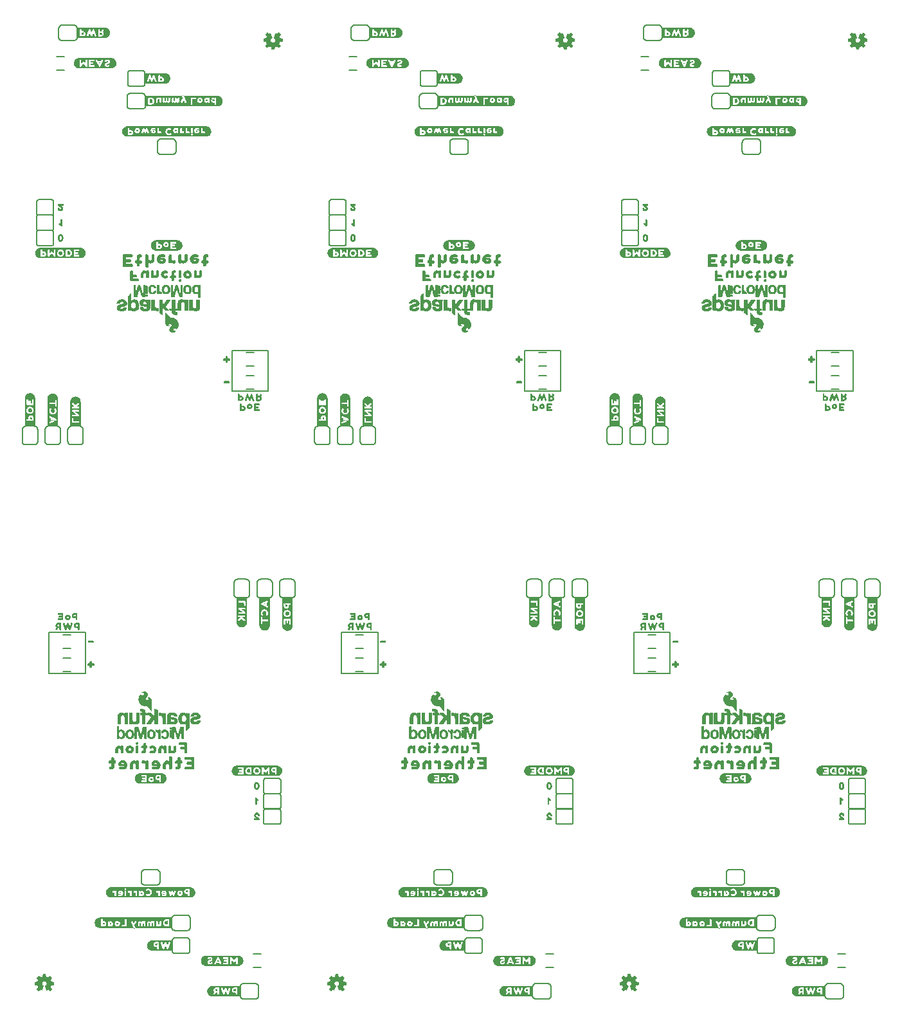
<source format=gbo>
G04 EAGLE Gerber RS-274X export*
G75*
%MOMM*%
%FSLAX34Y34*%
%LPD*%
%INSilkscreen Bottom*%
%IPPOS*%
%AMOC8*
5,1,8,0,0,1.08239X$1,22.5*%
G01*
%ADD10C,0.203200*%
%ADD11C,0.152400*%

G36*
X533610Y1194769D02*
X533610Y1194769D01*
X533623Y1194770D01*
X533642Y1194800D01*
X533645Y1194765D01*
X533668Y1194766D01*
X533681Y1194748D01*
X637881Y1194748D01*
X637886Y1194751D01*
X637888Y1194749D01*
X639288Y1194949D01*
X639293Y1194953D01*
X639297Y1194951D01*
X639897Y1195151D01*
X639900Y1195155D01*
X639903Y1195153D01*
X641103Y1195753D01*
X641106Y1195758D01*
X641109Y1195756D01*
X641709Y1196156D01*
X641711Y1196163D01*
X641716Y1196163D01*
X642716Y1197163D01*
X642717Y1197167D01*
X642720Y1197167D01*
X643120Y1197667D01*
X643120Y1197674D01*
X643125Y1197675D01*
X644025Y1199475D01*
X644025Y1199481D01*
X644028Y1199482D01*
X644228Y1200082D01*
X644226Y1200088D01*
X644230Y1200090D01*
X644330Y1200790D01*
X644328Y1200795D01*
X644331Y1200797D01*
X644331Y1202197D01*
X644327Y1202202D01*
X644330Y1202206D01*
X644230Y1202806D01*
X644130Y1203504D01*
X644122Y1203512D01*
X644125Y1203519D01*
X643225Y1205319D01*
X643221Y1205322D01*
X643222Y1205325D01*
X642822Y1205925D01*
X642819Y1205926D01*
X642820Y1205928D01*
X642420Y1206428D01*
X642412Y1206430D01*
X642412Y1206436D01*
X641912Y1206836D01*
X641909Y1206836D01*
X641909Y1206838D01*
X640709Y1207638D01*
X640704Y1207638D01*
X640703Y1207641D01*
X640103Y1207941D01*
X640098Y1207941D01*
X640097Y1207944D01*
X639497Y1208144D01*
X639495Y1208144D01*
X639495Y1208145D01*
X638795Y1208345D01*
X638786Y1208341D01*
X638781Y1208347D01*
X638086Y1208347D01*
X637490Y1208446D01*
X637484Y1208443D01*
X637481Y1208447D01*
X533181Y1208447D01*
X533177Y1208443D01*
X533174Y1208446D01*
X532474Y1208346D01*
X532470Y1208341D01*
X532466Y1208344D01*
X531867Y1208144D01*
X531168Y1207945D01*
X531164Y1207939D01*
X531159Y1207941D01*
X529959Y1207341D01*
X529956Y1207335D01*
X529951Y1207336D01*
X528951Y1206536D01*
X528950Y1206532D01*
X528947Y1206532D01*
X528447Y1206032D01*
X528446Y1206025D01*
X528440Y1206025D01*
X528042Y1205427D01*
X527643Y1204928D01*
X527643Y1204920D01*
X527637Y1204919D01*
X527337Y1204319D01*
X527338Y1204317D01*
X527337Y1204316D01*
X527338Y1204314D01*
X527339Y1204313D01*
X527334Y1204311D01*
X527321Y1204267D01*
X527279Y1204119D01*
X527265Y1204070D01*
X527223Y1203922D01*
X527181Y1203774D01*
X527167Y1203725D01*
X527134Y1203612D01*
X526935Y1203013D01*
X526937Y1203007D01*
X526933Y1203004D01*
X526833Y1202304D01*
X526835Y1202300D01*
X526832Y1202297D01*
X526832Y1200997D01*
X526835Y1200993D01*
X526833Y1200990D01*
X526933Y1200290D01*
X526936Y1200287D01*
X526934Y1200284D01*
X527134Y1199584D01*
X527135Y1199583D01*
X527135Y1199582D01*
X527335Y1198982D01*
X527339Y1198979D01*
X527337Y1198975D01*
X527937Y1197775D01*
X527944Y1197772D01*
X527943Y1197767D01*
X528343Y1197267D01*
X528347Y1197266D01*
X528347Y1197263D01*
X529347Y1196263D01*
X529354Y1196262D01*
X529354Y1196256D01*
X529954Y1195856D01*
X529956Y1195857D01*
X529956Y1195855D01*
X530456Y1195555D01*
X530461Y1195556D01*
X530462Y1195552D01*
X531162Y1195252D01*
X531165Y1195253D01*
X531166Y1195251D01*
X531766Y1195051D01*
X531767Y1195051D01*
X531768Y1195050D01*
X532468Y1194850D01*
X532472Y1194852D01*
X532473Y1194849D01*
X533073Y1194749D01*
X533079Y1194752D01*
X533081Y1194748D01*
X533581Y1194748D01*
X533610Y1194769D01*
G37*
G36*
X918699Y1194769D02*
X918699Y1194769D01*
X918712Y1194770D01*
X918731Y1194800D01*
X918734Y1194765D01*
X918757Y1194766D01*
X918771Y1194748D01*
X1022971Y1194748D01*
X1022975Y1194751D01*
X1022978Y1194749D01*
X1024378Y1194949D01*
X1024382Y1194953D01*
X1024386Y1194951D01*
X1024986Y1195151D01*
X1024989Y1195155D01*
X1024993Y1195153D01*
X1026193Y1195753D01*
X1026195Y1195758D01*
X1026198Y1195756D01*
X1026798Y1196156D01*
X1026801Y1196163D01*
X1026806Y1196163D01*
X1027806Y1197163D01*
X1027806Y1197167D01*
X1027809Y1197167D01*
X1028209Y1197667D01*
X1028209Y1197674D01*
X1028215Y1197675D01*
X1029115Y1199475D01*
X1029114Y1199481D01*
X1029118Y1199482D01*
X1029318Y1200082D01*
X1029315Y1200088D01*
X1029320Y1200090D01*
X1029420Y1200790D01*
X1029417Y1200795D01*
X1029420Y1200797D01*
X1029420Y1202197D01*
X1029416Y1202202D01*
X1029419Y1202206D01*
X1029319Y1202806D01*
X1029220Y1203504D01*
X1029211Y1203512D01*
X1029215Y1203519D01*
X1028315Y1205319D01*
X1028311Y1205322D01*
X1028312Y1205325D01*
X1027912Y1205925D01*
X1027909Y1205926D01*
X1027909Y1205928D01*
X1027509Y1206428D01*
X1027501Y1206430D01*
X1027502Y1206436D01*
X1027002Y1206836D01*
X1026998Y1206836D01*
X1026998Y1206838D01*
X1025798Y1207638D01*
X1025793Y1207638D01*
X1025793Y1207641D01*
X1025193Y1207941D01*
X1025188Y1207941D01*
X1025186Y1207944D01*
X1024586Y1208144D01*
X1024585Y1208144D01*
X1024584Y1208145D01*
X1023884Y1208345D01*
X1023875Y1208341D01*
X1023871Y1208347D01*
X1023175Y1208347D01*
X1022579Y1208446D01*
X1022573Y1208443D01*
X1022571Y1208447D01*
X918271Y1208447D01*
X918267Y1208443D01*
X918264Y1208446D01*
X917564Y1208346D01*
X917559Y1208341D01*
X917555Y1208344D01*
X916956Y1208144D01*
X916257Y1207945D01*
X916253Y1207939D01*
X916249Y1207941D01*
X915049Y1207341D01*
X915045Y1207335D01*
X915040Y1207336D01*
X914040Y1206536D01*
X914039Y1206532D01*
X914036Y1206532D01*
X913536Y1206032D01*
X913535Y1206025D01*
X913530Y1206025D01*
X913131Y1205427D01*
X912732Y1204928D01*
X912732Y1204920D01*
X912727Y1204919D01*
X912427Y1204319D01*
X912427Y1204317D01*
X912426Y1204316D01*
X912428Y1204314D01*
X912428Y1204313D01*
X912423Y1204311D01*
X912411Y1204267D01*
X912369Y1204119D01*
X912355Y1204070D01*
X912312Y1203922D01*
X912270Y1203774D01*
X912256Y1203725D01*
X912224Y1203612D01*
X912024Y1203013D01*
X912026Y1203007D01*
X912022Y1203004D01*
X911922Y1202304D01*
X911925Y1202300D01*
X911922Y1202297D01*
X911922Y1200997D01*
X911925Y1200993D01*
X911922Y1200990D01*
X912022Y1200290D01*
X912026Y1200287D01*
X912023Y1200284D01*
X912223Y1199584D01*
X912225Y1199583D01*
X912224Y1199582D01*
X912424Y1198982D01*
X912428Y1198979D01*
X912427Y1198975D01*
X913027Y1197775D01*
X913034Y1197772D01*
X913032Y1197767D01*
X913432Y1197267D01*
X913436Y1197266D01*
X913436Y1197263D01*
X914436Y1196263D01*
X914443Y1196262D01*
X914444Y1196256D01*
X915044Y1195856D01*
X915045Y1195857D01*
X915045Y1195855D01*
X915545Y1195555D01*
X915551Y1195556D01*
X915551Y1195552D01*
X916251Y1195252D01*
X916255Y1195253D01*
X916255Y1195251D01*
X916855Y1195051D01*
X916857Y1195051D01*
X916857Y1195050D01*
X917557Y1194850D01*
X917561Y1194852D01*
X917563Y1194849D01*
X918163Y1194749D01*
X918168Y1194752D01*
X918171Y1194748D01*
X918671Y1194748D01*
X918699Y1194769D01*
G37*
G36*
X148546Y1194769D02*
X148546Y1194769D01*
X148559Y1194770D01*
X148578Y1194800D01*
X148581Y1194765D01*
X148604Y1194766D01*
X148617Y1194748D01*
X252817Y1194748D01*
X252822Y1194751D01*
X252824Y1194749D01*
X254224Y1194949D01*
X254229Y1194953D01*
X254233Y1194951D01*
X254833Y1195151D01*
X254836Y1195155D01*
X254839Y1195153D01*
X256039Y1195753D01*
X256042Y1195758D01*
X256045Y1195756D01*
X256645Y1196156D01*
X256647Y1196163D01*
X256652Y1196163D01*
X257652Y1197163D01*
X257653Y1197167D01*
X257656Y1197167D01*
X258056Y1197667D01*
X258056Y1197674D01*
X258061Y1197675D01*
X258961Y1199475D01*
X258961Y1199481D01*
X258964Y1199482D01*
X259164Y1200082D01*
X259162Y1200088D01*
X259166Y1200090D01*
X259266Y1200790D01*
X259264Y1200795D01*
X259267Y1200797D01*
X259267Y1202197D01*
X259263Y1202202D01*
X259266Y1202206D01*
X259166Y1202806D01*
X259066Y1203504D01*
X259058Y1203512D01*
X259061Y1203519D01*
X258161Y1205319D01*
X258157Y1205322D01*
X258158Y1205325D01*
X257758Y1205925D01*
X257755Y1205926D01*
X257756Y1205928D01*
X257356Y1206428D01*
X257348Y1206430D01*
X257348Y1206436D01*
X256848Y1206836D01*
X256845Y1206836D01*
X256845Y1206838D01*
X255645Y1207638D01*
X255640Y1207638D01*
X255639Y1207641D01*
X255039Y1207941D01*
X255034Y1207941D01*
X255033Y1207944D01*
X254433Y1208144D01*
X254431Y1208144D01*
X254431Y1208145D01*
X253731Y1208345D01*
X253722Y1208341D01*
X253717Y1208347D01*
X253022Y1208347D01*
X252426Y1208446D01*
X252420Y1208443D01*
X252417Y1208447D01*
X148117Y1208447D01*
X148113Y1208443D01*
X148110Y1208446D01*
X147410Y1208346D01*
X147406Y1208341D01*
X147402Y1208344D01*
X146803Y1208144D01*
X146104Y1207945D01*
X146100Y1207939D01*
X146095Y1207941D01*
X144895Y1207341D01*
X144892Y1207335D01*
X144887Y1207336D01*
X143887Y1206536D01*
X143886Y1206532D01*
X143883Y1206532D01*
X143383Y1206032D01*
X143382Y1206025D01*
X143376Y1206025D01*
X142978Y1205427D01*
X142579Y1204928D01*
X142579Y1204920D01*
X142573Y1204919D01*
X142273Y1204319D01*
X142274Y1204317D01*
X142273Y1204316D01*
X142274Y1204314D01*
X142275Y1204313D01*
X142270Y1204311D01*
X142257Y1204267D01*
X142215Y1204119D01*
X142201Y1204070D01*
X142159Y1203922D01*
X142117Y1203774D01*
X142103Y1203725D01*
X142070Y1203612D01*
X141871Y1203013D01*
X141873Y1203007D01*
X141869Y1203004D01*
X141769Y1202304D01*
X141771Y1202300D01*
X141768Y1202297D01*
X141768Y1200997D01*
X141771Y1200993D01*
X141769Y1200990D01*
X141869Y1200290D01*
X141872Y1200287D01*
X141870Y1200284D01*
X142070Y1199584D01*
X142071Y1199583D01*
X142071Y1199582D01*
X142271Y1198982D01*
X142275Y1198979D01*
X142273Y1198975D01*
X142873Y1197775D01*
X142880Y1197772D01*
X142879Y1197767D01*
X143279Y1197267D01*
X143283Y1197266D01*
X143283Y1197263D01*
X144283Y1196263D01*
X144290Y1196262D01*
X144290Y1196256D01*
X144890Y1195856D01*
X144892Y1195857D01*
X144892Y1195855D01*
X145392Y1195555D01*
X145397Y1195556D01*
X145398Y1195552D01*
X146098Y1195252D01*
X146101Y1195253D01*
X146102Y1195251D01*
X146702Y1195051D01*
X146703Y1195051D01*
X146704Y1195050D01*
X147404Y1194850D01*
X147408Y1194852D01*
X147409Y1194849D01*
X148009Y1194749D01*
X148015Y1194752D01*
X148017Y1194748D01*
X148517Y1194748D01*
X148546Y1194769D01*
G37*
G36*
X1002050Y193154D02*
X1002050Y193154D01*
X1002052Y193151D01*
X1002752Y193251D01*
X1002757Y193256D01*
X1002761Y193253D01*
X1003360Y193453D01*
X1004059Y193653D01*
X1004063Y193658D01*
X1004067Y193656D01*
X1005267Y194256D01*
X1005271Y194263D01*
X1005276Y194262D01*
X1006276Y195062D01*
X1006277Y195066D01*
X1006280Y195065D01*
X1006780Y195565D01*
X1006781Y195572D01*
X1006786Y195573D01*
X1007185Y196171D01*
X1007584Y196669D01*
X1007584Y196677D01*
X1007589Y196678D01*
X1007889Y197278D01*
X1007888Y197285D01*
X1007893Y197286D01*
X1007903Y197324D01*
X1007946Y197471D01*
X1007960Y197521D01*
X1008002Y197668D01*
X1008044Y197816D01*
X1008058Y197865D01*
X1008092Y197985D01*
X1008292Y198584D01*
X1008290Y198591D01*
X1008294Y198593D01*
X1008394Y199293D01*
X1008392Y199298D01*
X1008395Y199300D01*
X1008395Y200600D01*
X1008391Y200604D01*
X1008394Y200607D01*
X1008294Y201307D01*
X1008291Y201311D01*
X1008293Y201314D01*
X1008093Y202014D01*
X1008091Y202015D01*
X1008092Y202016D01*
X1007892Y202616D01*
X1007888Y202619D01*
X1007889Y202622D01*
X1007289Y203822D01*
X1007283Y203825D01*
X1007284Y203831D01*
X1006884Y204331D01*
X1006880Y204332D01*
X1006880Y204335D01*
X1005880Y205335D01*
X1005873Y205336D01*
X1005873Y205341D01*
X1005273Y205741D01*
X1005271Y205741D01*
X1005271Y205742D01*
X1004771Y206042D01*
X1004766Y206042D01*
X1004765Y206045D01*
X1004065Y206345D01*
X1004062Y206345D01*
X1004061Y206347D01*
X1003461Y206547D01*
X1003459Y206546D01*
X1003459Y206547D01*
X1002759Y206747D01*
X1002755Y206746D01*
X1002754Y206749D01*
X1002154Y206849D01*
X1002148Y206846D01*
X1002145Y206849D01*
X1001645Y206849D01*
X1001617Y206828D01*
X1001604Y206827D01*
X1001585Y206798D01*
X1001582Y206833D01*
X1001559Y206831D01*
X1001545Y206849D01*
X897345Y206849D01*
X897341Y206846D01*
X897338Y206849D01*
X895938Y206649D01*
X895935Y206645D01*
X895933Y206645D01*
X895930Y206647D01*
X895330Y206447D01*
X895327Y206442D01*
X895323Y206444D01*
X894123Y205844D01*
X894121Y205840D01*
X894118Y205841D01*
X893518Y205441D01*
X893516Y205434D01*
X893511Y205435D01*
X892511Y204435D01*
X892510Y204431D01*
X892507Y204431D01*
X892107Y203931D01*
X892107Y203923D01*
X892101Y203922D01*
X891201Y202122D01*
X891202Y202117D01*
X891199Y202116D01*
X890999Y201516D01*
X891001Y201509D01*
X890997Y201507D01*
X890897Y200807D01*
X890899Y200802D01*
X890896Y200800D01*
X890896Y199400D01*
X890900Y199395D01*
X890897Y199392D01*
X890997Y198792D01*
X891097Y198093D01*
X891105Y198085D01*
X891101Y198078D01*
X892001Y196278D01*
X892006Y196276D01*
X892004Y196273D01*
X892404Y195673D01*
X892408Y195672D01*
X892407Y195669D01*
X892807Y195169D01*
X892815Y195167D01*
X892815Y195162D01*
X893315Y194762D01*
X893318Y194761D01*
X893318Y194759D01*
X894518Y193959D01*
X894523Y193959D01*
X894523Y193956D01*
X895123Y193656D01*
X895129Y193657D01*
X895130Y193653D01*
X895730Y193453D01*
X895731Y193454D01*
X895732Y193453D01*
X896432Y193253D01*
X896441Y193256D01*
X896445Y193251D01*
X897141Y193251D01*
X897737Y193151D01*
X897743Y193154D01*
X897745Y193151D01*
X1002045Y193151D01*
X1002050Y193154D01*
G37*
G36*
X616986Y193154D02*
X616986Y193154D01*
X616988Y193151D01*
X617688Y193251D01*
X617693Y193256D01*
X617697Y193253D01*
X618296Y193453D01*
X618995Y193653D01*
X618999Y193658D01*
X619003Y193656D01*
X620203Y194256D01*
X620207Y194263D01*
X620212Y194262D01*
X621212Y195062D01*
X621213Y195066D01*
X621216Y195065D01*
X621716Y195565D01*
X621717Y195572D01*
X621722Y195573D01*
X622121Y196171D01*
X622520Y196669D01*
X622520Y196677D01*
X622525Y196678D01*
X622825Y197278D01*
X622824Y197285D01*
X622829Y197286D01*
X622839Y197324D01*
X622882Y197471D01*
X622896Y197521D01*
X622938Y197668D01*
X622980Y197816D01*
X622994Y197865D01*
X623028Y197985D01*
X623228Y198584D01*
X623226Y198591D01*
X623230Y198593D01*
X623330Y199293D01*
X623328Y199298D01*
X623331Y199300D01*
X623331Y200600D01*
X623327Y200604D01*
X623330Y200607D01*
X623230Y201307D01*
X623227Y201311D01*
X623229Y201314D01*
X623029Y202014D01*
X623027Y202015D01*
X623028Y202016D01*
X622828Y202616D01*
X622824Y202619D01*
X622825Y202622D01*
X622225Y203822D01*
X622219Y203825D01*
X622220Y203831D01*
X621820Y204331D01*
X621816Y204332D01*
X621816Y204335D01*
X620816Y205335D01*
X620809Y205336D01*
X620809Y205341D01*
X620209Y205741D01*
X620207Y205741D01*
X620207Y205742D01*
X619707Y206042D01*
X619702Y206042D01*
X619701Y206045D01*
X619001Y206345D01*
X618998Y206345D01*
X618997Y206347D01*
X618397Y206547D01*
X618395Y206546D01*
X618395Y206547D01*
X617695Y206747D01*
X617691Y206746D01*
X617690Y206749D01*
X617090Y206849D01*
X617084Y206846D01*
X617081Y206849D01*
X616581Y206849D01*
X616553Y206828D01*
X616540Y206827D01*
X616521Y206798D01*
X616518Y206833D01*
X616495Y206831D01*
X616481Y206849D01*
X512281Y206849D01*
X512277Y206846D01*
X512274Y206849D01*
X510874Y206649D01*
X510871Y206645D01*
X510869Y206645D01*
X510866Y206647D01*
X510266Y206447D01*
X510263Y206442D01*
X510259Y206444D01*
X509059Y205844D01*
X509057Y205840D01*
X509054Y205841D01*
X508454Y205441D01*
X508452Y205434D01*
X508447Y205435D01*
X507447Y204435D01*
X507446Y204431D01*
X507443Y204431D01*
X507043Y203931D01*
X507043Y203923D01*
X507037Y203922D01*
X506137Y202122D01*
X506138Y202117D01*
X506135Y202116D01*
X505935Y201516D01*
X505937Y201509D01*
X505933Y201507D01*
X505833Y200807D01*
X505835Y200802D01*
X505832Y200800D01*
X505832Y199400D01*
X505836Y199395D01*
X505833Y199392D01*
X505933Y198792D01*
X506033Y198093D01*
X506041Y198085D01*
X506037Y198078D01*
X506937Y196278D01*
X506942Y196276D01*
X506940Y196273D01*
X507340Y195673D01*
X507344Y195672D01*
X507343Y195669D01*
X507743Y195169D01*
X507751Y195167D01*
X507751Y195162D01*
X508251Y194762D01*
X508254Y194761D01*
X508254Y194759D01*
X509454Y193959D01*
X509459Y193959D01*
X509459Y193956D01*
X510059Y193656D01*
X510065Y193657D01*
X510066Y193653D01*
X510666Y193453D01*
X510667Y193454D01*
X510668Y193453D01*
X511368Y193253D01*
X511377Y193256D01*
X511381Y193251D01*
X512077Y193251D01*
X512673Y193151D01*
X512679Y193154D01*
X512681Y193151D01*
X616981Y193151D01*
X616986Y193154D01*
G37*
G36*
X231896Y193154D02*
X231896Y193154D01*
X231899Y193151D01*
X232599Y193251D01*
X232604Y193256D01*
X232608Y193253D01*
X233207Y193453D01*
X233906Y193653D01*
X233910Y193658D01*
X233914Y193656D01*
X235114Y194256D01*
X235117Y194263D01*
X235123Y194262D01*
X236123Y195062D01*
X236124Y195066D01*
X236127Y195065D01*
X236627Y195565D01*
X236628Y195572D01*
X236633Y195573D01*
X237032Y196171D01*
X237430Y196669D01*
X237431Y196677D01*
X237436Y196678D01*
X237736Y197278D01*
X237735Y197285D01*
X237739Y197286D01*
X237750Y197324D01*
X237792Y197471D01*
X237806Y197521D01*
X237848Y197668D01*
X237849Y197668D01*
X237848Y197668D01*
X237891Y197816D01*
X237905Y197865D01*
X237939Y197985D01*
X238139Y198584D01*
X238137Y198591D01*
X238141Y198593D01*
X238241Y199293D01*
X238238Y199298D01*
X238241Y199300D01*
X238241Y200600D01*
X238238Y200604D01*
X238241Y200607D01*
X238141Y201307D01*
X238137Y201311D01*
X238139Y201314D01*
X237939Y202014D01*
X237938Y202015D01*
X237939Y202016D01*
X237739Y202616D01*
X237734Y202619D01*
X237736Y202622D01*
X237136Y203822D01*
X237129Y203825D01*
X237130Y203831D01*
X236730Y204331D01*
X236726Y204332D01*
X236727Y204335D01*
X235727Y205335D01*
X235720Y205336D01*
X235719Y205341D01*
X235119Y205741D01*
X235118Y205741D01*
X235117Y205742D01*
X234617Y206042D01*
X234612Y206042D01*
X234611Y206045D01*
X233911Y206345D01*
X233908Y206345D01*
X233908Y206347D01*
X233308Y206547D01*
X233306Y206546D01*
X233306Y206547D01*
X232606Y206747D01*
X232602Y206746D01*
X232600Y206749D01*
X232000Y206849D01*
X231995Y206846D01*
X231992Y206849D01*
X231492Y206849D01*
X231464Y206828D01*
X231451Y206827D01*
X231432Y206798D01*
X231429Y206833D01*
X231406Y206831D01*
X231392Y206849D01*
X127192Y206849D01*
X127188Y206846D01*
X127185Y206849D01*
X125785Y206649D01*
X125782Y206645D01*
X125780Y206645D01*
X125779Y206645D01*
X125776Y206647D01*
X125176Y206447D01*
X125173Y206442D01*
X125170Y206444D01*
X123970Y205844D01*
X123968Y205840D01*
X123965Y205841D01*
X123365Y205441D01*
X123362Y205434D01*
X123357Y205435D01*
X122357Y204435D01*
X122357Y204431D01*
X122354Y204431D01*
X121954Y203931D01*
X121953Y203923D01*
X121948Y203922D01*
X121048Y202122D01*
X121049Y202117D01*
X121045Y202116D01*
X120845Y201516D01*
X120847Y201509D01*
X120843Y201507D01*
X120743Y200807D01*
X120746Y200802D01*
X120743Y200800D01*
X120743Y199400D01*
X120746Y199395D01*
X120743Y199392D01*
X120843Y198792D01*
X120943Y198093D01*
X120951Y198085D01*
X120948Y198078D01*
X121848Y196278D01*
X121852Y196276D01*
X121851Y196273D01*
X122251Y195673D01*
X122254Y195672D01*
X122254Y195669D01*
X122654Y195169D01*
X122661Y195167D01*
X122661Y195162D01*
X123161Y194762D01*
X123165Y194761D01*
X123165Y194759D01*
X124365Y193959D01*
X124369Y193959D01*
X124370Y193956D01*
X124970Y193656D01*
X124975Y193657D01*
X124976Y193653D01*
X125576Y193453D01*
X125578Y193454D01*
X125578Y193453D01*
X126278Y193253D01*
X126288Y193256D01*
X126292Y193251D01*
X126988Y193251D01*
X127584Y193151D01*
X127589Y193154D01*
X127592Y193151D01*
X231892Y193151D01*
X231896Y193154D01*
G37*
G36*
X945699Y1234770D02*
X945699Y1234770D01*
X945712Y1234771D01*
X945731Y1234800D01*
X945734Y1234764D01*
X945757Y1234766D01*
X945771Y1234748D01*
X1037871Y1234748D01*
X1037875Y1234751D01*
X1037878Y1234749D01*
X1038578Y1234849D01*
X1038579Y1234849D01*
X1039179Y1234949D01*
X1039182Y1234952D01*
X1039184Y1234950D01*
X1039884Y1235150D01*
X1039888Y1235156D01*
X1039893Y1235153D01*
X1041693Y1236053D01*
X1041698Y1236064D01*
X1041706Y1236063D01*
X1042203Y1236560D01*
X1042702Y1236959D01*
X1042704Y1236970D01*
X1042712Y1236970D01*
X1043110Y1237568D01*
X1043509Y1238067D01*
X1043509Y1238074D01*
X1043515Y1238075D01*
X1043815Y1238675D01*
X1043814Y1238682D01*
X1043818Y1238684D01*
X1043858Y1238823D01*
X1043900Y1238970D01*
X1043914Y1239020D01*
X1043956Y1239167D01*
X1043999Y1239315D01*
X1044013Y1239364D01*
X1044018Y1239383D01*
X1044218Y1239982D01*
X1044217Y1239983D01*
X1044218Y1239984D01*
X1044224Y1240005D01*
X1044266Y1240152D01*
X1044309Y1240300D01*
X1044323Y1240349D01*
X1044365Y1240497D01*
X1044407Y1240645D01*
X1044418Y1240684D01*
X1044415Y1240692D01*
X1044418Y1240694D01*
X1044417Y1240695D01*
X1044420Y1240697D01*
X1044420Y1241997D01*
X1044417Y1242002D01*
X1044420Y1242004D01*
X1044220Y1243404D01*
X1044215Y1243409D01*
X1044218Y1243413D01*
X1044018Y1244013D01*
X1044013Y1244016D01*
X1044015Y1244019D01*
X1043415Y1245219D01*
X1043411Y1245222D01*
X1043412Y1245225D01*
X1043012Y1245825D01*
X1043009Y1245826D01*
X1043009Y1245828D01*
X1042609Y1246328D01*
X1042601Y1246330D01*
X1042602Y1246336D01*
X1042102Y1246736D01*
X1041502Y1247235D01*
X1041497Y1247236D01*
X1041496Y1247240D01*
X1040996Y1247540D01*
X1040991Y1247539D01*
X1040990Y1247543D01*
X1040292Y1247842D01*
X1039693Y1248141D01*
X1039682Y1248140D01*
X1039679Y1248146D01*
X1039079Y1248246D01*
X1039078Y1248246D01*
X1037678Y1248446D01*
X1037673Y1248444D01*
X1037671Y1248447D01*
X993147Y1248447D01*
X993116Y1248517D01*
X993110Y1248520D01*
X993112Y1248525D01*
X992712Y1249125D01*
X992686Y1249134D01*
X992680Y1249146D01*
X992180Y1249246D01*
X992167Y1249239D01*
X992159Y1249245D01*
X991359Y1249045D01*
X991347Y1249031D01*
X991336Y1249032D01*
X990836Y1248532D01*
X990834Y1248516D01*
X990824Y1248513D01*
X990802Y1248447D01*
X942871Y1248447D01*
X942862Y1248440D01*
X942858Y1248440D01*
X942853Y1248443D01*
X942353Y1248243D01*
X942337Y1248217D01*
X942323Y1248207D01*
X942327Y1248202D01*
X942322Y1248197D01*
X942322Y1235297D01*
X942326Y1235292D01*
X942323Y1235288D01*
X942423Y1234788D01*
X942467Y1234748D01*
X942469Y1234751D01*
X942471Y1234748D01*
X945671Y1234748D01*
X945699Y1234770D01*
G37*
G36*
X560610Y1234770D02*
X560610Y1234770D01*
X560623Y1234771D01*
X560642Y1234800D01*
X560645Y1234764D01*
X560668Y1234766D01*
X560681Y1234748D01*
X652781Y1234748D01*
X652786Y1234751D01*
X652788Y1234749D01*
X653488Y1234849D01*
X653489Y1234849D01*
X653490Y1234849D01*
X654090Y1234949D01*
X654092Y1234952D01*
X654095Y1234950D01*
X654795Y1235150D01*
X654799Y1235156D01*
X654803Y1235153D01*
X656603Y1236053D01*
X656609Y1236064D01*
X656616Y1236063D01*
X657114Y1236560D01*
X657612Y1236959D01*
X657615Y1236970D01*
X657622Y1236970D01*
X658021Y1237568D01*
X658420Y1238067D01*
X658420Y1238074D01*
X658425Y1238075D01*
X658725Y1238675D01*
X658724Y1238682D01*
X658729Y1238684D01*
X658768Y1238823D01*
X658811Y1238970D01*
X658825Y1239020D01*
X658867Y1239167D01*
X658909Y1239315D01*
X658923Y1239364D01*
X658928Y1239383D01*
X659128Y1239982D01*
X659128Y1239983D01*
X659129Y1239984D01*
X659135Y1240005D01*
X659177Y1240152D01*
X659219Y1240300D01*
X659233Y1240349D01*
X659275Y1240497D01*
X659318Y1240645D01*
X659329Y1240684D01*
X659326Y1240692D01*
X659329Y1240694D01*
X659328Y1240695D01*
X659331Y1240697D01*
X659331Y1241997D01*
X659327Y1242002D01*
X659330Y1242004D01*
X659130Y1243404D01*
X659125Y1243409D01*
X659128Y1243413D01*
X658928Y1244013D01*
X658924Y1244016D01*
X658925Y1244019D01*
X658325Y1245219D01*
X658321Y1245222D01*
X658322Y1245225D01*
X657922Y1245825D01*
X657919Y1245826D01*
X657920Y1245828D01*
X657520Y1246328D01*
X657512Y1246330D01*
X657512Y1246336D01*
X657012Y1246736D01*
X656413Y1247235D01*
X656407Y1247236D01*
X656407Y1247240D01*
X655907Y1247540D01*
X655902Y1247539D01*
X655901Y1247543D01*
X655202Y1247842D01*
X654603Y1248141D01*
X654593Y1248140D01*
X654590Y1248146D01*
X653990Y1248246D01*
X653989Y1248246D01*
X653988Y1248246D01*
X652588Y1248446D01*
X652584Y1248444D01*
X652581Y1248447D01*
X608058Y1248447D01*
X608026Y1248517D01*
X608021Y1248520D01*
X608022Y1248525D01*
X607622Y1249125D01*
X607597Y1249134D01*
X607591Y1249146D01*
X607091Y1249246D01*
X607077Y1249239D01*
X607069Y1249245D01*
X606269Y1249045D01*
X606258Y1249031D01*
X606247Y1249032D01*
X605747Y1248532D01*
X605744Y1248516D01*
X605735Y1248513D01*
X605713Y1248447D01*
X557781Y1248447D01*
X557772Y1248440D01*
X557769Y1248440D01*
X557763Y1248443D01*
X557263Y1248243D01*
X557247Y1248217D01*
X557234Y1248207D01*
X557238Y1248202D01*
X557232Y1248197D01*
X557232Y1235297D01*
X557237Y1235292D01*
X557233Y1235288D01*
X557333Y1234788D01*
X557378Y1234748D01*
X557380Y1234751D01*
X557381Y1234748D01*
X560581Y1234748D01*
X560610Y1234770D01*
G37*
G36*
X175546Y1234770D02*
X175546Y1234770D01*
X175559Y1234771D01*
X175578Y1234800D01*
X175581Y1234764D01*
X175604Y1234766D01*
X175617Y1234748D01*
X267717Y1234748D01*
X267722Y1234751D01*
X267724Y1234749D01*
X268424Y1234849D01*
X268425Y1234849D01*
X268426Y1234849D01*
X269026Y1234949D01*
X269028Y1234952D01*
X269031Y1234950D01*
X269731Y1235150D01*
X269735Y1235156D01*
X269739Y1235153D01*
X271539Y1236053D01*
X271545Y1236064D01*
X271552Y1236063D01*
X272050Y1236560D01*
X272548Y1236959D01*
X272551Y1236970D01*
X272558Y1236970D01*
X272957Y1237568D01*
X273356Y1238067D01*
X273356Y1238074D01*
X273361Y1238075D01*
X273661Y1238675D01*
X273660Y1238682D01*
X273665Y1238684D01*
X273704Y1238823D01*
X273747Y1238970D01*
X273761Y1239020D01*
X273803Y1239167D01*
X273845Y1239315D01*
X273859Y1239364D01*
X273864Y1239383D01*
X274064Y1239982D01*
X274064Y1239983D01*
X274065Y1239984D01*
X274071Y1240005D01*
X274113Y1240152D01*
X274155Y1240300D01*
X274169Y1240349D01*
X274211Y1240497D01*
X274254Y1240645D01*
X274265Y1240684D01*
X274262Y1240692D01*
X274265Y1240694D01*
X274264Y1240695D01*
X274267Y1240697D01*
X274267Y1241997D01*
X274263Y1242002D01*
X274266Y1242004D01*
X274066Y1243404D01*
X274061Y1243409D01*
X274064Y1243413D01*
X273864Y1244013D01*
X273860Y1244016D01*
X273861Y1244019D01*
X273261Y1245219D01*
X273257Y1245222D01*
X273258Y1245225D01*
X272858Y1245825D01*
X272855Y1245826D01*
X272856Y1245828D01*
X272456Y1246328D01*
X272448Y1246330D01*
X272448Y1246336D01*
X271948Y1246736D01*
X271349Y1247235D01*
X271343Y1247236D01*
X271343Y1247240D01*
X270843Y1247540D01*
X270838Y1247539D01*
X270837Y1247543D01*
X270138Y1247842D01*
X269539Y1248141D01*
X269529Y1248140D01*
X269526Y1248146D01*
X268926Y1248246D01*
X268925Y1248246D01*
X268924Y1248246D01*
X267524Y1248446D01*
X267520Y1248444D01*
X267517Y1248447D01*
X222994Y1248447D01*
X222962Y1248517D01*
X222957Y1248520D01*
X222958Y1248525D01*
X222558Y1249125D01*
X222533Y1249134D01*
X222527Y1249146D01*
X222027Y1249246D01*
X222013Y1249239D01*
X222005Y1249245D01*
X221205Y1249045D01*
X221194Y1249031D01*
X221183Y1249032D01*
X220683Y1248532D01*
X220680Y1248516D01*
X220671Y1248513D01*
X220649Y1248447D01*
X172717Y1248447D01*
X172708Y1248440D01*
X172705Y1248440D01*
X172699Y1248443D01*
X172199Y1248243D01*
X172183Y1248217D01*
X172170Y1248207D01*
X172174Y1248202D01*
X172168Y1248197D01*
X172168Y1235297D01*
X172173Y1235292D01*
X172169Y1235288D01*
X172269Y1234788D01*
X172314Y1234748D01*
X172316Y1234751D01*
X172317Y1234748D01*
X175517Y1234748D01*
X175546Y1234770D01*
G37*
G36*
X543086Y152358D02*
X543086Y152358D01*
X543093Y152352D01*
X543893Y152552D01*
X543905Y152567D01*
X543916Y152565D01*
X544416Y153065D01*
X544418Y153076D01*
X544418Y153077D01*
X544418Y153081D01*
X544428Y153084D01*
X544450Y153151D01*
X592381Y153151D01*
X592392Y153159D01*
X592400Y153154D01*
X592900Y153354D01*
X592924Y153395D01*
X592931Y153400D01*
X592931Y166300D01*
X592926Y166306D01*
X592930Y166310D01*
X592830Y166810D01*
X592785Y166849D01*
X592783Y166847D01*
X592781Y166849D01*
X589581Y166849D01*
X589553Y166828D01*
X589540Y166827D01*
X589521Y166797D01*
X589518Y166833D01*
X589495Y166831D01*
X589481Y166849D01*
X497381Y166849D01*
X497377Y166846D01*
X497374Y166849D01*
X496674Y166749D01*
X496674Y166748D01*
X496673Y166749D01*
X496073Y166649D01*
X496070Y166645D01*
X496068Y166647D01*
X495368Y166447D01*
X495364Y166442D01*
X495359Y166444D01*
X493559Y165544D01*
X493554Y165534D01*
X493547Y165535D01*
X493049Y165037D01*
X492551Y164638D01*
X492548Y164628D01*
X492540Y164627D01*
X492142Y164029D01*
X491743Y163531D01*
X491743Y163523D01*
X491737Y163522D01*
X491437Y162922D01*
X491439Y162915D01*
X491434Y162914D01*
X491431Y162904D01*
X491417Y162854D01*
X491375Y162707D01*
X491333Y162559D01*
X491319Y162510D01*
X491276Y162362D01*
X491234Y162215D01*
X491035Y161616D01*
X491035Y161614D01*
X491034Y161614D01*
X491023Y161574D01*
X491009Y161525D01*
X490966Y161377D01*
X490924Y161229D01*
X490910Y161180D01*
X490868Y161032D01*
X490834Y160914D01*
X490838Y160904D01*
X490832Y160900D01*
X490832Y159600D01*
X490835Y159596D01*
X490833Y159593D01*
X491033Y158193D01*
X491037Y158188D01*
X491035Y158184D01*
X491235Y157584D01*
X491239Y157581D01*
X491237Y157578D01*
X491837Y156378D01*
X491842Y156376D01*
X491840Y156373D01*
X492240Y155773D01*
X492244Y155772D01*
X492243Y155769D01*
X492643Y155269D01*
X492651Y155267D01*
X492651Y155262D01*
X493151Y154862D01*
X493750Y154362D01*
X493756Y154362D01*
X493756Y154358D01*
X494256Y154058D01*
X494261Y154058D01*
X494262Y154055D01*
X494961Y153755D01*
X495559Y153456D01*
X495570Y153458D01*
X495573Y153451D01*
X496173Y153351D01*
X496174Y153352D01*
X496174Y153351D01*
X497574Y153151D01*
X497579Y153154D01*
X497581Y153151D01*
X542105Y153151D01*
X542136Y153080D01*
X542142Y153077D01*
X542140Y153073D01*
X542540Y152473D01*
X542566Y152464D01*
X542572Y152452D01*
X543072Y152352D01*
X543086Y152358D01*
G37*
G36*
X928150Y152358D02*
X928150Y152358D01*
X928157Y152352D01*
X928957Y152552D01*
X928969Y152567D01*
X928980Y152565D01*
X929480Y153065D01*
X929482Y153076D01*
X929482Y153077D01*
X929482Y153081D01*
X929492Y153084D01*
X929514Y153151D01*
X977445Y153151D01*
X977456Y153159D01*
X977464Y153154D01*
X977964Y153354D01*
X977988Y153395D01*
X977995Y153400D01*
X977995Y166300D01*
X977990Y166306D01*
X977994Y166310D01*
X977894Y166810D01*
X977849Y166849D01*
X977847Y166847D01*
X977845Y166849D01*
X974645Y166849D01*
X974617Y166828D01*
X974604Y166827D01*
X974585Y166797D01*
X974582Y166833D01*
X974559Y166831D01*
X974545Y166849D01*
X882445Y166849D01*
X882441Y166846D01*
X882438Y166849D01*
X881738Y166749D01*
X881738Y166748D01*
X881737Y166749D01*
X881137Y166649D01*
X881134Y166645D01*
X881132Y166647D01*
X880432Y166447D01*
X880428Y166442D01*
X880423Y166444D01*
X878623Y165544D01*
X878618Y165534D01*
X878611Y165535D01*
X878113Y165037D01*
X877615Y164638D01*
X877612Y164628D01*
X877604Y164627D01*
X877206Y164029D01*
X876807Y163531D01*
X876807Y163523D01*
X876801Y163522D01*
X876501Y162922D01*
X876503Y162915D01*
X876498Y162914D01*
X876495Y162904D01*
X876481Y162854D01*
X876439Y162707D01*
X876397Y162559D01*
X876383Y162510D01*
X876340Y162362D01*
X876298Y162215D01*
X876099Y161616D01*
X876099Y161614D01*
X876098Y161614D01*
X876087Y161574D01*
X876073Y161525D01*
X876030Y161377D01*
X875988Y161229D01*
X875974Y161180D01*
X875932Y161032D01*
X875898Y160914D01*
X875902Y160904D01*
X875896Y160900D01*
X875896Y159600D01*
X875899Y159596D01*
X875897Y159593D01*
X876097Y158193D01*
X876101Y158188D01*
X876099Y158184D01*
X876299Y157584D01*
X876303Y157581D01*
X876301Y157578D01*
X876901Y156378D01*
X876906Y156376D01*
X876904Y156373D01*
X877304Y155773D01*
X877308Y155772D01*
X877307Y155769D01*
X877707Y155269D01*
X877715Y155267D01*
X877715Y155262D01*
X878215Y154862D01*
X878814Y154362D01*
X878820Y154362D01*
X878820Y154358D01*
X879320Y154058D01*
X879325Y154058D01*
X879326Y154055D01*
X880025Y153755D01*
X880623Y153456D01*
X880634Y153458D01*
X880637Y153451D01*
X881237Y153351D01*
X881238Y153352D01*
X881238Y153351D01*
X882638Y153151D01*
X882643Y153154D01*
X882645Y153151D01*
X927169Y153151D01*
X927200Y153080D01*
X927206Y153077D01*
X927204Y153073D01*
X927604Y152473D01*
X927630Y152464D01*
X927636Y152452D01*
X928136Y152352D01*
X928150Y152358D01*
G37*
G36*
X157996Y152358D02*
X157996Y152358D01*
X158004Y152352D01*
X158804Y152552D01*
X158816Y152567D01*
X158827Y152565D01*
X159327Y153065D01*
X159328Y153076D01*
X159329Y153076D01*
X159328Y153077D01*
X159329Y153081D01*
X159339Y153084D01*
X159361Y153151D01*
X207292Y153151D01*
X207303Y153159D01*
X207310Y153154D01*
X207810Y153354D01*
X207835Y153395D01*
X207841Y153400D01*
X207841Y166300D01*
X207837Y166306D01*
X207840Y166310D01*
X207740Y166810D01*
X207696Y166849D01*
X207694Y166847D01*
X207692Y166849D01*
X204492Y166849D01*
X204464Y166828D01*
X204451Y166827D01*
X204432Y166797D01*
X204428Y166833D01*
X204406Y166831D01*
X204392Y166849D01*
X112292Y166849D01*
X112288Y166846D01*
X112285Y166849D01*
X111585Y166749D01*
X111584Y166748D01*
X111584Y166749D01*
X110984Y166649D01*
X110981Y166645D01*
X110978Y166647D01*
X110278Y166447D01*
X110274Y166442D01*
X110270Y166444D01*
X108470Y165544D01*
X108465Y165534D01*
X108457Y165535D01*
X107959Y165037D01*
X107461Y164638D01*
X107459Y164628D01*
X107451Y164627D01*
X107052Y164029D01*
X106654Y163531D01*
X106653Y163523D01*
X106648Y163522D01*
X106348Y162922D01*
X106349Y162915D01*
X106345Y162914D01*
X106342Y162904D01*
X106328Y162854D01*
X106286Y162707D01*
X106243Y162559D01*
X106229Y162510D01*
X106187Y162362D01*
X106145Y162215D01*
X105945Y161616D01*
X105946Y161614D01*
X105945Y161614D01*
X105933Y161574D01*
X105919Y161525D01*
X105877Y161377D01*
X105835Y161229D01*
X105821Y161180D01*
X105779Y161032D01*
X105745Y160914D01*
X105748Y160904D01*
X105743Y160900D01*
X105743Y159600D01*
X105746Y159596D01*
X105743Y159593D01*
X105943Y158193D01*
X105948Y158188D01*
X105945Y158184D01*
X106145Y157584D01*
X106150Y157581D01*
X106148Y157578D01*
X106748Y156378D01*
X106752Y156376D01*
X106751Y156373D01*
X107151Y155773D01*
X107154Y155772D01*
X107154Y155769D01*
X107554Y155269D01*
X107561Y155267D01*
X107561Y155262D01*
X108061Y154862D01*
X108660Y154362D01*
X108666Y154362D01*
X108667Y154358D01*
X109167Y154058D01*
X109172Y154058D01*
X109173Y154055D01*
X109871Y153755D01*
X110470Y153456D01*
X110481Y153458D01*
X110484Y153451D01*
X111084Y153351D01*
X111085Y153352D01*
X111085Y153351D01*
X112485Y153151D01*
X112490Y153154D01*
X112492Y153151D01*
X157015Y153151D01*
X157047Y153080D01*
X157053Y153077D01*
X157051Y153073D01*
X157451Y152473D01*
X157476Y152464D01*
X157482Y152452D01*
X157982Y152352D01*
X157996Y152358D01*
G37*
G36*
X471986Y1034752D02*
X471986Y1034752D01*
X471990Y1034749D01*
X472586Y1034848D01*
X473281Y1034848D01*
X473289Y1034854D01*
X473295Y1034850D01*
X473995Y1035050D01*
X473996Y1035051D01*
X473997Y1035051D01*
X474597Y1035251D01*
X474600Y1035255D01*
X474603Y1035253D01*
X475203Y1035553D01*
X475206Y1035558D01*
X475209Y1035556D01*
X476409Y1036356D01*
X476410Y1036360D01*
X476412Y1036359D01*
X476912Y1036759D01*
X476914Y1036767D01*
X476920Y1036767D01*
X477320Y1037267D01*
X477320Y1037270D01*
X477322Y1037270D01*
X477722Y1037870D01*
X477722Y1037875D01*
X477725Y1037875D01*
X478625Y1039675D01*
X478623Y1039687D01*
X478630Y1039690D01*
X478730Y1040389D01*
X478830Y1040989D01*
X478827Y1040995D01*
X478831Y1040997D01*
X478831Y1042397D01*
X478827Y1042402D01*
X478830Y1042404D01*
X478730Y1043104D01*
X478725Y1043109D01*
X478728Y1043113D01*
X478528Y1043713D01*
X478524Y1043716D01*
X478525Y1043719D01*
X477625Y1045519D01*
X477621Y1045522D01*
X477622Y1045525D01*
X477222Y1046125D01*
X477212Y1046128D01*
X477212Y1046136D01*
X476714Y1046534D01*
X476216Y1047032D01*
X476209Y1047033D01*
X476209Y1047038D01*
X475609Y1047438D01*
X475604Y1047438D01*
X475603Y1047441D01*
X474403Y1048041D01*
X474398Y1048041D01*
X474397Y1048044D01*
X473797Y1048244D01*
X473793Y1048243D01*
X473790Y1048243D01*
X473788Y1048246D01*
X472388Y1048446D01*
X472384Y1048444D01*
X472381Y1048447D01*
X418881Y1048447D01*
X418877Y1048443D01*
X418874Y1048446D01*
X418174Y1048346D01*
X418173Y1048346D01*
X417573Y1048246D01*
X417570Y1048243D01*
X417568Y1048245D01*
X416868Y1048045D01*
X416864Y1048039D01*
X416859Y1048041D01*
X415059Y1047141D01*
X415054Y1047131D01*
X415047Y1047132D01*
X414549Y1046634D01*
X414051Y1046236D01*
X414048Y1046225D01*
X414040Y1046225D01*
X413642Y1045627D01*
X413243Y1045128D01*
X413243Y1045120D01*
X413237Y1045119D01*
X412937Y1044519D01*
X412938Y1044515D01*
X412935Y1044513D01*
X412936Y1044512D01*
X412934Y1044511D01*
X412892Y1044365D01*
X412850Y1044218D01*
X412850Y1044217D01*
X412836Y1044168D01*
X412794Y1044021D01*
X412794Y1044020D01*
X412752Y1043873D01*
X412738Y1043824D01*
X412738Y1043823D01*
X412734Y1043812D01*
X412535Y1043213D01*
X412535Y1043211D01*
X412534Y1043211D01*
X412526Y1043183D01*
X412484Y1043036D01*
X412484Y1043035D01*
X412442Y1042888D01*
X412428Y1042839D01*
X412428Y1042838D01*
X412385Y1042691D01*
X412343Y1042543D01*
X412334Y1042511D01*
X412338Y1042502D01*
X412332Y1042497D01*
X412332Y1041197D01*
X412335Y1041193D01*
X412333Y1041190D01*
X412533Y1039790D01*
X412537Y1039786D01*
X412535Y1039782D01*
X412735Y1039182D01*
X412739Y1039179D01*
X412737Y1039175D01*
X413337Y1037975D01*
X413342Y1037973D01*
X413340Y1037970D01*
X413740Y1037370D01*
X413747Y1037368D01*
X413747Y1037363D01*
X414647Y1036463D01*
X414650Y1036462D01*
X414650Y1036460D01*
X415250Y1035960D01*
X415258Y1035959D01*
X415259Y1035953D01*
X417059Y1035053D01*
X417070Y1035055D01*
X417073Y1035049D01*
X417673Y1034949D01*
X417674Y1034949D01*
X419074Y1034749D01*
X419109Y1034768D01*
X419121Y1034768D01*
X419142Y1034797D01*
X419142Y1034767D01*
X419167Y1034768D01*
X419181Y1034748D01*
X471981Y1034748D01*
X471986Y1034752D01*
G37*
G36*
X857076Y1034752D02*
X857076Y1034752D01*
X857079Y1034749D01*
X857675Y1034848D01*
X858371Y1034848D01*
X858379Y1034854D01*
X858384Y1034850D01*
X859084Y1035050D01*
X859085Y1035051D01*
X859086Y1035051D01*
X859686Y1035251D01*
X859689Y1035255D01*
X859693Y1035253D01*
X860293Y1035553D01*
X860295Y1035558D01*
X860298Y1035556D01*
X861498Y1036356D01*
X861499Y1036360D01*
X861502Y1036359D01*
X862002Y1036759D01*
X862004Y1036767D01*
X862009Y1036767D01*
X862409Y1037267D01*
X862409Y1037270D01*
X862412Y1037270D01*
X862812Y1037870D01*
X862812Y1037875D01*
X862815Y1037875D01*
X863715Y1039675D01*
X863713Y1039687D01*
X863720Y1039690D01*
X863819Y1040389D01*
X863919Y1040989D01*
X863917Y1040995D01*
X863920Y1040997D01*
X863920Y1042397D01*
X863917Y1042402D01*
X863920Y1042404D01*
X863820Y1043104D01*
X863815Y1043109D01*
X863818Y1043113D01*
X863618Y1043713D01*
X863613Y1043716D01*
X863615Y1043719D01*
X862715Y1045519D01*
X862711Y1045522D01*
X862712Y1045525D01*
X862312Y1046125D01*
X862301Y1046128D01*
X862302Y1046136D01*
X861803Y1046534D01*
X861306Y1047032D01*
X861298Y1047033D01*
X861298Y1047038D01*
X860698Y1047438D01*
X860693Y1047438D01*
X860693Y1047441D01*
X859493Y1048041D01*
X859488Y1048041D01*
X859486Y1048044D01*
X858886Y1048244D01*
X858882Y1048243D01*
X858880Y1048243D01*
X858878Y1048246D01*
X857478Y1048446D01*
X857473Y1048444D01*
X857471Y1048447D01*
X803971Y1048447D01*
X803967Y1048443D01*
X803964Y1048446D01*
X803264Y1048346D01*
X803263Y1048346D01*
X802663Y1048246D01*
X802660Y1048243D01*
X802657Y1048245D01*
X801957Y1048045D01*
X801953Y1048039D01*
X801949Y1048041D01*
X800149Y1047141D01*
X800144Y1047131D01*
X800136Y1047132D01*
X799638Y1046634D01*
X799140Y1046236D01*
X799137Y1046225D01*
X799130Y1046225D01*
X798731Y1045627D01*
X798332Y1045128D01*
X798332Y1045120D01*
X798327Y1045119D01*
X798027Y1044519D01*
X798028Y1044515D01*
X798025Y1044513D01*
X798025Y1044512D01*
X798023Y1044511D01*
X797982Y1044365D01*
X797940Y1044218D01*
X797940Y1044217D01*
X797926Y1044168D01*
X797883Y1044021D01*
X797883Y1044020D01*
X797841Y1043873D01*
X797827Y1043824D01*
X797827Y1043823D01*
X797824Y1043812D01*
X797624Y1043213D01*
X797625Y1043211D01*
X797623Y1043211D01*
X797616Y1043183D01*
X797573Y1043036D01*
X797573Y1043035D01*
X797531Y1042888D01*
X797517Y1042839D01*
X797517Y1042838D01*
X797475Y1042691D01*
X797433Y1042543D01*
X797423Y1042511D01*
X797427Y1042502D01*
X797422Y1042497D01*
X797422Y1041197D01*
X797425Y1041193D01*
X797422Y1041190D01*
X797622Y1039790D01*
X797627Y1039786D01*
X797624Y1039782D01*
X797824Y1039182D01*
X797828Y1039179D01*
X797827Y1039175D01*
X798427Y1037975D01*
X798431Y1037973D01*
X798430Y1037970D01*
X798830Y1037370D01*
X798837Y1037368D01*
X798836Y1037363D01*
X799736Y1036463D01*
X799739Y1036462D01*
X799739Y1036460D01*
X800339Y1035960D01*
X800348Y1035959D01*
X800349Y1035953D01*
X802149Y1035053D01*
X802159Y1035055D01*
X802163Y1035049D01*
X802763Y1034949D01*
X802764Y1034949D01*
X804164Y1034749D01*
X804199Y1034768D01*
X804210Y1034768D01*
X804232Y1034797D01*
X804232Y1034767D01*
X804256Y1034768D01*
X804271Y1034748D01*
X857071Y1034748D01*
X857076Y1034752D01*
G37*
G36*
X86922Y1034752D02*
X86922Y1034752D01*
X86926Y1034749D01*
X87522Y1034848D01*
X88217Y1034848D01*
X88225Y1034854D01*
X88231Y1034850D01*
X88931Y1035050D01*
X88932Y1035051D01*
X88933Y1035051D01*
X89533Y1035251D01*
X89536Y1035255D01*
X89539Y1035253D01*
X90139Y1035553D01*
X90142Y1035558D01*
X90145Y1035556D01*
X91345Y1036356D01*
X91346Y1036360D01*
X91348Y1036359D01*
X91848Y1036759D01*
X91850Y1036767D01*
X91856Y1036767D01*
X92256Y1037267D01*
X92256Y1037270D01*
X92258Y1037270D01*
X92658Y1037870D01*
X92658Y1037875D01*
X92661Y1037875D01*
X93561Y1039675D01*
X93559Y1039687D01*
X93566Y1039690D01*
X93666Y1040389D01*
X93766Y1040989D01*
X93763Y1040995D01*
X93767Y1040997D01*
X93767Y1042397D01*
X93763Y1042402D01*
X93766Y1042404D01*
X93666Y1043104D01*
X93661Y1043109D01*
X93664Y1043113D01*
X93464Y1043713D01*
X93460Y1043716D01*
X93461Y1043719D01*
X92561Y1045519D01*
X92557Y1045522D01*
X92558Y1045525D01*
X92158Y1046125D01*
X92148Y1046128D01*
X92148Y1046136D01*
X91650Y1046534D01*
X91152Y1047032D01*
X91145Y1047033D01*
X91145Y1047038D01*
X90545Y1047438D01*
X90540Y1047438D01*
X90539Y1047441D01*
X89339Y1048041D01*
X89334Y1048041D01*
X89333Y1048044D01*
X88733Y1048244D01*
X88729Y1048243D01*
X88726Y1048243D01*
X88724Y1048246D01*
X87324Y1048446D01*
X87320Y1048444D01*
X87317Y1048447D01*
X33817Y1048447D01*
X33813Y1048443D01*
X33810Y1048446D01*
X33110Y1048346D01*
X33109Y1048346D01*
X32509Y1048246D01*
X32506Y1048243D01*
X32504Y1048245D01*
X31804Y1048045D01*
X31800Y1048039D01*
X31795Y1048041D01*
X29995Y1047141D01*
X29990Y1047131D01*
X29983Y1047132D01*
X29485Y1046634D01*
X28987Y1046236D01*
X28984Y1046225D01*
X28976Y1046225D01*
X28578Y1045627D01*
X28179Y1045128D01*
X28179Y1045120D01*
X28173Y1045119D01*
X27873Y1044519D01*
X27874Y1044515D01*
X27871Y1044513D01*
X27872Y1044512D01*
X27870Y1044511D01*
X27828Y1044365D01*
X27786Y1044218D01*
X27786Y1044217D01*
X27772Y1044168D01*
X27730Y1044021D01*
X27730Y1044020D01*
X27688Y1043873D01*
X27674Y1043824D01*
X27674Y1043823D01*
X27670Y1043812D01*
X27471Y1043213D01*
X27471Y1043211D01*
X27470Y1043211D01*
X27462Y1043183D01*
X27420Y1043036D01*
X27420Y1043035D01*
X27378Y1042888D01*
X27364Y1042839D01*
X27364Y1042838D01*
X27321Y1042691D01*
X27279Y1042543D01*
X27270Y1042511D01*
X27274Y1042502D01*
X27268Y1042497D01*
X27268Y1041197D01*
X27271Y1041193D01*
X27269Y1041190D01*
X27469Y1039790D01*
X27473Y1039786D01*
X27471Y1039782D01*
X27671Y1039182D01*
X27675Y1039179D01*
X27673Y1039175D01*
X28273Y1037975D01*
X28278Y1037973D01*
X28276Y1037970D01*
X28676Y1037370D01*
X28683Y1037368D01*
X28683Y1037363D01*
X29583Y1036463D01*
X29586Y1036462D01*
X29586Y1036460D01*
X30186Y1035960D01*
X30194Y1035959D01*
X30195Y1035953D01*
X31995Y1035053D01*
X32006Y1035055D01*
X32009Y1035049D01*
X32609Y1034949D01*
X32610Y1034949D01*
X34010Y1034749D01*
X34045Y1034768D01*
X34057Y1034768D01*
X34078Y1034797D01*
X34078Y1034767D01*
X34103Y1034768D01*
X34117Y1034748D01*
X86917Y1034748D01*
X86922Y1034752D01*
G37*
G36*
X731286Y353154D02*
X731286Y353154D01*
X731288Y353151D01*
X731988Y353251D01*
X731989Y353252D01*
X731990Y353251D01*
X732590Y353351D01*
X732592Y353355D01*
X732595Y353353D01*
X733295Y353553D01*
X733299Y353558D01*
X733303Y353556D01*
X735103Y354456D01*
X735109Y354466D01*
X735116Y354465D01*
X735614Y354963D01*
X736112Y355362D01*
X736115Y355372D01*
X736122Y355373D01*
X736521Y355971D01*
X736920Y356469D01*
X736920Y356477D01*
X736925Y356478D01*
X737225Y357078D01*
X737224Y357085D01*
X737229Y357086D01*
X737268Y357225D01*
X737311Y357373D01*
X737325Y357422D01*
X737367Y357570D01*
X737409Y357718D01*
X737423Y357767D01*
X737428Y357785D01*
X737628Y358384D01*
X737628Y358386D01*
X737629Y358386D01*
X737635Y358407D01*
X737677Y358555D01*
X737719Y358703D01*
X737733Y358752D01*
X737775Y358900D01*
X737818Y359047D01*
X737829Y359086D01*
X737826Y359094D01*
X737829Y359097D01*
X737828Y359098D01*
X737831Y359100D01*
X737831Y360400D01*
X737827Y360404D01*
X737830Y360407D01*
X737630Y361807D01*
X737625Y361812D01*
X737628Y361816D01*
X737428Y362416D01*
X737424Y362419D01*
X737425Y362422D01*
X736825Y363622D01*
X736821Y363624D01*
X736822Y363627D01*
X736422Y364227D01*
X736416Y364230D01*
X736416Y364235D01*
X735516Y365135D01*
X735513Y365135D01*
X735513Y365138D01*
X734913Y365638D01*
X734905Y365638D01*
X734903Y365644D01*
X733103Y366544D01*
X733093Y366542D01*
X733090Y366549D01*
X732490Y366649D01*
X732489Y366648D01*
X732488Y366649D01*
X731088Y366849D01*
X731077Y366842D01*
X731076Y366842D01*
X731075Y366841D01*
X731054Y366830D01*
X731042Y366829D01*
X731021Y366801D01*
X731020Y366830D01*
X730996Y366830D01*
X730981Y366849D01*
X678181Y366849D01*
X678177Y366846D01*
X678173Y366849D01*
X677577Y366749D01*
X676881Y366749D01*
X676874Y366744D01*
X676873Y366744D01*
X676868Y366747D01*
X676168Y366547D01*
X676167Y366546D01*
X676166Y366547D01*
X675566Y366347D01*
X675563Y366342D01*
X675559Y366344D01*
X674959Y366044D01*
X674957Y366040D01*
X674954Y366041D01*
X673754Y365241D01*
X673753Y365238D01*
X673751Y365238D01*
X673251Y364838D01*
X673249Y364831D01*
X673243Y364831D01*
X672843Y364331D01*
X672843Y364327D01*
X672840Y364327D01*
X672440Y363727D01*
X672441Y363723D01*
X672437Y363722D01*
X671537Y361922D01*
X671539Y361911D01*
X671533Y361907D01*
X671433Y361208D01*
X671333Y360608D01*
X671336Y360603D01*
X671332Y360600D01*
X671332Y359200D01*
X671335Y359196D01*
X671333Y359193D01*
X671433Y358493D01*
X671437Y358488D01*
X671435Y358484D01*
X671635Y357884D01*
X671639Y357881D01*
X671637Y357878D01*
X672537Y356078D01*
X672542Y356076D01*
X672540Y356073D01*
X672940Y355473D01*
X672951Y355469D01*
X672951Y355462D01*
X673449Y355063D01*
X673947Y354565D01*
X673954Y354564D01*
X673954Y354559D01*
X674554Y354159D01*
X674559Y354159D01*
X674559Y354156D01*
X675759Y353556D01*
X675765Y353557D01*
X675766Y353553D01*
X676366Y353353D01*
X676372Y353355D01*
X676374Y353351D01*
X677774Y353151D01*
X677779Y353154D01*
X677781Y353151D01*
X731281Y353151D01*
X731286Y353154D01*
G37*
G36*
X346196Y353154D02*
X346196Y353154D01*
X346199Y353151D01*
X346899Y353251D01*
X346900Y353252D01*
X346900Y353251D01*
X347500Y353351D01*
X347503Y353355D01*
X347506Y353353D01*
X348206Y353553D01*
X348210Y353558D01*
X348214Y353556D01*
X350014Y354456D01*
X350019Y354466D01*
X350027Y354465D01*
X350525Y354963D01*
X351023Y355362D01*
X351025Y355372D01*
X351033Y355373D01*
X351432Y355971D01*
X351830Y356469D01*
X351831Y356477D01*
X351836Y356478D01*
X352136Y357078D01*
X352135Y357085D01*
X352139Y357086D01*
X352179Y357225D01*
X352221Y357373D01*
X352235Y357422D01*
X352277Y357570D01*
X352278Y357570D01*
X352277Y357570D01*
X352320Y357718D01*
X352334Y357767D01*
X352339Y357785D01*
X352539Y358384D01*
X352538Y358386D01*
X352539Y358386D01*
X352545Y358407D01*
X352587Y358555D01*
X352588Y358555D01*
X352587Y358555D01*
X352630Y358703D01*
X352644Y358752D01*
X352686Y358900D01*
X352728Y359047D01*
X352739Y359086D01*
X352736Y359094D01*
X352739Y359097D01*
X352738Y359098D01*
X352741Y359100D01*
X352741Y360400D01*
X352738Y360404D01*
X352741Y360407D01*
X352541Y361807D01*
X352536Y361812D01*
X352539Y361816D01*
X352339Y362416D01*
X352334Y362419D01*
X352336Y362422D01*
X351736Y363622D01*
X351732Y363624D01*
X351733Y363627D01*
X351333Y364227D01*
X351326Y364230D01*
X351327Y364235D01*
X350427Y365135D01*
X350423Y365135D01*
X350424Y365138D01*
X349824Y365638D01*
X349815Y365638D01*
X349814Y365644D01*
X348014Y366544D01*
X348004Y366542D01*
X348000Y366549D01*
X347400Y366649D01*
X347399Y366648D01*
X347399Y366649D01*
X345999Y366849D01*
X345987Y366842D01*
X345985Y366841D01*
X345964Y366830D01*
X345953Y366829D01*
X345931Y366801D01*
X345931Y366830D01*
X345907Y366830D01*
X345892Y366849D01*
X293092Y366849D01*
X293087Y366846D01*
X293084Y366849D01*
X292488Y366749D01*
X291792Y366749D01*
X291785Y366744D01*
X291783Y366744D01*
X291778Y366747D01*
X291078Y366547D01*
X291077Y366546D01*
X291076Y366547D01*
X290476Y366347D01*
X290473Y366342D01*
X290470Y366344D01*
X289870Y366044D01*
X289868Y366040D01*
X289865Y366041D01*
X288665Y365241D01*
X288664Y365238D01*
X288661Y365238D01*
X288161Y364838D01*
X288159Y364831D01*
X288154Y364831D01*
X287754Y364331D01*
X287753Y364327D01*
X287751Y364327D01*
X287351Y363727D01*
X287351Y363723D01*
X287348Y363722D01*
X286448Y361922D01*
X286450Y361911D01*
X286443Y361907D01*
X286343Y361208D01*
X286243Y360608D01*
X286246Y360603D01*
X286243Y360600D01*
X286243Y359200D01*
X286246Y359196D01*
X286243Y359193D01*
X286343Y358493D01*
X286348Y358488D01*
X286345Y358484D01*
X286545Y357884D01*
X286550Y357881D01*
X286548Y357878D01*
X287448Y356078D01*
X287452Y356076D01*
X287451Y356073D01*
X287851Y355473D01*
X287861Y355469D01*
X287861Y355462D01*
X288359Y355063D01*
X288857Y354565D01*
X288864Y354564D01*
X288865Y354559D01*
X289465Y354159D01*
X289469Y354159D01*
X289470Y354156D01*
X290670Y353556D01*
X290675Y353557D01*
X290676Y353553D01*
X291276Y353353D01*
X291283Y353355D01*
X291285Y353351D01*
X292685Y353151D01*
X292690Y353154D01*
X292692Y353151D01*
X346192Y353151D01*
X346196Y353154D01*
G37*
G36*
X1116350Y353154D02*
X1116350Y353154D01*
X1116352Y353151D01*
X1117052Y353251D01*
X1117053Y353252D01*
X1117054Y353251D01*
X1117654Y353351D01*
X1117656Y353355D01*
X1117659Y353353D01*
X1118359Y353553D01*
X1118363Y353558D01*
X1118367Y353556D01*
X1120167Y354456D01*
X1120173Y354466D01*
X1120180Y354465D01*
X1120678Y354963D01*
X1121176Y355362D01*
X1121179Y355372D01*
X1121186Y355373D01*
X1121585Y355971D01*
X1121984Y356469D01*
X1121984Y356477D01*
X1121989Y356478D01*
X1122289Y357078D01*
X1122288Y357085D01*
X1122293Y357086D01*
X1122332Y357225D01*
X1122375Y357373D01*
X1122389Y357422D01*
X1122431Y357570D01*
X1122473Y357718D01*
X1122487Y357767D01*
X1122492Y357785D01*
X1122692Y358384D01*
X1122692Y358386D01*
X1122693Y358386D01*
X1122699Y358407D01*
X1122741Y358555D01*
X1122783Y358703D01*
X1122797Y358752D01*
X1122839Y358900D01*
X1122882Y359047D01*
X1122893Y359086D01*
X1122890Y359094D01*
X1122893Y359097D01*
X1122892Y359098D01*
X1122895Y359100D01*
X1122895Y360400D01*
X1122891Y360404D01*
X1122894Y360407D01*
X1122694Y361807D01*
X1122689Y361812D01*
X1122692Y361816D01*
X1122492Y362416D01*
X1122488Y362419D01*
X1122489Y362422D01*
X1121889Y363622D01*
X1121885Y363624D01*
X1121886Y363627D01*
X1121486Y364227D01*
X1121480Y364230D01*
X1121480Y364235D01*
X1120580Y365135D01*
X1120577Y365135D01*
X1120577Y365138D01*
X1119977Y365638D01*
X1119969Y365638D01*
X1119967Y365644D01*
X1118167Y366544D01*
X1118157Y366542D01*
X1118154Y366549D01*
X1117554Y366649D01*
X1117553Y366648D01*
X1117552Y366649D01*
X1116152Y366849D01*
X1116141Y366842D01*
X1116140Y366842D01*
X1116139Y366841D01*
X1116118Y366830D01*
X1116106Y366829D01*
X1116085Y366801D01*
X1116084Y366830D01*
X1116060Y366830D01*
X1116045Y366849D01*
X1063245Y366849D01*
X1063241Y366846D01*
X1063237Y366849D01*
X1062641Y366749D01*
X1061945Y366749D01*
X1061938Y366744D01*
X1061937Y366744D01*
X1061932Y366747D01*
X1061232Y366547D01*
X1061231Y366546D01*
X1061230Y366547D01*
X1060630Y366347D01*
X1060627Y366342D01*
X1060623Y366344D01*
X1060023Y366044D01*
X1060021Y366040D01*
X1060018Y366041D01*
X1058818Y365241D01*
X1058817Y365238D01*
X1058815Y365238D01*
X1058315Y364838D01*
X1058313Y364831D01*
X1058307Y364831D01*
X1057907Y364331D01*
X1057907Y364327D01*
X1057904Y364327D01*
X1057504Y363727D01*
X1057505Y363723D01*
X1057501Y363722D01*
X1056601Y361922D01*
X1056603Y361911D01*
X1056597Y361907D01*
X1056497Y361208D01*
X1056397Y360608D01*
X1056400Y360603D01*
X1056396Y360600D01*
X1056396Y359200D01*
X1056399Y359196D01*
X1056397Y359193D01*
X1056497Y358493D01*
X1056501Y358488D01*
X1056499Y358484D01*
X1056699Y357884D01*
X1056703Y357881D01*
X1056701Y357878D01*
X1057601Y356078D01*
X1057606Y356076D01*
X1057604Y356073D01*
X1058004Y355473D01*
X1058015Y355469D01*
X1058015Y355462D01*
X1058513Y355063D01*
X1059011Y354565D01*
X1059018Y354564D01*
X1059018Y354559D01*
X1059618Y354159D01*
X1059623Y354159D01*
X1059623Y354156D01*
X1060823Y353556D01*
X1060829Y353557D01*
X1060830Y353553D01*
X1061430Y353353D01*
X1061436Y353355D01*
X1061438Y353351D01*
X1062838Y353151D01*
X1062843Y353154D01*
X1062845Y353151D01*
X1116345Y353151D01*
X1116350Y353154D01*
G37*
G36*
X898075Y1284751D02*
X898075Y1284751D01*
X898078Y1284749D01*
X898778Y1284849D01*
X898781Y1284852D01*
X898784Y1284850D01*
X899484Y1285050D01*
X899485Y1285051D01*
X899486Y1285051D01*
X900686Y1285451D01*
X900692Y1285459D01*
X900698Y1285456D01*
X901295Y1285855D01*
X901893Y1286153D01*
X901898Y1286164D01*
X901906Y1286163D01*
X902906Y1287163D01*
X902906Y1287167D01*
X902909Y1287167D01*
X903309Y1287667D01*
X903309Y1287674D01*
X903315Y1287675D01*
X904215Y1289475D01*
X904214Y1289482D01*
X904218Y1289484D01*
X904240Y1289561D01*
X904283Y1289709D01*
X904297Y1289758D01*
X904339Y1289906D01*
X904381Y1290054D01*
X904395Y1290103D01*
X904418Y1290184D01*
X904416Y1290189D01*
X904420Y1290190D01*
X904520Y1290890D01*
X904517Y1290895D01*
X904520Y1290897D01*
X904520Y1292197D01*
X904517Y1292202D01*
X904520Y1292204D01*
X904420Y1292904D01*
X904415Y1292909D01*
X904418Y1292913D01*
X904218Y1293512D01*
X904018Y1294211D01*
X904013Y1294215D01*
X904015Y1294219D01*
X903415Y1295419D01*
X903408Y1295423D01*
X903409Y1295428D01*
X903009Y1295928D01*
X903005Y1295929D01*
X903006Y1295932D01*
X902006Y1296932D01*
X902002Y1296933D01*
X902002Y1296936D01*
X901502Y1297336D01*
X901494Y1297336D01*
X901493Y1297341D01*
X900293Y1297941D01*
X900286Y1297940D01*
X900284Y1297945D01*
X899585Y1298144D01*
X898986Y1298344D01*
X898980Y1298342D01*
X898978Y1298346D01*
X898278Y1298446D01*
X898273Y1298444D01*
X898271Y1298447D01*
X854871Y1298447D01*
X854866Y1298443D01*
X854863Y1298446D01*
X854263Y1298346D01*
X854260Y1298343D01*
X854257Y1298345D01*
X853557Y1298145D01*
X853556Y1298143D01*
X853555Y1298144D01*
X852955Y1297944D01*
X852952Y1297940D01*
X852949Y1297941D01*
X851749Y1297341D01*
X851747Y1297337D01*
X851744Y1297338D01*
X851144Y1296938D01*
X851141Y1296932D01*
X851136Y1296932D01*
X850636Y1296432D01*
X850635Y1296428D01*
X850632Y1296428D01*
X849832Y1295428D01*
X849832Y1295425D01*
X849830Y1295425D01*
X849430Y1294825D01*
X849430Y1294820D01*
X849427Y1294819D01*
X849127Y1294219D01*
X849127Y1294218D01*
X849127Y1294217D01*
X849128Y1294214D01*
X849124Y1294213D01*
X848924Y1293613D01*
X848925Y1293611D01*
X848923Y1293611D01*
X848914Y1293577D01*
X848872Y1293430D01*
X848872Y1293429D01*
X848858Y1293380D01*
X848815Y1293233D01*
X848815Y1293232D01*
X848773Y1293085D01*
X848759Y1293036D01*
X848759Y1293035D01*
X848723Y1292911D01*
X848725Y1292906D01*
X848722Y1292904D01*
X848622Y1292204D01*
X848625Y1292200D01*
X848622Y1292197D01*
X848622Y1290897D01*
X848625Y1290893D01*
X848622Y1290890D01*
X848722Y1290190D01*
X848726Y1290187D01*
X848723Y1290184D01*
X848923Y1289484D01*
X848929Y1289480D01*
X848927Y1289475D01*
X849827Y1287675D01*
X849834Y1287672D01*
X849832Y1287667D01*
X850232Y1287167D01*
X850236Y1287166D01*
X850236Y1287163D01*
X850736Y1286663D01*
X850740Y1286662D01*
X850740Y1286659D01*
X851240Y1286259D01*
X851243Y1286259D01*
X851244Y1286256D01*
X851841Y1285858D01*
X852340Y1285459D01*
X852354Y1285459D01*
X852357Y1285450D01*
X853056Y1285250D01*
X853655Y1285051D01*
X853657Y1285051D01*
X853657Y1285050D01*
X854357Y1284850D01*
X854361Y1284852D01*
X854363Y1284849D01*
X854963Y1284749D01*
X854968Y1284752D01*
X854971Y1284748D01*
X898071Y1284748D01*
X898075Y1284751D01*
G37*
G36*
X512986Y1284751D02*
X512986Y1284751D01*
X512988Y1284749D01*
X513688Y1284849D01*
X513692Y1284852D01*
X513695Y1284850D01*
X514395Y1285050D01*
X514396Y1285051D01*
X514397Y1285051D01*
X515597Y1285451D01*
X515602Y1285459D01*
X515609Y1285456D01*
X516206Y1285855D01*
X516803Y1286153D01*
X516809Y1286164D01*
X516816Y1286163D01*
X517816Y1287163D01*
X517817Y1287167D01*
X517820Y1287167D01*
X518220Y1287667D01*
X518220Y1287674D01*
X518225Y1287675D01*
X519125Y1289475D01*
X519124Y1289482D01*
X519129Y1289484D01*
X519151Y1289561D01*
X519193Y1289709D01*
X519207Y1289758D01*
X519249Y1289906D01*
X519292Y1290054D01*
X519306Y1290103D01*
X519329Y1290184D01*
X519327Y1290189D01*
X519330Y1290190D01*
X519430Y1290890D01*
X519428Y1290895D01*
X519431Y1290897D01*
X519431Y1292197D01*
X519427Y1292202D01*
X519430Y1292204D01*
X519330Y1292904D01*
X519325Y1292909D01*
X519328Y1292913D01*
X519128Y1293512D01*
X518929Y1294211D01*
X518923Y1294215D01*
X518925Y1294219D01*
X518325Y1295419D01*
X518319Y1295423D01*
X518320Y1295428D01*
X517920Y1295928D01*
X517916Y1295929D01*
X517916Y1295932D01*
X516916Y1296932D01*
X516912Y1296933D01*
X516912Y1296936D01*
X516412Y1297336D01*
X516404Y1297336D01*
X516403Y1297341D01*
X515203Y1297941D01*
X515197Y1297940D01*
X515195Y1297945D01*
X514496Y1298144D01*
X513897Y1298344D01*
X513891Y1298342D01*
X513888Y1298346D01*
X513188Y1298446D01*
X513184Y1298444D01*
X513181Y1298447D01*
X469781Y1298447D01*
X469777Y1298443D01*
X469773Y1298446D01*
X469173Y1298346D01*
X469170Y1298343D01*
X469168Y1298345D01*
X468468Y1298145D01*
X468467Y1298143D01*
X468466Y1298144D01*
X467866Y1297944D01*
X467863Y1297940D01*
X467859Y1297941D01*
X466659Y1297341D01*
X466657Y1297337D01*
X466654Y1297338D01*
X466054Y1296938D01*
X466052Y1296932D01*
X466047Y1296932D01*
X465547Y1296432D01*
X465546Y1296428D01*
X465543Y1296428D01*
X464743Y1295428D01*
X464743Y1295425D01*
X464740Y1295425D01*
X464340Y1294825D01*
X464341Y1294820D01*
X464337Y1294819D01*
X464037Y1294219D01*
X464038Y1294218D01*
X464037Y1294217D01*
X464038Y1294217D01*
X464038Y1294214D01*
X464035Y1294213D01*
X463835Y1293613D01*
X463835Y1293611D01*
X463834Y1293611D01*
X463824Y1293577D01*
X463782Y1293430D01*
X463782Y1293429D01*
X463768Y1293380D01*
X463726Y1293233D01*
X463726Y1293232D01*
X463684Y1293085D01*
X463670Y1293036D01*
X463670Y1293035D01*
X463634Y1292911D01*
X463636Y1292906D01*
X463633Y1292904D01*
X463533Y1292204D01*
X463535Y1292200D01*
X463532Y1292197D01*
X463532Y1290897D01*
X463535Y1290893D01*
X463533Y1290890D01*
X463633Y1290190D01*
X463636Y1290187D01*
X463634Y1290184D01*
X463834Y1289484D01*
X463840Y1289480D01*
X463837Y1289475D01*
X464737Y1287675D01*
X464744Y1287672D01*
X464743Y1287667D01*
X465143Y1287167D01*
X465147Y1287166D01*
X465147Y1287163D01*
X465647Y1286663D01*
X465651Y1286662D01*
X465651Y1286659D01*
X466151Y1286259D01*
X466154Y1286259D01*
X466154Y1286256D01*
X466752Y1285858D01*
X467251Y1285459D01*
X467265Y1285459D01*
X467268Y1285450D01*
X467967Y1285250D01*
X468566Y1285051D01*
X468567Y1285051D01*
X468568Y1285050D01*
X469268Y1284850D01*
X469272Y1284852D01*
X469273Y1284849D01*
X469873Y1284749D01*
X469879Y1284752D01*
X469881Y1284748D01*
X512981Y1284748D01*
X512986Y1284751D01*
G37*
G36*
X127922Y1284751D02*
X127922Y1284751D01*
X127924Y1284749D01*
X128624Y1284849D01*
X128628Y1284852D01*
X128631Y1284850D01*
X129331Y1285050D01*
X129332Y1285051D01*
X129333Y1285051D01*
X130533Y1285451D01*
X130538Y1285459D01*
X130545Y1285456D01*
X131142Y1285855D01*
X131739Y1286153D01*
X131745Y1286164D01*
X131752Y1286163D01*
X132752Y1287163D01*
X132753Y1287167D01*
X132756Y1287167D01*
X133156Y1287667D01*
X133156Y1287674D01*
X133161Y1287675D01*
X134061Y1289475D01*
X134060Y1289482D01*
X134065Y1289484D01*
X134087Y1289561D01*
X134129Y1289709D01*
X134143Y1289758D01*
X134185Y1289906D01*
X134228Y1290054D01*
X134242Y1290103D01*
X134265Y1290184D01*
X134263Y1290189D01*
X134266Y1290190D01*
X134366Y1290890D01*
X134364Y1290895D01*
X134367Y1290897D01*
X134367Y1292197D01*
X134363Y1292202D01*
X134366Y1292204D01*
X134266Y1292904D01*
X134261Y1292909D01*
X134264Y1292913D01*
X134064Y1293512D01*
X133865Y1294211D01*
X133859Y1294215D01*
X133861Y1294219D01*
X133261Y1295419D01*
X133255Y1295423D01*
X133256Y1295428D01*
X132856Y1295928D01*
X132852Y1295929D01*
X132852Y1295932D01*
X131852Y1296932D01*
X131848Y1296933D01*
X131848Y1296936D01*
X131348Y1297336D01*
X131340Y1297336D01*
X131339Y1297341D01*
X130139Y1297941D01*
X130133Y1297940D01*
X130131Y1297945D01*
X129432Y1298144D01*
X128833Y1298344D01*
X128827Y1298342D01*
X128824Y1298346D01*
X128124Y1298446D01*
X128120Y1298444D01*
X128117Y1298447D01*
X84717Y1298447D01*
X84713Y1298443D01*
X84709Y1298446D01*
X84109Y1298346D01*
X84106Y1298343D01*
X84104Y1298345D01*
X83404Y1298145D01*
X83403Y1298143D01*
X83402Y1298144D01*
X82802Y1297944D01*
X82799Y1297940D01*
X82795Y1297941D01*
X81595Y1297341D01*
X81593Y1297337D01*
X81590Y1297338D01*
X80990Y1296938D01*
X80988Y1296932D01*
X80983Y1296932D01*
X80483Y1296432D01*
X80482Y1296428D01*
X80479Y1296428D01*
X79679Y1295428D01*
X79679Y1295425D01*
X79676Y1295425D01*
X79276Y1294825D01*
X79277Y1294820D01*
X79273Y1294819D01*
X78973Y1294219D01*
X78974Y1294218D01*
X78973Y1294217D01*
X78974Y1294217D01*
X78974Y1294214D01*
X78971Y1294213D01*
X78771Y1293613D01*
X78771Y1293611D01*
X78770Y1293611D01*
X78760Y1293577D01*
X78718Y1293430D01*
X78718Y1293429D01*
X78704Y1293380D01*
X78662Y1293233D01*
X78662Y1293232D01*
X78620Y1293085D01*
X78606Y1293036D01*
X78606Y1293035D01*
X78570Y1292911D01*
X78572Y1292906D01*
X78569Y1292904D01*
X78469Y1292204D01*
X78471Y1292200D01*
X78468Y1292197D01*
X78468Y1290897D01*
X78471Y1290893D01*
X78469Y1290890D01*
X78569Y1290190D01*
X78572Y1290187D01*
X78570Y1290184D01*
X78770Y1289484D01*
X78776Y1289480D01*
X78773Y1289475D01*
X79673Y1287675D01*
X79680Y1287672D01*
X79679Y1287667D01*
X80079Y1287167D01*
X80083Y1287166D01*
X80083Y1287163D01*
X80583Y1286663D01*
X80587Y1286662D01*
X80587Y1286659D01*
X81087Y1286259D01*
X81090Y1286259D01*
X81090Y1286256D01*
X81688Y1285858D01*
X82187Y1285459D01*
X82201Y1285459D01*
X82204Y1285450D01*
X82903Y1285250D01*
X83502Y1285051D01*
X83503Y1285051D01*
X83504Y1285050D01*
X84204Y1284850D01*
X84208Y1284852D01*
X84209Y1284849D01*
X84809Y1284749D01*
X84815Y1284752D01*
X84817Y1284748D01*
X127917Y1284748D01*
X127922Y1284751D01*
G37*
G36*
X1065450Y103154D02*
X1065450Y103154D01*
X1065454Y103151D01*
X1066054Y103251D01*
X1066056Y103255D01*
X1066059Y103253D01*
X1066759Y103453D01*
X1066760Y103454D01*
X1066761Y103453D01*
X1067361Y103653D01*
X1067364Y103658D01*
X1067367Y103656D01*
X1068567Y104256D01*
X1068570Y104260D01*
X1068573Y104259D01*
X1069173Y104659D01*
X1069175Y104666D01*
X1069180Y104665D01*
X1069680Y105165D01*
X1069681Y105169D01*
X1069684Y105169D01*
X1070484Y106169D01*
X1070484Y106173D01*
X1070486Y106173D01*
X1070886Y106773D01*
X1070886Y106777D01*
X1070889Y106778D01*
X1071189Y107378D01*
X1071189Y107383D01*
X1071192Y107384D01*
X1071392Y107984D01*
X1071392Y107986D01*
X1071393Y107986D01*
X1071414Y108062D01*
X1071457Y108210D01*
X1071471Y108259D01*
X1071513Y108407D01*
X1071555Y108555D01*
X1071569Y108604D01*
X1071593Y108686D01*
X1071591Y108691D01*
X1071594Y108693D01*
X1071694Y109393D01*
X1071692Y109398D01*
X1071695Y109400D01*
X1071695Y110700D01*
X1071691Y110704D01*
X1071694Y110707D01*
X1071594Y111407D01*
X1071591Y111411D01*
X1071593Y111414D01*
X1071393Y112114D01*
X1071387Y112118D01*
X1071389Y112122D01*
X1070489Y113922D01*
X1070483Y113925D01*
X1070484Y113931D01*
X1070084Y114431D01*
X1070080Y114432D01*
X1070080Y114435D01*
X1069580Y114935D01*
X1069576Y114935D01*
X1069576Y114938D01*
X1069076Y115338D01*
X1069073Y115339D01*
X1069073Y115341D01*
X1068475Y115740D01*
X1067976Y116138D01*
X1067962Y116139D01*
X1067959Y116147D01*
X1067260Y116347D01*
X1066661Y116547D01*
X1066659Y116546D01*
X1066659Y116547D01*
X1065959Y116747D01*
X1065955Y116746D01*
X1065954Y116749D01*
X1065354Y116849D01*
X1065348Y116846D01*
X1065345Y116849D01*
X1022245Y116849D01*
X1022241Y116846D01*
X1022238Y116849D01*
X1021538Y116749D01*
X1021535Y116745D01*
X1021532Y116747D01*
X1020832Y116547D01*
X1020831Y116546D01*
X1020830Y116547D01*
X1019630Y116147D01*
X1019624Y116139D01*
X1019618Y116141D01*
X1019021Y115743D01*
X1018423Y115444D01*
X1018418Y115434D01*
X1018411Y115435D01*
X1017411Y114435D01*
X1017410Y114431D01*
X1017407Y114431D01*
X1017007Y113931D01*
X1017007Y113923D01*
X1017001Y113922D01*
X1016101Y112122D01*
X1016103Y112115D01*
X1016098Y112114D01*
X1016088Y112078D01*
X1016046Y111931D01*
X1016032Y111881D01*
X1015990Y111734D01*
X1015989Y111734D01*
X1015990Y111734D01*
X1015947Y111586D01*
X1015933Y111537D01*
X1015898Y111414D01*
X1015900Y111409D01*
X1015897Y111407D01*
X1015797Y110707D01*
X1015799Y110702D01*
X1015796Y110700D01*
X1015796Y109400D01*
X1015799Y109396D01*
X1015797Y109393D01*
X1015897Y108693D01*
X1015901Y108688D01*
X1015899Y108684D01*
X1016098Y108085D01*
X1016298Y107386D01*
X1016304Y107382D01*
X1016301Y107378D01*
X1016901Y106178D01*
X1016908Y106175D01*
X1016907Y106169D01*
X1017307Y105669D01*
X1017311Y105668D01*
X1017311Y105665D01*
X1018311Y104665D01*
X1018315Y104665D01*
X1018315Y104662D01*
X1018815Y104262D01*
X1018822Y104261D01*
X1018823Y104256D01*
X1020023Y103656D01*
X1020030Y103657D01*
X1020032Y103653D01*
X1020731Y103453D01*
X1021330Y103253D01*
X1021336Y103255D01*
X1021338Y103251D01*
X1022038Y103151D01*
X1022043Y103154D01*
X1022045Y103151D01*
X1065445Y103151D01*
X1065450Y103154D01*
G37*
G36*
X680386Y103154D02*
X680386Y103154D01*
X680390Y103151D01*
X680990Y103251D01*
X680992Y103255D01*
X680995Y103253D01*
X681695Y103453D01*
X681696Y103454D01*
X681697Y103453D01*
X682297Y103653D01*
X682300Y103658D01*
X682303Y103656D01*
X683503Y104256D01*
X683506Y104260D01*
X683509Y104259D01*
X684109Y104659D01*
X684111Y104666D01*
X684116Y104665D01*
X684616Y105165D01*
X684617Y105169D01*
X684620Y105169D01*
X685420Y106169D01*
X685420Y106173D01*
X685422Y106173D01*
X685822Y106773D01*
X685822Y106777D01*
X685825Y106778D01*
X686125Y107378D01*
X686125Y107383D01*
X686128Y107384D01*
X686328Y107984D01*
X686328Y107986D01*
X686329Y107986D01*
X686350Y108062D01*
X686393Y108210D01*
X686407Y108259D01*
X686449Y108407D01*
X686491Y108555D01*
X686505Y108604D01*
X686529Y108686D01*
X686527Y108691D01*
X686530Y108693D01*
X686630Y109393D01*
X686628Y109398D01*
X686631Y109400D01*
X686631Y110700D01*
X686627Y110704D01*
X686630Y110707D01*
X686530Y111407D01*
X686527Y111411D01*
X686529Y111414D01*
X686329Y112114D01*
X686323Y112118D01*
X686325Y112122D01*
X685425Y113922D01*
X685419Y113925D01*
X685420Y113931D01*
X685020Y114431D01*
X685016Y114432D01*
X685016Y114435D01*
X684516Y114935D01*
X684512Y114935D01*
X684512Y114938D01*
X684012Y115338D01*
X684009Y115339D01*
X684009Y115341D01*
X683411Y115740D01*
X682912Y116138D01*
X682898Y116139D01*
X682895Y116147D01*
X682196Y116347D01*
X681597Y116547D01*
X681595Y116546D01*
X681595Y116547D01*
X680895Y116747D01*
X680891Y116746D01*
X680890Y116749D01*
X680290Y116849D01*
X680284Y116846D01*
X680281Y116849D01*
X637181Y116849D01*
X637177Y116846D01*
X637174Y116849D01*
X636474Y116749D01*
X636471Y116745D01*
X636468Y116747D01*
X635768Y116547D01*
X635767Y116546D01*
X635766Y116547D01*
X634566Y116147D01*
X634560Y116139D01*
X634554Y116141D01*
X633957Y115743D01*
X633359Y115444D01*
X633354Y115434D01*
X633347Y115435D01*
X632347Y114435D01*
X632346Y114431D01*
X632343Y114431D01*
X631943Y113931D01*
X631943Y113923D01*
X631937Y113922D01*
X631037Y112122D01*
X631039Y112115D01*
X631034Y112114D01*
X631024Y112078D01*
X630982Y111931D01*
X630968Y111881D01*
X630926Y111734D01*
X630925Y111734D01*
X630926Y111734D01*
X630883Y111586D01*
X630869Y111537D01*
X630834Y111414D01*
X630836Y111409D01*
X630833Y111407D01*
X630733Y110707D01*
X630735Y110702D01*
X630732Y110700D01*
X630732Y109400D01*
X630735Y109396D01*
X630733Y109393D01*
X630833Y108693D01*
X630837Y108688D01*
X630835Y108684D01*
X631034Y108085D01*
X631234Y107386D01*
X631240Y107382D01*
X631237Y107378D01*
X631837Y106178D01*
X631844Y106175D01*
X631843Y106169D01*
X632243Y105669D01*
X632247Y105668D01*
X632247Y105665D01*
X633247Y104665D01*
X633251Y104665D01*
X633251Y104662D01*
X633751Y104262D01*
X633758Y104261D01*
X633759Y104256D01*
X634959Y103656D01*
X634966Y103657D01*
X634968Y103653D01*
X635667Y103453D01*
X636266Y103253D01*
X636272Y103255D01*
X636274Y103251D01*
X636974Y103151D01*
X636979Y103154D01*
X636981Y103151D01*
X680381Y103151D01*
X680386Y103154D01*
G37*
G36*
X295297Y103154D02*
X295297Y103154D01*
X295300Y103151D01*
X295900Y103251D01*
X295903Y103255D01*
X295906Y103253D01*
X296606Y103453D01*
X296607Y103454D01*
X296608Y103453D01*
X297208Y103653D01*
X297211Y103658D01*
X297214Y103656D01*
X298414Y104256D01*
X298416Y104260D01*
X298419Y104259D01*
X299019Y104659D01*
X299022Y104666D01*
X299027Y104665D01*
X299527Y105165D01*
X299527Y105169D01*
X299530Y105169D01*
X300330Y106169D01*
X300331Y106173D01*
X300333Y106173D01*
X300733Y106773D01*
X300733Y106777D01*
X300736Y106778D01*
X301036Y107378D01*
X301035Y107383D01*
X301039Y107384D01*
X301239Y107984D01*
X301238Y107986D01*
X301239Y107986D01*
X301261Y108062D01*
X301303Y108210D01*
X301317Y108259D01*
X301360Y108407D01*
X301402Y108555D01*
X301416Y108604D01*
X301439Y108686D01*
X301438Y108691D01*
X301441Y108693D01*
X301541Y109393D01*
X301538Y109398D01*
X301541Y109400D01*
X301541Y110700D01*
X301538Y110704D01*
X301541Y110707D01*
X301441Y111407D01*
X301437Y111411D01*
X301439Y111414D01*
X301239Y112114D01*
X301234Y112118D01*
X301236Y112122D01*
X300336Y113922D01*
X300329Y113925D01*
X300330Y113931D01*
X299930Y114431D01*
X299926Y114432D01*
X299927Y114435D01*
X299427Y114935D01*
X299423Y114935D01*
X299423Y114938D01*
X298923Y115338D01*
X298919Y115339D01*
X298919Y115341D01*
X298321Y115740D01*
X297823Y116138D01*
X297809Y116139D01*
X297806Y116147D01*
X297107Y116347D01*
X296508Y116547D01*
X296506Y116546D01*
X296506Y116547D01*
X295806Y116747D01*
X295802Y116746D01*
X295800Y116749D01*
X295200Y116849D01*
X295195Y116846D01*
X295192Y116849D01*
X252092Y116849D01*
X252088Y116846D01*
X252085Y116849D01*
X251385Y116749D01*
X251381Y116745D01*
X251378Y116747D01*
X250678Y116547D01*
X250677Y116546D01*
X250676Y116547D01*
X249476Y116147D01*
X249471Y116139D01*
X249465Y116141D01*
X248867Y115743D01*
X248270Y115444D01*
X248265Y115434D01*
X248257Y115435D01*
X247257Y114435D01*
X247257Y114431D01*
X247254Y114431D01*
X246854Y113931D01*
X246853Y113923D01*
X246848Y113922D01*
X245948Y112122D01*
X245949Y112115D01*
X245945Y112114D01*
X245935Y112078D01*
X245892Y111931D01*
X245878Y111881D01*
X245836Y111734D01*
X245794Y111586D01*
X245780Y111537D01*
X245745Y111414D01*
X245747Y111409D01*
X245743Y111407D01*
X245643Y110707D01*
X245646Y110702D01*
X245643Y110700D01*
X245643Y109400D01*
X245646Y109396D01*
X245643Y109393D01*
X245743Y108693D01*
X245748Y108688D01*
X245745Y108684D01*
X245945Y108085D01*
X246145Y107386D01*
X246150Y107382D01*
X246148Y107378D01*
X246748Y106178D01*
X246755Y106175D01*
X246754Y106169D01*
X247154Y105669D01*
X247158Y105668D01*
X247157Y105665D01*
X248157Y104665D01*
X248161Y104665D01*
X248161Y104662D01*
X248661Y104262D01*
X248669Y104261D01*
X248670Y104256D01*
X249870Y103656D01*
X249877Y103657D01*
X249878Y103653D01*
X250577Y103453D01*
X251176Y103253D01*
X251183Y103255D01*
X251185Y103251D01*
X251885Y103151D01*
X251890Y103154D01*
X251892Y103151D01*
X295292Y103151D01*
X295297Y103154D01*
G37*
G36*
X745591Y544358D02*
X745591Y544358D01*
X745597Y544353D01*
X746196Y544553D01*
X746895Y544753D01*
X746896Y544754D01*
X746897Y544753D01*
X747497Y544953D01*
X747500Y544958D01*
X747503Y544956D01*
X748103Y545256D01*
X748106Y545260D01*
X748109Y545259D01*
X748709Y545659D01*
X748710Y545662D01*
X748712Y545662D01*
X749212Y546062D01*
X749213Y546066D01*
X749216Y546065D01*
X749716Y546565D01*
X749717Y546572D01*
X749722Y546573D01*
X750121Y547171D01*
X750520Y547669D01*
X750520Y547677D01*
X750525Y547678D01*
X750825Y548278D01*
X750824Y548285D01*
X750829Y548286D01*
X750868Y548425D01*
X750911Y548573D01*
X750925Y548622D01*
X750967Y548770D01*
X751009Y548918D01*
X751023Y548967D01*
X751028Y548985D01*
X751228Y549584D01*
X751226Y549591D01*
X751230Y549593D01*
X751330Y550292D01*
X751430Y550892D01*
X751427Y550897D01*
X751431Y550900D01*
X751431Y588200D01*
X751395Y588247D01*
X751391Y588245D01*
X751390Y588249D01*
X750790Y588349D01*
X750784Y588346D01*
X750781Y588349D01*
X737881Y588349D01*
X737834Y588313D01*
X737837Y588310D01*
X737833Y588308D01*
X737733Y587708D01*
X737735Y587705D01*
X737734Y587704D01*
X737735Y587702D01*
X737732Y587700D01*
X737732Y551000D01*
X737735Y550996D01*
X737733Y550993D01*
X737833Y550293D01*
X737833Y550292D01*
X737933Y549692D01*
X737936Y549689D01*
X737934Y549686D01*
X738134Y548986D01*
X738135Y548985D01*
X738135Y548984D01*
X738335Y548384D01*
X738339Y548381D01*
X738337Y548378D01*
X738637Y547778D01*
X738642Y547776D01*
X738640Y547773D01*
X739040Y547173D01*
X739044Y547172D01*
X739043Y547169D01*
X739443Y546669D01*
X739447Y546668D01*
X739447Y546665D01*
X739947Y546165D01*
X739951Y546165D01*
X739951Y546162D01*
X740951Y545362D01*
X740958Y545361D01*
X740959Y545356D01*
X742159Y544756D01*
X742166Y544757D01*
X742168Y544753D01*
X742867Y544553D01*
X743466Y544353D01*
X743477Y544357D01*
X743481Y544351D01*
X745581Y544351D01*
X745591Y544358D01*
G37*
G36*
X360501Y544358D02*
X360501Y544358D01*
X360508Y544353D01*
X361107Y544553D01*
X361806Y544753D01*
X361807Y544754D01*
X361808Y544753D01*
X362408Y544953D01*
X362411Y544958D01*
X362414Y544956D01*
X363014Y545256D01*
X363016Y545260D01*
X363019Y545259D01*
X363619Y545659D01*
X363620Y545662D01*
X363623Y545662D01*
X364123Y546062D01*
X364124Y546066D01*
X364127Y546065D01*
X364627Y546565D01*
X364628Y546572D01*
X364633Y546573D01*
X365032Y547171D01*
X365430Y547669D01*
X365431Y547677D01*
X365436Y547678D01*
X365736Y548278D01*
X365735Y548285D01*
X365739Y548286D01*
X365779Y548425D01*
X365821Y548573D01*
X365835Y548622D01*
X365877Y548770D01*
X365878Y548770D01*
X365877Y548770D01*
X365920Y548918D01*
X365934Y548967D01*
X365939Y548985D01*
X366139Y549584D01*
X366137Y549591D01*
X366141Y549593D01*
X366241Y550292D01*
X366341Y550892D01*
X366338Y550897D01*
X366341Y550900D01*
X366341Y588200D01*
X366305Y588247D01*
X366302Y588245D01*
X366300Y588249D01*
X365700Y588349D01*
X365695Y588346D01*
X365692Y588349D01*
X352792Y588349D01*
X352745Y588313D01*
X352747Y588310D01*
X352743Y588308D01*
X352643Y587708D01*
X352645Y587705D01*
X352645Y587704D01*
X352646Y587702D01*
X352643Y587700D01*
X352643Y551000D01*
X352646Y550996D01*
X352643Y550993D01*
X352743Y550293D01*
X352744Y550292D01*
X352743Y550292D01*
X352843Y549692D01*
X352847Y549689D01*
X352845Y549686D01*
X353045Y548986D01*
X353046Y548985D01*
X353045Y548984D01*
X353245Y548384D01*
X353250Y548381D01*
X353248Y548378D01*
X353548Y547778D01*
X353552Y547776D01*
X353551Y547773D01*
X353951Y547173D01*
X353954Y547172D01*
X353954Y547169D01*
X354354Y546669D01*
X354358Y546668D01*
X354357Y546665D01*
X354857Y546165D01*
X354861Y546165D01*
X354861Y546162D01*
X355861Y545362D01*
X355869Y545361D01*
X355870Y545356D01*
X357070Y544756D01*
X357077Y544757D01*
X357078Y544753D01*
X357777Y544553D01*
X358376Y544353D01*
X358387Y544357D01*
X358392Y544351D01*
X360492Y544351D01*
X360501Y544358D01*
G37*
G36*
X1130655Y544358D02*
X1130655Y544358D01*
X1130661Y544353D01*
X1131260Y544553D01*
X1131959Y544753D01*
X1131960Y544754D01*
X1131961Y544753D01*
X1132561Y544953D01*
X1132564Y544958D01*
X1132567Y544956D01*
X1133167Y545256D01*
X1133170Y545260D01*
X1133173Y545259D01*
X1133773Y545659D01*
X1133774Y545662D01*
X1133776Y545662D01*
X1134276Y546062D01*
X1134277Y546066D01*
X1134280Y546065D01*
X1134780Y546565D01*
X1134781Y546572D01*
X1134786Y546573D01*
X1135185Y547171D01*
X1135584Y547669D01*
X1135584Y547677D01*
X1135589Y547678D01*
X1135889Y548278D01*
X1135888Y548285D01*
X1135893Y548286D01*
X1135932Y548425D01*
X1135975Y548573D01*
X1135989Y548622D01*
X1136031Y548770D01*
X1136073Y548918D01*
X1136087Y548967D01*
X1136092Y548985D01*
X1136292Y549584D01*
X1136290Y549591D01*
X1136294Y549593D01*
X1136394Y550292D01*
X1136494Y550892D01*
X1136491Y550897D01*
X1136495Y550900D01*
X1136495Y588200D01*
X1136459Y588247D01*
X1136455Y588245D01*
X1136454Y588249D01*
X1135854Y588349D01*
X1135848Y588346D01*
X1135845Y588349D01*
X1122945Y588349D01*
X1122898Y588313D01*
X1122901Y588310D01*
X1122897Y588308D01*
X1122797Y587708D01*
X1122799Y587705D01*
X1122798Y587704D01*
X1122799Y587702D01*
X1122796Y587700D01*
X1122796Y551000D01*
X1122799Y550996D01*
X1122797Y550993D01*
X1122897Y550293D01*
X1122897Y550292D01*
X1122997Y549692D01*
X1123000Y549689D01*
X1122998Y549686D01*
X1123198Y548986D01*
X1123199Y548985D01*
X1123199Y548984D01*
X1123399Y548384D01*
X1123403Y548381D01*
X1123401Y548378D01*
X1123701Y547778D01*
X1123706Y547776D01*
X1123704Y547773D01*
X1124104Y547173D01*
X1124108Y547172D01*
X1124107Y547169D01*
X1124507Y546669D01*
X1124511Y546668D01*
X1124511Y546665D01*
X1125011Y546165D01*
X1125015Y546165D01*
X1125015Y546162D01*
X1126015Y545362D01*
X1126022Y545361D01*
X1126023Y545356D01*
X1127223Y544756D01*
X1127230Y544757D01*
X1127232Y544753D01*
X1127931Y544553D01*
X1128530Y544353D01*
X1128541Y544357D01*
X1128545Y544351D01*
X1130645Y544351D01*
X1130655Y544358D01*
G37*
G36*
X797418Y813284D02*
X797418Y813284D01*
X797416Y813287D01*
X797419Y813289D01*
X797519Y813889D01*
X797517Y813895D01*
X797520Y813897D01*
X797520Y850597D01*
X797517Y850602D01*
X797520Y850604D01*
X797420Y851304D01*
X797419Y851305D01*
X797419Y851306D01*
X797319Y851906D01*
X797316Y851908D01*
X797318Y851911D01*
X797118Y852611D01*
X797117Y852612D01*
X797118Y852613D01*
X796918Y853213D01*
X796913Y853216D01*
X796915Y853219D01*
X796615Y853819D01*
X796611Y853822D01*
X796612Y853825D01*
X796212Y854425D01*
X796209Y854426D01*
X796209Y854428D01*
X795809Y854928D01*
X795805Y854929D01*
X795806Y854932D01*
X795306Y855432D01*
X795302Y855433D01*
X795302Y855436D01*
X794302Y856236D01*
X794294Y856236D01*
X794293Y856241D01*
X793093Y856841D01*
X793086Y856840D01*
X793084Y856845D01*
X792385Y857044D01*
X791786Y857244D01*
X791776Y857240D01*
X791771Y857247D01*
X789671Y857247D01*
X789662Y857240D01*
X789655Y857244D01*
X789056Y857044D01*
X788357Y856845D01*
X788356Y856843D01*
X788355Y856844D01*
X787755Y856644D01*
X787752Y856640D01*
X787749Y856641D01*
X787149Y856341D01*
X787147Y856337D01*
X787144Y856338D01*
X786544Y855938D01*
X786542Y855935D01*
X786540Y855936D01*
X786040Y855536D01*
X786039Y855532D01*
X786036Y855532D01*
X785536Y855032D01*
X785535Y855025D01*
X785530Y855025D01*
X785131Y854427D01*
X784732Y853928D01*
X784732Y853920D01*
X784727Y853919D01*
X784427Y853319D01*
X784428Y853313D01*
X784423Y853311D01*
X784421Y853302D01*
X784379Y853154D01*
X784365Y853105D01*
X784322Y852957D01*
X784280Y852809D01*
X784266Y852760D01*
X784224Y852612D01*
X784024Y852013D01*
X784026Y852007D01*
X784022Y852004D01*
X783922Y851305D01*
X783822Y850706D01*
X783825Y850700D01*
X783822Y850697D01*
X783822Y813397D01*
X783858Y813350D01*
X783861Y813353D01*
X783863Y813349D01*
X784463Y813249D01*
X784468Y813252D01*
X784471Y813248D01*
X797371Y813248D01*
X797418Y813284D01*
G37*
G36*
X412329Y813284D02*
X412329Y813284D01*
X412326Y813287D01*
X412330Y813289D01*
X412430Y813889D01*
X412427Y813895D01*
X412431Y813897D01*
X412431Y850597D01*
X412427Y850602D01*
X412430Y850604D01*
X412330Y851304D01*
X412330Y851305D01*
X412330Y851306D01*
X412230Y851906D01*
X412227Y851908D01*
X412229Y851911D01*
X412029Y852611D01*
X412027Y852612D01*
X412028Y852613D01*
X411828Y853213D01*
X411824Y853216D01*
X411825Y853219D01*
X411525Y853819D01*
X411521Y853822D01*
X411522Y853825D01*
X411122Y854425D01*
X411119Y854426D01*
X411120Y854428D01*
X410720Y854928D01*
X410716Y854929D01*
X410716Y854932D01*
X410216Y855432D01*
X410212Y855433D01*
X410212Y855436D01*
X409212Y856236D01*
X409204Y856236D01*
X409203Y856241D01*
X408003Y856841D01*
X407997Y856840D01*
X407995Y856845D01*
X407296Y857044D01*
X406697Y857244D01*
X406686Y857240D01*
X406681Y857247D01*
X404581Y857247D01*
X404572Y857240D01*
X404566Y857244D01*
X403967Y857044D01*
X403268Y856845D01*
X403267Y856843D01*
X403266Y856844D01*
X402666Y856644D01*
X402663Y856640D01*
X402659Y856641D01*
X402059Y856341D01*
X402057Y856337D01*
X402054Y856338D01*
X401454Y855938D01*
X401453Y855935D01*
X401451Y855936D01*
X400951Y855536D01*
X400950Y855532D01*
X400947Y855532D01*
X400447Y855032D01*
X400446Y855025D01*
X400440Y855025D01*
X400042Y854427D01*
X399643Y853928D01*
X399643Y853920D01*
X399637Y853919D01*
X399337Y853319D01*
X399339Y853313D01*
X399334Y853311D01*
X399331Y853302D01*
X399289Y853154D01*
X399275Y853105D01*
X399233Y852957D01*
X399191Y852809D01*
X399177Y852760D01*
X399134Y852612D01*
X398935Y852013D01*
X398937Y852007D01*
X398933Y852004D01*
X398833Y851305D01*
X398733Y850706D01*
X398736Y850700D01*
X398732Y850697D01*
X398732Y813397D01*
X398768Y813350D01*
X398771Y813353D01*
X398773Y813349D01*
X399373Y813249D01*
X399379Y813252D01*
X399381Y813248D01*
X412281Y813248D01*
X412329Y813284D01*
G37*
G36*
X27265Y813284D02*
X27265Y813284D01*
X27262Y813287D01*
X27266Y813289D01*
X27366Y813889D01*
X27363Y813895D01*
X27367Y813897D01*
X27367Y850597D01*
X27363Y850602D01*
X27366Y850604D01*
X27266Y851304D01*
X27266Y851305D01*
X27266Y851306D01*
X27166Y851906D01*
X27163Y851908D01*
X27165Y851911D01*
X26965Y852611D01*
X26963Y852612D01*
X26964Y852613D01*
X26764Y853213D01*
X26760Y853216D01*
X26761Y853219D01*
X26461Y853819D01*
X26457Y853822D01*
X26458Y853825D01*
X26058Y854425D01*
X26055Y854426D01*
X26056Y854428D01*
X25656Y854928D01*
X25652Y854929D01*
X25652Y854932D01*
X25152Y855432D01*
X25148Y855433D01*
X25148Y855436D01*
X24148Y856236D01*
X24140Y856236D01*
X24139Y856241D01*
X22939Y856841D01*
X22933Y856840D01*
X22931Y856845D01*
X22232Y857044D01*
X21633Y857244D01*
X21622Y857240D01*
X21617Y857247D01*
X19517Y857247D01*
X19508Y857240D01*
X19502Y857244D01*
X18903Y857044D01*
X18204Y856845D01*
X18203Y856843D01*
X18202Y856844D01*
X17602Y856644D01*
X17599Y856640D01*
X17595Y856641D01*
X16995Y856341D01*
X16993Y856337D01*
X16990Y856338D01*
X16390Y855938D01*
X16389Y855935D01*
X16387Y855936D01*
X15887Y855536D01*
X15886Y855532D01*
X15883Y855532D01*
X15383Y855032D01*
X15382Y855025D01*
X15376Y855025D01*
X14978Y854427D01*
X14579Y853928D01*
X14579Y853920D01*
X14573Y853919D01*
X14273Y853319D01*
X14275Y853313D01*
X14270Y853311D01*
X14267Y853302D01*
X14225Y853154D01*
X14211Y853105D01*
X14169Y852957D01*
X14127Y852809D01*
X14113Y852760D01*
X14070Y852612D01*
X13871Y852013D01*
X13873Y852007D01*
X13869Y852004D01*
X13769Y851305D01*
X13669Y850706D01*
X13672Y850700D01*
X13668Y850697D01*
X13668Y813397D01*
X13704Y813350D01*
X13707Y813353D01*
X13709Y813349D01*
X14309Y813249D01*
X14315Y813252D01*
X14317Y813248D01*
X27217Y813248D01*
X27265Y813284D01*
G37*
G36*
X889775Y1324751D02*
X889775Y1324751D01*
X889778Y1324749D01*
X890478Y1324849D01*
X890479Y1324849D01*
X891079Y1324949D01*
X891082Y1324952D01*
X891084Y1324950D01*
X891784Y1325150D01*
X891788Y1325156D01*
X891793Y1325153D01*
X892993Y1325753D01*
X892996Y1325760D01*
X893002Y1325759D01*
X893500Y1326158D01*
X894098Y1326556D01*
X894102Y1326567D01*
X894109Y1326567D01*
X894508Y1327065D01*
X895006Y1327563D01*
X895007Y1327574D01*
X895015Y1327575D01*
X895915Y1329375D01*
X895914Y1329382D01*
X895918Y1329384D01*
X895955Y1329512D01*
X895997Y1329660D01*
X896011Y1329709D01*
X896053Y1329857D01*
X896096Y1330005D01*
X896110Y1330054D01*
X896118Y1330084D01*
X896116Y1330089D01*
X896120Y1330090D01*
X896220Y1330790D01*
X896217Y1330795D01*
X896220Y1330797D01*
X896220Y1332097D01*
X896217Y1332102D01*
X896220Y1332104D01*
X896120Y1332804D01*
X896119Y1332805D01*
X896119Y1332806D01*
X896019Y1333406D01*
X896016Y1333408D01*
X896018Y1333411D01*
X895818Y1334111D01*
X895813Y1334115D01*
X895815Y1334119D01*
X895515Y1334719D01*
X895511Y1334722D01*
X895512Y1334725D01*
X895113Y1335324D01*
X894813Y1335823D01*
X894805Y1335826D01*
X894806Y1335832D01*
X893806Y1336832D01*
X893802Y1336833D01*
X893802Y1336836D01*
X893302Y1337236D01*
X893298Y1337236D01*
X893298Y1337238D01*
X892698Y1337638D01*
X892689Y1337638D01*
X892686Y1337644D01*
X892089Y1337843D01*
X891390Y1338143D01*
X891382Y1338141D01*
X891379Y1338146D01*
X890779Y1338246D01*
X890778Y1338246D01*
X889378Y1338446D01*
X889373Y1338444D01*
X889371Y1338447D01*
X852871Y1338447D01*
X852849Y1338430D01*
X852836Y1338432D01*
X852436Y1338032D01*
X852434Y1338018D01*
X852423Y1338010D01*
X852429Y1338003D01*
X852422Y1337997D01*
X852422Y1325197D01*
X852438Y1325176D01*
X852436Y1325163D01*
X852836Y1324763D01*
X852863Y1324759D01*
X852871Y1324748D01*
X889771Y1324748D01*
X889775Y1324751D01*
G37*
G36*
X504686Y1324751D02*
X504686Y1324751D01*
X504688Y1324749D01*
X505388Y1324849D01*
X505389Y1324849D01*
X505390Y1324849D01*
X505990Y1324949D01*
X505992Y1324952D01*
X505995Y1324950D01*
X506695Y1325150D01*
X506699Y1325156D01*
X506703Y1325153D01*
X507903Y1325753D01*
X507907Y1325760D01*
X507912Y1325759D01*
X508411Y1326158D01*
X509009Y1326556D01*
X509012Y1326567D01*
X509020Y1326567D01*
X509418Y1327065D01*
X509916Y1327563D01*
X509918Y1327574D01*
X509925Y1327575D01*
X510825Y1329375D01*
X510824Y1329382D01*
X510829Y1329384D01*
X510865Y1329512D01*
X510908Y1329660D01*
X510922Y1329709D01*
X510964Y1329857D01*
X511006Y1330005D01*
X511020Y1330054D01*
X511029Y1330084D01*
X511027Y1330089D01*
X511030Y1330090D01*
X511130Y1330790D01*
X511128Y1330795D01*
X511131Y1330797D01*
X511131Y1332097D01*
X511127Y1332102D01*
X511130Y1332104D01*
X511030Y1332804D01*
X511030Y1332805D01*
X511030Y1332806D01*
X510930Y1333406D01*
X510927Y1333408D01*
X510929Y1333411D01*
X510729Y1334111D01*
X510723Y1334115D01*
X510725Y1334119D01*
X510425Y1334719D01*
X510421Y1334722D01*
X510422Y1334725D01*
X510023Y1335324D01*
X509724Y1335823D01*
X509715Y1335826D01*
X509716Y1335832D01*
X508716Y1336832D01*
X508712Y1336833D01*
X508712Y1336836D01*
X508212Y1337236D01*
X508209Y1337236D01*
X508209Y1337238D01*
X507609Y1337638D01*
X507599Y1337638D01*
X507597Y1337644D01*
X506999Y1337843D01*
X506301Y1338143D01*
X506292Y1338141D01*
X506290Y1338146D01*
X505690Y1338246D01*
X505689Y1338246D01*
X505688Y1338246D01*
X504288Y1338446D01*
X504284Y1338444D01*
X504281Y1338447D01*
X467781Y1338447D01*
X467760Y1338430D01*
X467747Y1338432D01*
X467347Y1338032D01*
X467345Y1338018D01*
X467334Y1338010D01*
X467339Y1338003D01*
X467332Y1337997D01*
X467332Y1325197D01*
X467348Y1325176D01*
X467347Y1325163D01*
X467747Y1324763D01*
X467773Y1324759D01*
X467781Y1324748D01*
X504681Y1324748D01*
X504686Y1324751D01*
G37*
G36*
X119622Y1324751D02*
X119622Y1324751D01*
X119624Y1324749D01*
X120324Y1324849D01*
X120325Y1324849D01*
X120326Y1324849D01*
X120926Y1324949D01*
X120928Y1324952D01*
X120931Y1324950D01*
X121631Y1325150D01*
X121635Y1325156D01*
X121639Y1325153D01*
X122839Y1325753D01*
X122843Y1325760D01*
X122848Y1325759D01*
X123347Y1326158D01*
X123945Y1326556D01*
X123948Y1326567D01*
X123956Y1326567D01*
X124354Y1327065D01*
X124852Y1327563D01*
X124854Y1327574D01*
X124861Y1327575D01*
X125761Y1329375D01*
X125760Y1329382D01*
X125765Y1329384D01*
X125801Y1329512D01*
X125844Y1329660D01*
X125858Y1329709D01*
X125900Y1329857D01*
X125942Y1330005D01*
X125956Y1330054D01*
X125965Y1330084D01*
X125963Y1330089D01*
X125966Y1330090D01*
X126066Y1330790D01*
X126064Y1330795D01*
X126067Y1330797D01*
X126067Y1332097D01*
X126063Y1332102D01*
X126066Y1332104D01*
X125966Y1332804D01*
X125966Y1332805D01*
X125966Y1332806D01*
X125866Y1333406D01*
X125863Y1333408D01*
X125865Y1333411D01*
X125665Y1334111D01*
X125659Y1334115D01*
X125661Y1334119D01*
X125361Y1334719D01*
X125357Y1334722D01*
X125358Y1334725D01*
X124959Y1335324D01*
X124660Y1335823D01*
X124651Y1335826D01*
X124652Y1335832D01*
X123652Y1336832D01*
X123648Y1336833D01*
X123648Y1336836D01*
X123148Y1337236D01*
X123145Y1337236D01*
X123145Y1337238D01*
X122545Y1337638D01*
X122535Y1337638D01*
X122533Y1337644D01*
X121935Y1337843D01*
X121237Y1338143D01*
X121228Y1338141D01*
X121226Y1338146D01*
X120626Y1338246D01*
X120625Y1338246D01*
X120624Y1338246D01*
X119224Y1338446D01*
X119220Y1338444D01*
X119217Y1338447D01*
X82717Y1338447D01*
X82696Y1338430D01*
X82683Y1338432D01*
X82283Y1338032D01*
X82281Y1338018D01*
X82270Y1338010D01*
X82275Y1338003D01*
X82268Y1337997D01*
X82268Y1325197D01*
X82284Y1325176D01*
X82283Y1325163D01*
X82683Y1324763D01*
X82709Y1324759D01*
X82717Y1324748D01*
X119617Y1324748D01*
X119622Y1324751D01*
G37*
G36*
X682403Y63167D02*
X682403Y63167D01*
X682416Y63165D01*
X682816Y63565D01*
X682818Y63577D01*
X682823Y63581D01*
X682819Y63586D01*
X682820Y63592D01*
X682831Y63600D01*
X682831Y76400D01*
X682814Y76421D01*
X682816Y76435D01*
X682416Y76835D01*
X682391Y76838D01*
X682388Y76842D01*
X682387Y76842D01*
X682381Y76849D01*
X645481Y76849D01*
X645477Y76846D01*
X645474Y76849D01*
X644774Y76749D01*
X644774Y76748D01*
X644773Y76749D01*
X644173Y76649D01*
X644170Y76645D01*
X644168Y76647D01*
X643468Y76447D01*
X643464Y76442D01*
X643459Y76444D01*
X642259Y75844D01*
X642256Y75837D01*
X642251Y75838D01*
X641752Y75440D01*
X641154Y75041D01*
X641150Y75031D01*
X641143Y75031D01*
X640744Y74533D01*
X640247Y74035D01*
X640245Y74023D01*
X640237Y74022D01*
X639337Y72222D01*
X639339Y72215D01*
X639334Y72214D01*
X639295Y72078D01*
X639253Y71931D01*
X639239Y71881D01*
X639197Y71734D01*
X639155Y71586D01*
X639141Y71537D01*
X639134Y71514D01*
X639136Y71509D01*
X639133Y71507D01*
X639033Y70807D01*
X639035Y70802D01*
X639032Y70800D01*
X639032Y69500D01*
X639035Y69496D01*
X639033Y69493D01*
X639133Y68793D01*
X639133Y68792D01*
X639233Y68192D01*
X639236Y68189D01*
X639234Y68186D01*
X639434Y67486D01*
X639440Y67482D01*
X639437Y67478D01*
X639737Y66878D01*
X639742Y66876D01*
X639740Y66873D01*
X640140Y66274D01*
X640439Y65775D01*
X640447Y65771D01*
X640447Y65765D01*
X641447Y64765D01*
X641451Y64765D01*
X641451Y64762D01*
X641951Y64362D01*
X641954Y64361D01*
X641954Y64359D01*
X642554Y63959D01*
X642564Y63960D01*
X642566Y63953D01*
X643164Y63754D01*
X643862Y63455D01*
X643870Y63457D01*
X643873Y63451D01*
X644473Y63351D01*
X644474Y63352D01*
X644474Y63351D01*
X645874Y63151D01*
X645879Y63154D01*
X645881Y63151D01*
X682381Y63151D01*
X682403Y63167D01*
G37*
G36*
X297313Y63167D02*
X297313Y63167D01*
X297327Y63165D01*
X297727Y63565D01*
X297728Y63577D01*
X297733Y63581D01*
X297730Y63586D01*
X297731Y63592D01*
X297741Y63600D01*
X297741Y76400D01*
X297725Y76421D01*
X297727Y76435D01*
X297327Y76835D01*
X297302Y76838D01*
X297299Y76842D01*
X297297Y76842D01*
X297292Y76849D01*
X260392Y76849D01*
X260388Y76846D01*
X260385Y76849D01*
X259685Y76749D01*
X259684Y76748D01*
X259684Y76749D01*
X259084Y76649D01*
X259081Y76645D01*
X259078Y76647D01*
X258378Y76447D01*
X258374Y76442D01*
X258370Y76444D01*
X257170Y75844D01*
X257167Y75837D01*
X257161Y75838D01*
X256663Y75440D01*
X256065Y75041D01*
X256061Y75031D01*
X256054Y75031D01*
X255655Y74533D01*
X255157Y74035D01*
X255156Y74023D01*
X255148Y74022D01*
X254248Y72222D01*
X254249Y72215D01*
X254245Y72214D01*
X254206Y72078D01*
X254164Y71931D01*
X254150Y71881D01*
X254108Y71734D01*
X254065Y71586D01*
X254051Y71537D01*
X254045Y71514D01*
X254047Y71509D01*
X254043Y71507D01*
X253943Y70807D01*
X253946Y70802D01*
X253943Y70800D01*
X253943Y69500D01*
X253946Y69496D01*
X253943Y69493D01*
X254043Y68793D01*
X254044Y68792D01*
X254043Y68792D01*
X254143Y68192D01*
X254147Y68189D01*
X254145Y68186D01*
X254345Y67486D01*
X254350Y67482D01*
X254348Y67478D01*
X254648Y66878D01*
X254652Y66876D01*
X254651Y66873D01*
X255050Y66274D01*
X255350Y65775D01*
X255358Y65771D01*
X255357Y65765D01*
X256357Y64765D01*
X256361Y64765D01*
X256361Y64762D01*
X256861Y64362D01*
X256865Y64361D01*
X256865Y64359D01*
X257465Y63959D01*
X257474Y63960D01*
X257476Y63953D01*
X258074Y63754D01*
X258773Y63455D01*
X258781Y63457D01*
X258784Y63451D01*
X259384Y63351D01*
X259385Y63352D01*
X259385Y63351D01*
X260785Y63151D01*
X260790Y63154D01*
X260792Y63151D01*
X297292Y63151D01*
X297313Y63167D01*
G37*
G36*
X1067467Y63167D02*
X1067467Y63167D01*
X1067480Y63165D01*
X1067880Y63565D01*
X1067882Y63577D01*
X1067887Y63581D01*
X1067883Y63586D01*
X1067884Y63592D01*
X1067895Y63600D01*
X1067895Y76400D01*
X1067878Y76421D01*
X1067880Y76435D01*
X1067480Y76835D01*
X1067455Y76838D01*
X1067452Y76842D01*
X1067451Y76842D01*
X1067445Y76849D01*
X1030545Y76849D01*
X1030541Y76846D01*
X1030538Y76849D01*
X1029838Y76749D01*
X1029838Y76748D01*
X1029837Y76749D01*
X1029237Y76649D01*
X1029234Y76645D01*
X1029232Y76647D01*
X1028532Y76447D01*
X1028528Y76442D01*
X1028523Y76444D01*
X1027323Y75844D01*
X1027320Y75837D01*
X1027315Y75838D01*
X1026816Y75440D01*
X1026218Y75041D01*
X1026214Y75031D01*
X1026207Y75031D01*
X1025808Y74533D01*
X1025311Y74035D01*
X1025309Y74023D01*
X1025301Y74022D01*
X1024401Y72222D01*
X1024403Y72215D01*
X1024398Y72214D01*
X1024359Y72078D01*
X1024317Y71931D01*
X1024303Y71881D01*
X1024261Y71734D01*
X1024219Y71586D01*
X1024205Y71537D01*
X1024198Y71514D01*
X1024200Y71509D01*
X1024197Y71507D01*
X1024097Y70807D01*
X1024099Y70802D01*
X1024096Y70800D01*
X1024096Y69500D01*
X1024099Y69496D01*
X1024097Y69493D01*
X1024197Y68793D01*
X1024197Y68792D01*
X1024297Y68192D01*
X1024300Y68189D01*
X1024298Y68186D01*
X1024498Y67486D01*
X1024504Y67482D01*
X1024501Y67478D01*
X1024801Y66878D01*
X1024806Y66876D01*
X1024804Y66873D01*
X1025204Y66274D01*
X1025503Y65775D01*
X1025511Y65771D01*
X1025511Y65765D01*
X1026511Y64765D01*
X1026515Y64765D01*
X1026515Y64762D01*
X1027015Y64362D01*
X1027018Y64361D01*
X1027018Y64359D01*
X1027618Y63959D01*
X1027628Y63960D01*
X1027630Y63953D01*
X1028228Y63754D01*
X1028926Y63455D01*
X1028934Y63457D01*
X1028937Y63451D01*
X1029537Y63351D01*
X1029538Y63352D01*
X1029538Y63351D01*
X1030938Y63151D01*
X1030943Y63154D01*
X1030945Y63151D01*
X1067445Y63151D01*
X1067467Y63167D01*
G37*
G36*
X1100150Y544754D02*
X1100150Y544754D01*
X1100152Y544751D01*
X1100852Y544851D01*
X1100853Y544852D01*
X1100854Y544851D01*
X1101454Y544951D01*
X1101456Y544955D01*
X1101459Y544953D01*
X1102159Y545153D01*
X1102163Y545158D01*
X1102167Y545156D01*
X1103367Y545756D01*
X1103371Y545763D01*
X1103376Y545762D01*
X1103876Y546162D01*
X1103877Y546166D01*
X1103880Y546165D01*
X1104880Y547165D01*
X1104881Y547169D01*
X1104884Y547169D01*
X1105284Y547669D01*
X1105284Y547677D01*
X1105289Y547678D01*
X1106189Y549478D01*
X1106187Y549489D01*
X1106194Y549493D01*
X1106294Y550193D01*
X1106394Y550892D01*
X1106494Y551492D01*
X1106491Y551497D01*
X1106495Y551500D01*
X1106495Y587500D01*
X1106478Y587521D01*
X1106480Y587535D01*
X1106180Y587835D01*
X1106155Y587838D01*
X1106150Y587845D01*
X1106149Y587845D01*
X1106145Y587849D01*
X1093245Y587849D01*
X1093239Y587845D01*
X1093236Y587845D01*
X1093231Y587841D01*
X1093223Y587844D01*
X1092823Y587644D01*
X1092813Y587623D01*
X1092798Y587612D01*
X1092803Y587605D01*
X1092796Y587600D01*
X1092796Y584500D01*
X1092814Y584477D01*
X1092813Y584463D01*
X1092838Y584441D01*
X1092837Y584440D01*
X1092818Y584441D01*
X1092817Y584425D01*
X1092798Y584410D01*
X1092802Y584405D01*
X1092796Y584400D01*
X1092796Y551300D01*
X1092799Y551296D01*
X1092797Y551293D01*
X1092997Y549893D01*
X1093001Y549888D01*
X1092999Y549884D01*
X1093199Y549284D01*
X1093201Y549283D01*
X1093200Y549281D01*
X1093500Y548581D01*
X1093502Y548579D01*
X1093501Y548578D01*
X1093801Y547978D01*
X1093808Y547975D01*
X1093807Y547969D01*
X1094607Y546969D01*
X1094611Y546968D01*
X1094611Y546965D01*
X1095111Y546465D01*
X1095115Y546465D01*
X1095115Y546462D01*
X1095615Y546062D01*
X1095618Y546061D01*
X1095618Y546059D01*
X1096218Y545659D01*
X1096223Y545659D01*
X1096223Y545656D01*
X1097423Y545056D01*
X1097430Y545057D01*
X1097432Y545053D01*
X1098132Y544853D01*
X1098136Y544854D01*
X1098137Y544851D01*
X1098737Y544751D01*
X1098743Y544754D01*
X1098745Y544751D01*
X1100145Y544751D01*
X1100150Y544754D01*
G37*
G36*
X329996Y544754D02*
X329996Y544754D01*
X329999Y544751D01*
X330699Y544851D01*
X330700Y544852D01*
X330700Y544851D01*
X331300Y544951D01*
X331303Y544955D01*
X331306Y544953D01*
X332006Y545153D01*
X332010Y545158D01*
X332014Y545156D01*
X333214Y545756D01*
X333217Y545763D01*
X333223Y545762D01*
X333723Y546162D01*
X333724Y546166D01*
X333727Y546165D01*
X334727Y547165D01*
X334727Y547169D01*
X334730Y547169D01*
X335130Y547669D01*
X335131Y547677D01*
X335136Y547678D01*
X336036Y549478D01*
X336034Y549489D01*
X336041Y549493D01*
X336141Y550193D01*
X336241Y550892D01*
X336341Y551492D01*
X336338Y551497D01*
X336341Y551500D01*
X336341Y587500D01*
X336325Y587521D01*
X336327Y587535D01*
X336027Y587835D01*
X336001Y587838D01*
X335997Y587845D01*
X335996Y587845D01*
X335992Y587849D01*
X323092Y587849D01*
X323086Y587845D01*
X323083Y587845D01*
X323077Y587841D01*
X323070Y587844D01*
X322670Y587644D01*
X322660Y587623D01*
X322645Y587612D01*
X322650Y587605D01*
X322643Y587600D01*
X322643Y584500D01*
X322661Y584477D01*
X322660Y584463D01*
X322685Y584441D01*
X322684Y584440D01*
X322665Y584441D01*
X322664Y584425D01*
X322645Y584410D01*
X322649Y584405D01*
X322643Y584400D01*
X322643Y551300D01*
X322646Y551296D01*
X322643Y551293D01*
X322843Y549893D01*
X322848Y549888D01*
X322845Y549884D01*
X323045Y549284D01*
X323048Y549283D01*
X323047Y549281D01*
X323347Y548581D01*
X323349Y548579D01*
X323348Y548578D01*
X323648Y547978D01*
X323655Y547975D01*
X323654Y547969D01*
X324454Y546969D01*
X324458Y546968D01*
X324457Y546965D01*
X324957Y546465D01*
X324961Y546465D01*
X324961Y546462D01*
X325461Y546062D01*
X325465Y546061D01*
X325465Y546059D01*
X326065Y545659D01*
X326069Y545659D01*
X326070Y545656D01*
X327270Y545056D01*
X327277Y545057D01*
X327278Y545053D01*
X327978Y544853D01*
X327982Y544854D01*
X327984Y544851D01*
X328584Y544751D01*
X328589Y544754D01*
X328592Y544751D01*
X329992Y544751D01*
X329996Y544754D01*
G37*
G36*
X715086Y544754D02*
X715086Y544754D01*
X715088Y544751D01*
X715788Y544851D01*
X715789Y544852D01*
X715790Y544851D01*
X716390Y544951D01*
X716392Y544955D01*
X716395Y544953D01*
X717095Y545153D01*
X717099Y545158D01*
X717103Y545156D01*
X718303Y545756D01*
X718307Y545763D01*
X718312Y545762D01*
X718812Y546162D01*
X718813Y546166D01*
X718816Y546165D01*
X719816Y547165D01*
X719817Y547169D01*
X719820Y547169D01*
X720220Y547669D01*
X720220Y547677D01*
X720225Y547678D01*
X721125Y549478D01*
X721123Y549489D01*
X721130Y549493D01*
X721230Y550193D01*
X721330Y550892D01*
X721430Y551492D01*
X721427Y551497D01*
X721431Y551500D01*
X721431Y587500D01*
X721414Y587521D01*
X721416Y587535D01*
X721116Y587835D01*
X721091Y587838D01*
X721086Y587845D01*
X721085Y587845D01*
X721081Y587849D01*
X708181Y587849D01*
X708175Y587845D01*
X708172Y587845D01*
X708167Y587841D01*
X708159Y587844D01*
X707759Y587644D01*
X707749Y587623D01*
X707734Y587612D01*
X707739Y587605D01*
X707732Y587600D01*
X707732Y584500D01*
X707750Y584477D01*
X707749Y584463D01*
X707774Y584441D01*
X707773Y584440D01*
X707754Y584441D01*
X707753Y584425D01*
X707734Y584410D01*
X707738Y584405D01*
X707732Y584400D01*
X707732Y551300D01*
X707735Y551296D01*
X707733Y551293D01*
X707933Y549893D01*
X707937Y549888D01*
X707935Y549884D01*
X708135Y549284D01*
X708137Y549283D01*
X708136Y549281D01*
X708436Y548581D01*
X708438Y548579D01*
X708437Y548578D01*
X708737Y547978D01*
X708744Y547975D01*
X708743Y547969D01*
X709543Y546969D01*
X709547Y546968D01*
X709547Y546965D01*
X710047Y546465D01*
X710051Y546465D01*
X710051Y546462D01*
X710551Y546062D01*
X710554Y546061D01*
X710554Y546059D01*
X711154Y545659D01*
X711159Y545659D01*
X711159Y545656D01*
X712359Y545056D01*
X712366Y545057D01*
X712368Y545053D01*
X713068Y544853D01*
X713072Y544854D01*
X713073Y544851D01*
X713673Y544751D01*
X713679Y544754D01*
X713681Y544751D01*
X715081Y544751D01*
X715086Y544754D01*
G37*
G36*
X827084Y813758D02*
X827084Y813758D01*
X827093Y813753D01*
X827493Y813953D01*
X827503Y813974D01*
X827512Y813981D01*
X827509Y813986D01*
X827511Y813991D01*
X827520Y813997D01*
X827520Y817097D01*
X827502Y817121D01*
X827503Y817134D01*
X827477Y817158D01*
X827498Y817156D01*
X827500Y817182D01*
X827520Y817197D01*
X827520Y850297D01*
X827517Y850302D01*
X827520Y850304D01*
X827320Y851704D01*
X827315Y851709D01*
X827318Y851713D01*
X827118Y852313D01*
X827115Y852315D01*
X827116Y852317D01*
X826816Y853017D01*
X826814Y853018D01*
X826815Y853019D01*
X826515Y853619D01*
X826508Y853623D01*
X826509Y853628D01*
X825709Y854628D01*
X825705Y854629D01*
X825706Y854632D01*
X825206Y855132D01*
X825202Y855133D01*
X825202Y855136D01*
X824702Y855536D01*
X824698Y855536D01*
X824698Y855538D01*
X824098Y855938D01*
X824093Y855938D01*
X824093Y855941D01*
X822893Y856541D01*
X822886Y856540D01*
X822884Y856545D01*
X822184Y856745D01*
X822181Y856743D01*
X822180Y856743D01*
X822179Y856746D01*
X821579Y856846D01*
X821573Y856843D01*
X821571Y856847D01*
X820171Y856847D01*
X820167Y856843D01*
X820164Y856846D01*
X819464Y856746D01*
X819463Y856746D01*
X818863Y856646D01*
X818860Y856643D01*
X818857Y856645D01*
X818157Y856445D01*
X818153Y856439D01*
X818149Y856441D01*
X816949Y855841D01*
X816945Y855835D01*
X816940Y855836D01*
X816440Y855436D01*
X816439Y855432D01*
X816436Y855432D01*
X815436Y854432D01*
X815435Y854428D01*
X815432Y854428D01*
X815032Y853928D01*
X815032Y853920D01*
X815027Y853919D01*
X814127Y852119D01*
X814129Y852108D01*
X814122Y852104D01*
X814022Y851404D01*
X813922Y850706D01*
X813822Y850106D01*
X813825Y850100D01*
X813822Y850097D01*
X813822Y814097D01*
X813838Y814076D01*
X813836Y814063D01*
X814136Y813763D01*
X814163Y813759D01*
X814171Y813748D01*
X827071Y813748D01*
X827084Y813758D01*
G37*
G36*
X56930Y813758D02*
X56930Y813758D01*
X56939Y813753D01*
X57339Y813953D01*
X57350Y813974D01*
X57359Y813981D01*
X57355Y813986D01*
X57358Y813991D01*
X57367Y813997D01*
X57367Y817097D01*
X57349Y817121D01*
X57350Y817134D01*
X57323Y817158D01*
X57345Y817156D01*
X57346Y817182D01*
X57367Y817197D01*
X57367Y850297D01*
X57363Y850302D01*
X57366Y850304D01*
X57166Y851704D01*
X57161Y851709D01*
X57164Y851713D01*
X56964Y852313D01*
X56962Y852315D01*
X56963Y852317D01*
X56663Y853017D01*
X56661Y853018D01*
X56661Y853019D01*
X56361Y853619D01*
X56355Y853623D01*
X56356Y853628D01*
X55556Y854628D01*
X55552Y854629D01*
X55552Y854632D01*
X55052Y855132D01*
X55048Y855133D01*
X55048Y855136D01*
X54548Y855536D01*
X54545Y855536D01*
X54545Y855538D01*
X53945Y855938D01*
X53940Y855938D01*
X53939Y855941D01*
X52739Y856541D01*
X52733Y856540D01*
X52731Y856545D01*
X52031Y856745D01*
X52027Y856743D01*
X52026Y856746D01*
X51426Y856846D01*
X51420Y856843D01*
X51417Y856847D01*
X50017Y856847D01*
X50013Y856843D01*
X50010Y856846D01*
X49310Y856746D01*
X49309Y856746D01*
X48709Y856646D01*
X48706Y856643D01*
X48704Y856645D01*
X48004Y856445D01*
X48000Y856439D01*
X47995Y856441D01*
X46795Y855841D01*
X46792Y855835D01*
X46787Y855836D01*
X46287Y855436D01*
X46286Y855432D01*
X46283Y855432D01*
X45283Y854432D01*
X45282Y854428D01*
X45279Y854428D01*
X44879Y853928D01*
X44879Y853920D01*
X44873Y853919D01*
X43973Y852119D01*
X43975Y852108D01*
X43969Y852104D01*
X43869Y851404D01*
X43769Y850706D01*
X43669Y850106D01*
X43672Y850100D01*
X43668Y850097D01*
X43668Y814097D01*
X43684Y814076D01*
X43683Y814063D01*
X43983Y813763D01*
X44009Y813759D01*
X44017Y813748D01*
X56917Y813748D01*
X56930Y813758D01*
G37*
G36*
X441994Y813758D02*
X441994Y813758D01*
X442003Y813753D01*
X442403Y813953D01*
X442414Y813974D01*
X442423Y813981D01*
X442419Y813986D01*
X442422Y813991D01*
X442431Y813997D01*
X442431Y817097D01*
X442413Y817121D01*
X442414Y817134D01*
X442387Y817158D01*
X442409Y817156D01*
X442410Y817182D01*
X442431Y817197D01*
X442431Y850297D01*
X442427Y850302D01*
X442430Y850304D01*
X442230Y851704D01*
X442225Y851709D01*
X442228Y851713D01*
X442028Y852313D01*
X442026Y852315D01*
X442027Y852317D01*
X441727Y853017D01*
X441725Y853018D01*
X441725Y853019D01*
X441425Y853619D01*
X441419Y853623D01*
X441420Y853628D01*
X440620Y854628D01*
X440616Y854629D01*
X440616Y854632D01*
X440116Y855132D01*
X440112Y855133D01*
X440112Y855136D01*
X439612Y855536D01*
X439609Y855536D01*
X439609Y855538D01*
X439009Y855938D01*
X439004Y855938D01*
X439003Y855941D01*
X437803Y856541D01*
X437797Y856540D01*
X437795Y856545D01*
X437095Y856745D01*
X437091Y856743D01*
X437090Y856746D01*
X436490Y856846D01*
X436484Y856843D01*
X436481Y856847D01*
X435081Y856847D01*
X435077Y856843D01*
X435074Y856846D01*
X434374Y856746D01*
X434373Y856746D01*
X433773Y856646D01*
X433770Y856643D01*
X433768Y856645D01*
X433068Y856445D01*
X433064Y856439D01*
X433059Y856441D01*
X431859Y855841D01*
X431856Y855835D01*
X431851Y855836D01*
X431351Y855436D01*
X431350Y855432D01*
X431347Y855432D01*
X430347Y854432D01*
X430346Y854428D01*
X430343Y854428D01*
X429943Y853928D01*
X429943Y853920D01*
X429937Y853919D01*
X429037Y852119D01*
X429039Y852108D01*
X429033Y852104D01*
X428933Y851404D01*
X428833Y850706D01*
X428733Y850106D01*
X428736Y850100D01*
X428732Y850097D01*
X428732Y814097D01*
X428748Y814076D01*
X428747Y814063D01*
X429047Y813763D01*
X429073Y813759D01*
X429081Y813748D01*
X441981Y813748D01*
X441994Y813758D01*
G37*
G36*
X985075Y1044751D02*
X985075Y1044751D01*
X985078Y1044749D01*
X985778Y1044849D01*
X985779Y1044849D01*
X986379Y1044949D01*
X986382Y1044952D01*
X986384Y1044950D01*
X987084Y1045150D01*
X987088Y1045156D01*
X987093Y1045153D01*
X988293Y1045753D01*
X988296Y1045760D01*
X988302Y1045759D01*
X988802Y1046159D01*
X988802Y1046160D01*
X989402Y1046660D01*
X989404Y1046667D01*
X989409Y1046667D01*
X990209Y1047667D01*
X990209Y1047670D01*
X990212Y1047670D01*
X990612Y1048270D01*
X990612Y1048275D01*
X990615Y1048275D01*
X991215Y1049475D01*
X991213Y1049486D01*
X991219Y1049489D01*
X991319Y1050089D01*
X991319Y1050090D01*
X991320Y1050090D01*
X991520Y1051490D01*
X991517Y1051495D01*
X991520Y1051497D01*
X991520Y1052197D01*
X991516Y1052202D01*
X991519Y1052206D01*
X991419Y1052806D01*
X991416Y1052808D01*
X991418Y1052811D01*
X991218Y1053511D01*
X991217Y1053512D01*
X991218Y1053513D01*
X991018Y1054113D01*
X991013Y1054116D01*
X991015Y1054119D01*
X990415Y1055319D01*
X990411Y1055322D01*
X990412Y1055325D01*
X990012Y1055925D01*
X990005Y1055927D01*
X990006Y1055932D01*
X989506Y1056432D01*
X989502Y1056433D01*
X989502Y1056436D01*
X988502Y1057236D01*
X988498Y1057236D01*
X988498Y1057238D01*
X987898Y1057638D01*
X987893Y1057638D01*
X987893Y1057641D01*
X987293Y1057941D01*
X987286Y1057940D01*
X987284Y1057945D01*
X986585Y1058144D01*
X985986Y1058344D01*
X985978Y1058341D01*
X985975Y1058341D01*
X985971Y1058347D01*
X985274Y1058347D01*
X984578Y1058446D01*
X984573Y1058444D01*
X984571Y1058447D01*
X956171Y1058447D01*
X956166Y1058443D01*
X956163Y1058446D01*
X955563Y1058346D01*
X955560Y1058343D01*
X955557Y1058345D01*
X954857Y1058145D01*
X954856Y1058143D01*
X954855Y1058144D01*
X954256Y1057944D01*
X953557Y1057745D01*
X953551Y1057736D01*
X953544Y1057738D01*
X952944Y1057338D01*
X952942Y1057335D01*
X952940Y1057336D01*
X951940Y1056536D01*
X951939Y1056532D01*
X951936Y1056532D01*
X951436Y1056032D01*
X951435Y1056028D01*
X951432Y1056028D01*
X951032Y1055528D01*
X951032Y1055520D01*
X951027Y1055519D01*
X950427Y1054319D01*
X950427Y1054317D01*
X950426Y1054317D01*
X950126Y1053617D01*
X950126Y1053614D01*
X950124Y1053613D01*
X949924Y1053013D01*
X949926Y1053007D01*
X949922Y1053004D01*
X949822Y1052304D01*
X949825Y1052300D01*
X949822Y1052297D01*
X949822Y1050997D01*
X949825Y1050993D01*
X949822Y1050990D01*
X949922Y1050290D01*
X949926Y1050287D01*
X949923Y1050284D01*
X950123Y1049584D01*
X950125Y1049583D01*
X950124Y1049582D01*
X950324Y1048982D01*
X950328Y1048979D01*
X950327Y1048975D01*
X950627Y1048375D01*
X950631Y1048373D01*
X950630Y1048370D01*
X951030Y1047770D01*
X951033Y1047769D01*
X951032Y1047767D01*
X951832Y1046767D01*
X951836Y1046766D01*
X951836Y1046763D01*
X952336Y1046263D01*
X952343Y1046262D01*
X952344Y1046256D01*
X952944Y1045856D01*
X952948Y1045857D01*
X952949Y1045853D01*
X954149Y1045253D01*
X954154Y1045254D01*
X954155Y1045251D01*
X954755Y1045051D01*
X954757Y1045051D01*
X954757Y1045050D01*
X955457Y1044850D01*
X955462Y1044852D01*
X955464Y1044849D01*
X956164Y1044749D01*
X956168Y1044751D01*
X956171Y1044748D01*
X985071Y1044748D01*
X985075Y1044751D01*
G37*
G36*
X599986Y1044751D02*
X599986Y1044751D01*
X599988Y1044749D01*
X600688Y1044849D01*
X600689Y1044849D01*
X600690Y1044849D01*
X601290Y1044949D01*
X601292Y1044952D01*
X601295Y1044950D01*
X601995Y1045150D01*
X601999Y1045156D01*
X602003Y1045153D01*
X603203Y1045753D01*
X603207Y1045760D01*
X603212Y1045759D01*
X603712Y1046159D01*
X603712Y1046160D01*
X603713Y1046160D01*
X604313Y1046660D01*
X604315Y1046667D01*
X604320Y1046667D01*
X605120Y1047667D01*
X605120Y1047670D01*
X605122Y1047670D01*
X605522Y1048270D01*
X605522Y1048275D01*
X605525Y1048275D01*
X606125Y1049475D01*
X606124Y1049486D01*
X606130Y1049489D01*
X606230Y1050089D01*
X606230Y1050090D01*
X606430Y1051490D01*
X606428Y1051495D01*
X606431Y1051497D01*
X606431Y1052197D01*
X606427Y1052202D01*
X606430Y1052206D01*
X606330Y1052806D01*
X606327Y1052808D01*
X606329Y1052811D01*
X606129Y1053511D01*
X606127Y1053512D01*
X606128Y1053513D01*
X605928Y1054113D01*
X605924Y1054116D01*
X605925Y1054119D01*
X605325Y1055319D01*
X605321Y1055322D01*
X605322Y1055325D01*
X604922Y1055925D01*
X604916Y1055927D01*
X604916Y1055932D01*
X604416Y1056432D01*
X604412Y1056433D01*
X604412Y1056436D01*
X603412Y1057236D01*
X603409Y1057236D01*
X603409Y1057238D01*
X602809Y1057638D01*
X602804Y1057638D01*
X602803Y1057641D01*
X602203Y1057941D01*
X602197Y1057940D01*
X602195Y1057945D01*
X601496Y1058144D01*
X600897Y1058344D01*
X600888Y1058341D01*
X600886Y1058341D01*
X600881Y1058347D01*
X600185Y1058347D01*
X599488Y1058446D01*
X599484Y1058444D01*
X599481Y1058447D01*
X571081Y1058447D01*
X571077Y1058443D01*
X571073Y1058446D01*
X570473Y1058346D01*
X570470Y1058343D01*
X570468Y1058345D01*
X569768Y1058145D01*
X569767Y1058143D01*
X569766Y1058144D01*
X569167Y1057944D01*
X568468Y1057745D01*
X568461Y1057736D01*
X568454Y1057738D01*
X567854Y1057338D01*
X567853Y1057335D01*
X567851Y1057336D01*
X566851Y1056536D01*
X566850Y1056532D01*
X566847Y1056532D01*
X566347Y1056032D01*
X566346Y1056028D01*
X566343Y1056028D01*
X565943Y1055528D01*
X565943Y1055520D01*
X565937Y1055519D01*
X565337Y1054319D01*
X565338Y1054317D01*
X565336Y1054317D01*
X565036Y1053617D01*
X565037Y1053614D01*
X565035Y1053613D01*
X564835Y1053013D01*
X564837Y1053007D01*
X564833Y1053004D01*
X564733Y1052304D01*
X564735Y1052300D01*
X564732Y1052297D01*
X564732Y1050997D01*
X564735Y1050993D01*
X564733Y1050990D01*
X564833Y1050290D01*
X564836Y1050287D01*
X564834Y1050284D01*
X565034Y1049584D01*
X565035Y1049583D01*
X565035Y1049582D01*
X565235Y1048982D01*
X565239Y1048979D01*
X565237Y1048975D01*
X565537Y1048375D01*
X565542Y1048373D01*
X565540Y1048370D01*
X565940Y1047770D01*
X565944Y1047769D01*
X565943Y1047767D01*
X566743Y1046767D01*
X566747Y1046766D01*
X566747Y1046763D01*
X567247Y1046263D01*
X567254Y1046262D01*
X567254Y1046256D01*
X567854Y1045856D01*
X567859Y1045857D01*
X567859Y1045853D01*
X569059Y1045253D01*
X569065Y1045254D01*
X569066Y1045251D01*
X569666Y1045051D01*
X569667Y1045051D01*
X569668Y1045050D01*
X570368Y1044850D01*
X570373Y1044852D01*
X570374Y1044849D01*
X571074Y1044749D01*
X571079Y1044751D01*
X571081Y1044748D01*
X599981Y1044748D01*
X599986Y1044751D01*
G37*
G36*
X214922Y1044751D02*
X214922Y1044751D01*
X214924Y1044749D01*
X215624Y1044849D01*
X215625Y1044849D01*
X215626Y1044849D01*
X216226Y1044949D01*
X216228Y1044952D01*
X216231Y1044950D01*
X216931Y1045150D01*
X216935Y1045156D01*
X216939Y1045153D01*
X218139Y1045753D01*
X218143Y1045760D01*
X218148Y1045759D01*
X218648Y1046159D01*
X218648Y1046160D01*
X218649Y1046160D01*
X219249Y1046660D01*
X219251Y1046667D01*
X219256Y1046667D01*
X220056Y1047667D01*
X220056Y1047670D01*
X220058Y1047670D01*
X220458Y1048270D01*
X220458Y1048275D01*
X220461Y1048275D01*
X221061Y1049475D01*
X221060Y1049486D01*
X221066Y1049489D01*
X221166Y1050089D01*
X221166Y1050090D01*
X221366Y1051490D01*
X221364Y1051495D01*
X221367Y1051497D01*
X221367Y1052197D01*
X221363Y1052202D01*
X221366Y1052206D01*
X221266Y1052806D01*
X221263Y1052808D01*
X221265Y1052811D01*
X221065Y1053511D01*
X221063Y1053512D01*
X221064Y1053513D01*
X220864Y1054113D01*
X220860Y1054116D01*
X220861Y1054119D01*
X220261Y1055319D01*
X220257Y1055322D01*
X220258Y1055325D01*
X219858Y1055925D01*
X219852Y1055927D01*
X219852Y1055932D01*
X219352Y1056432D01*
X219348Y1056433D01*
X219348Y1056436D01*
X218348Y1057236D01*
X218345Y1057236D01*
X218345Y1057238D01*
X217745Y1057638D01*
X217740Y1057638D01*
X217739Y1057641D01*
X217139Y1057941D01*
X217133Y1057940D01*
X217131Y1057945D01*
X216432Y1058144D01*
X215833Y1058344D01*
X215824Y1058341D01*
X215822Y1058341D01*
X215817Y1058347D01*
X215121Y1058347D01*
X214424Y1058446D01*
X214420Y1058444D01*
X214417Y1058447D01*
X186017Y1058447D01*
X186013Y1058443D01*
X186009Y1058446D01*
X185409Y1058346D01*
X185406Y1058343D01*
X185404Y1058345D01*
X184704Y1058145D01*
X184703Y1058143D01*
X184702Y1058144D01*
X184103Y1057944D01*
X183404Y1057745D01*
X183397Y1057736D01*
X183390Y1057738D01*
X182790Y1057338D01*
X182789Y1057335D01*
X182787Y1057336D01*
X181787Y1056536D01*
X181786Y1056532D01*
X181783Y1056532D01*
X181283Y1056032D01*
X181282Y1056028D01*
X181279Y1056028D01*
X180879Y1055528D01*
X180879Y1055520D01*
X180873Y1055519D01*
X180273Y1054319D01*
X180274Y1054317D01*
X180272Y1054317D01*
X179972Y1053617D01*
X179973Y1053614D01*
X179971Y1053613D01*
X179771Y1053013D01*
X179773Y1053007D01*
X179769Y1053004D01*
X179669Y1052304D01*
X179671Y1052300D01*
X179668Y1052297D01*
X179668Y1050997D01*
X179671Y1050993D01*
X179669Y1050990D01*
X179769Y1050290D01*
X179772Y1050287D01*
X179770Y1050284D01*
X179970Y1049584D01*
X179971Y1049583D01*
X179971Y1049582D01*
X180171Y1048982D01*
X180175Y1048979D01*
X180173Y1048975D01*
X180473Y1048375D01*
X180478Y1048373D01*
X180476Y1048370D01*
X180876Y1047770D01*
X180880Y1047769D01*
X180879Y1047767D01*
X181679Y1046767D01*
X181683Y1046766D01*
X181683Y1046763D01*
X182183Y1046263D01*
X182190Y1046262D01*
X182190Y1046256D01*
X182790Y1045856D01*
X182795Y1045857D01*
X182795Y1045853D01*
X183995Y1045253D01*
X184001Y1045254D01*
X184002Y1045251D01*
X184602Y1045051D01*
X184603Y1045051D01*
X184604Y1045050D01*
X185304Y1044850D01*
X185309Y1044852D01*
X185310Y1044849D01*
X186010Y1044749D01*
X186015Y1044751D01*
X186017Y1044748D01*
X214917Y1044748D01*
X214922Y1044751D01*
G37*
G36*
X193997Y343154D02*
X193997Y343154D01*
X194000Y343151D01*
X194600Y343251D01*
X194603Y343255D01*
X194606Y343253D01*
X195306Y343453D01*
X195307Y343454D01*
X195308Y343453D01*
X195907Y343653D01*
X196606Y343853D01*
X196612Y343862D01*
X196619Y343859D01*
X197219Y344259D01*
X197220Y344262D01*
X197223Y344262D01*
X198223Y345062D01*
X198224Y345066D01*
X198227Y345065D01*
X198727Y345565D01*
X198727Y345569D01*
X198730Y345569D01*
X199130Y346069D01*
X199131Y346077D01*
X199136Y346078D01*
X199736Y347278D01*
X199736Y347280D01*
X199737Y347281D01*
X200037Y347981D01*
X200037Y347984D01*
X200039Y347984D01*
X200239Y348584D01*
X200237Y348591D01*
X200241Y348593D01*
X200341Y349293D01*
X200338Y349298D01*
X200341Y349300D01*
X200341Y350600D01*
X200338Y350604D01*
X200341Y350607D01*
X200241Y351307D01*
X200237Y351311D01*
X200239Y351314D01*
X200039Y352014D01*
X200038Y352015D01*
X200039Y352016D01*
X199839Y352616D01*
X199834Y352619D01*
X199836Y352622D01*
X199536Y353222D01*
X199532Y353224D01*
X199533Y353227D01*
X199133Y353827D01*
X199130Y353828D01*
X199130Y353831D01*
X198330Y354831D01*
X198326Y354832D01*
X198327Y354835D01*
X197827Y355335D01*
X197820Y355336D01*
X197819Y355341D01*
X197219Y355741D01*
X197215Y355741D01*
X197214Y355744D01*
X196014Y356344D01*
X196009Y356343D01*
X196008Y356347D01*
X195408Y356547D01*
X195406Y356546D01*
X195406Y356547D01*
X194706Y356747D01*
X194701Y356746D01*
X194699Y356749D01*
X193999Y356849D01*
X193994Y356846D01*
X193992Y356849D01*
X165092Y356849D01*
X165088Y356846D01*
X165085Y356849D01*
X164385Y356749D01*
X164384Y356748D01*
X164384Y356749D01*
X163784Y356649D01*
X163781Y356645D01*
X163778Y356647D01*
X163078Y356447D01*
X163074Y356442D01*
X163070Y356444D01*
X161870Y355844D01*
X161867Y355837D01*
X161861Y355838D01*
X161361Y355438D01*
X161360Y355438D01*
X160760Y354938D01*
X160759Y354931D01*
X160754Y354931D01*
X159954Y353931D01*
X159953Y353927D01*
X159951Y353927D01*
X159551Y353327D01*
X159551Y353323D01*
X159548Y353322D01*
X158948Y352122D01*
X158950Y352112D01*
X158943Y352108D01*
X158843Y351508D01*
X158844Y351507D01*
X158843Y351507D01*
X158643Y350107D01*
X158646Y350102D01*
X158643Y350100D01*
X158643Y349400D01*
X158646Y349395D01*
X158643Y349392D01*
X158743Y348792D01*
X158747Y348789D01*
X158745Y348786D01*
X158945Y348086D01*
X158946Y348085D01*
X158945Y348084D01*
X159145Y347484D01*
X159150Y347481D01*
X159148Y347478D01*
X159748Y346278D01*
X159752Y346276D01*
X159751Y346273D01*
X160151Y345673D01*
X160158Y345670D01*
X160157Y345665D01*
X160657Y345165D01*
X160661Y345165D01*
X160661Y345162D01*
X161661Y344362D01*
X161665Y344361D01*
X161665Y344359D01*
X162265Y343959D01*
X162269Y343959D01*
X162270Y343956D01*
X162870Y343656D01*
X162877Y343657D01*
X162878Y343653D01*
X163577Y343453D01*
X164176Y343253D01*
X164187Y343257D01*
X164192Y343251D01*
X164889Y343251D01*
X165585Y343151D01*
X165590Y343154D01*
X165592Y343151D01*
X193992Y343151D01*
X193997Y343154D01*
G37*
G36*
X964150Y343154D02*
X964150Y343154D01*
X964154Y343151D01*
X964754Y343251D01*
X964756Y343255D01*
X964759Y343253D01*
X965459Y343453D01*
X965460Y343454D01*
X965461Y343453D01*
X966060Y343653D01*
X966759Y343853D01*
X966766Y343862D01*
X966773Y343859D01*
X967373Y344259D01*
X967374Y344262D01*
X967376Y344262D01*
X968376Y345062D01*
X968377Y345066D01*
X968380Y345065D01*
X968880Y345565D01*
X968881Y345569D01*
X968884Y345569D01*
X969284Y346069D01*
X969284Y346077D01*
X969289Y346078D01*
X969889Y347278D01*
X969889Y347280D01*
X969891Y347281D01*
X970191Y347981D01*
X970190Y347984D01*
X970192Y347984D01*
X970392Y348584D01*
X970390Y348591D01*
X970394Y348593D01*
X970494Y349293D01*
X970492Y349298D01*
X970495Y349300D01*
X970495Y350600D01*
X970491Y350604D01*
X970494Y350607D01*
X970394Y351307D01*
X970391Y351311D01*
X970393Y351314D01*
X970193Y352014D01*
X970191Y352015D01*
X970192Y352016D01*
X969992Y352616D01*
X969988Y352619D01*
X969989Y352622D01*
X969689Y353222D01*
X969685Y353224D01*
X969686Y353227D01*
X969286Y353827D01*
X969283Y353828D01*
X969284Y353831D01*
X968484Y354831D01*
X968480Y354832D01*
X968480Y354835D01*
X967980Y355335D01*
X967973Y355336D01*
X967973Y355341D01*
X967373Y355741D01*
X967368Y355741D01*
X967367Y355744D01*
X966167Y356344D01*
X966162Y356343D01*
X966161Y356347D01*
X965561Y356547D01*
X965559Y356546D01*
X965559Y356547D01*
X964859Y356747D01*
X964854Y356746D01*
X964852Y356749D01*
X964152Y356849D01*
X964148Y356846D01*
X964145Y356849D01*
X935245Y356849D01*
X935241Y356846D01*
X935238Y356849D01*
X934538Y356749D01*
X934538Y356748D01*
X934537Y356749D01*
X933937Y356649D01*
X933934Y356645D01*
X933932Y356647D01*
X933232Y356447D01*
X933228Y356442D01*
X933223Y356444D01*
X932023Y355844D01*
X932020Y355837D01*
X932015Y355838D01*
X931515Y355438D01*
X931514Y355438D01*
X930914Y354938D01*
X930912Y354931D01*
X930907Y354931D01*
X930107Y353931D01*
X930107Y353927D01*
X930104Y353927D01*
X929704Y353327D01*
X929705Y353323D01*
X929701Y353322D01*
X929101Y352122D01*
X929103Y352112D01*
X929097Y352108D01*
X928997Y351508D01*
X928997Y351507D01*
X928797Y350107D01*
X928799Y350102D01*
X928796Y350100D01*
X928796Y349400D01*
X928800Y349395D01*
X928797Y349392D01*
X928897Y348792D01*
X928900Y348789D01*
X928898Y348786D01*
X929098Y348086D01*
X929099Y348085D01*
X929099Y348084D01*
X929299Y347484D01*
X929303Y347481D01*
X929301Y347478D01*
X929901Y346278D01*
X929906Y346276D01*
X929904Y346273D01*
X930304Y345673D01*
X930311Y345670D01*
X930311Y345665D01*
X930811Y345165D01*
X930815Y345165D01*
X930815Y345162D01*
X931815Y344362D01*
X931818Y344361D01*
X931818Y344359D01*
X932418Y343959D01*
X932423Y343959D01*
X932423Y343956D01*
X933023Y343656D01*
X933030Y343657D01*
X933032Y343653D01*
X933731Y343453D01*
X934330Y343253D01*
X934341Y343257D01*
X934345Y343251D01*
X935042Y343251D01*
X935738Y343151D01*
X935743Y343154D01*
X935745Y343151D01*
X964145Y343151D01*
X964150Y343154D01*
G37*
G36*
X579086Y343154D02*
X579086Y343154D01*
X579090Y343151D01*
X579690Y343251D01*
X579692Y343255D01*
X579695Y343253D01*
X580395Y343453D01*
X580396Y343454D01*
X580397Y343453D01*
X580996Y343653D01*
X581695Y343853D01*
X581702Y343862D01*
X581709Y343859D01*
X582309Y344259D01*
X582310Y344262D01*
X582312Y344262D01*
X583312Y345062D01*
X583313Y345066D01*
X583316Y345065D01*
X583816Y345565D01*
X583817Y345569D01*
X583820Y345569D01*
X584220Y346069D01*
X584220Y346077D01*
X584225Y346078D01*
X584825Y347278D01*
X584825Y347280D01*
X584827Y347281D01*
X585127Y347981D01*
X585126Y347984D01*
X585128Y347984D01*
X585328Y348584D01*
X585326Y348591D01*
X585330Y348593D01*
X585430Y349293D01*
X585428Y349298D01*
X585431Y349300D01*
X585431Y350600D01*
X585427Y350604D01*
X585430Y350607D01*
X585330Y351307D01*
X585327Y351311D01*
X585329Y351314D01*
X585129Y352014D01*
X585127Y352015D01*
X585128Y352016D01*
X584928Y352616D01*
X584924Y352619D01*
X584925Y352622D01*
X584625Y353222D01*
X584621Y353224D01*
X584622Y353227D01*
X584222Y353827D01*
X584219Y353828D01*
X584220Y353831D01*
X583420Y354831D01*
X583416Y354832D01*
X583416Y354835D01*
X582916Y355335D01*
X582909Y355336D01*
X582909Y355341D01*
X582309Y355741D01*
X582304Y355741D01*
X582303Y355744D01*
X581103Y356344D01*
X581098Y356343D01*
X581097Y356347D01*
X580497Y356547D01*
X580495Y356546D01*
X580495Y356547D01*
X579795Y356747D01*
X579790Y356746D01*
X579788Y356749D01*
X579088Y356849D01*
X579084Y356846D01*
X579081Y356849D01*
X550181Y356849D01*
X550177Y356846D01*
X550174Y356849D01*
X549474Y356749D01*
X549474Y356748D01*
X549473Y356749D01*
X548873Y356649D01*
X548870Y356645D01*
X548868Y356647D01*
X548168Y356447D01*
X548164Y356442D01*
X548159Y356444D01*
X546959Y355844D01*
X546956Y355837D01*
X546951Y355838D01*
X546451Y355438D01*
X546450Y355438D01*
X545850Y354938D01*
X545848Y354931D01*
X545843Y354931D01*
X545043Y353931D01*
X545043Y353927D01*
X545040Y353927D01*
X544640Y353327D01*
X544641Y353323D01*
X544637Y353322D01*
X544037Y352122D01*
X544039Y352112D01*
X544033Y352108D01*
X543933Y351508D01*
X543933Y351507D01*
X543733Y350107D01*
X543735Y350102D01*
X543732Y350100D01*
X543732Y349400D01*
X543736Y349395D01*
X543733Y349392D01*
X543833Y348792D01*
X543836Y348789D01*
X543834Y348786D01*
X544034Y348086D01*
X544035Y348085D01*
X544035Y348084D01*
X544235Y347484D01*
X544239Y347481D01*
X544237Y347478D01*
X544837Y346278D01*
X544842Y346276D01*
X544840Y346273D01*
X545240Y345673D01*
X545247Y345670D01*
X545247Y345665D01*
X545747Y345165D01*
X545751Y345165D01*
X545751Y345162D01*
X546751Y344362D01*
X546754Y344361D01*
X546754Y344359D01*
X547354Y343959D01*
X547359Y343959D01*
X547359Y343956D01*
X547959Y343656D01*
X547966Y343657D01*
X547968Y343653D01*
X548667Y343453D01*
X549266Y343253D01*
X549277Y343257D01*
X549281Y343251D01*
X549978Y343251D01*
X550674Y343151D01*
X550679Y343154D01*
X550681Y343151D01*
X579081Y343151D01*
X579086Y343154D01*
G37*
G36*
X471892Y813956D02*
X471892Y813956D01*
X471900Y813952D01*
X472400Y814152D01*
X472414Y814176D01*
X472421Y814181D01*
X472419Y814184D01*
X472424Y814193D01*
X472431Y814197D01*
X472431Y817297D01*
X472405Y817332D01*
X472403Y817342D01*
X472375Y817355D01*
X472376Y817356D01*
X472419Y817365D01*
X472414Y817385D01*
X472431Y817397D01*
X472431Y845797D01*
X472427Y845802D01*
X472430Y845806D01*
X472331Y846402D01*
X472331Y847097D01*
X472325Y847105D01*
X472329Y847111D01*
X472129Y847811D01*
X472127Y847812D01*
X472128Y847813D01*
X471928Y848413D01*
X471924Y848416D01*
X471925Y848419D01*
X471625Y849019D01*
X471621Y849022D01*
X471622Y849025D01*
X470822Y850225D01*
X470819Y850226D01*
X470820Y850228D01*
X470420Y850728D01*
X470412Y850730D01*
X470412Y850736D01*
X469912Y851136D01*
X469909Y851136D01*
X469909Y851138D01*
X469311Y851537D01*
X468812Y851936D01*
X468798Y851936D01*
X468795Y851945D01*
X468099Y852143D01*
X467503Y852441D01*
X467492Y852439D01*
X467488Y852446D01*
X466790Y852546D01*
X466190Y852646D01*
X466184Y852643D01*
X466181Y852647D01*
X464781Y852647D01*
X464777Y852643D01*
X464774Y852646D01*
X464074Y852546D01*
X464070Y852541D01*
X464066Y852544D01*
X462866Y852144D01*
X462863Y852140D01*
X462859Y852141D01*
X462259Y851841D01*
X462257Y851837D01*
X462254Y851838D01*
X461654Y851438D01*
X461653Y851435D01*
X461651Y851436D01*
X461151Y851036D01*
X461150Y851032D01*
X461147Y851032D01*
X460147Y850032D01*
X460146Y850025D01*
X460140Y850025D01*
X459740Y849425D01*
X459741Y849420D01*
X459737Y849419D01*
X459437Y848819D01*
X459438Y848814D01*
X459435Y848813D01*
X459236Y848216D01*
X458937Y847619D01*
X458939Y847608D01*
X458933Y847604D01*
X458733Y846204D01*
X458735Y846200D01*
X458732Y846197D01*
X458732Y814397D01*
X458742Y814385D01*
X458737Y814375D01*
X458937Y813975D01*
X458975Y813957D01*
X458981Y813948D01*
X471881Y813948D01*
X471892Y813956D01*
G37*
G36*
X86828Y813956D02*
X86828Y813956D01*
X86836Y813952D01*
X87336Y814152D01*
X87350Y814176D01*
X87357Y814181D01*
X87355Y814184D01*
X87360Y814193D01*
X87367Y814197D01*
X87367Y817297D01*
X87341Y817332D01*
X87339Y817342D01*
X87311Y817355D01*
X87312Y817356D01*
X87355Y817365D01*
X87350Y817385D01*
X87367Y817397D01*
X87367Y845797D01*
X87363Y845802D01*
X87366Y845806D01*
X87267Y846402D01*
X87267Y847097D01*
X87261Y847105D01*
X87265Y847111D01*
X87065Y847811D01*
X87063Y847812D01*
X87064Y847813D01*
X86864Y848413D01*
X86860Y848416D01*
X86861Y848419D01*
X86561Y849019D01*
X86557Y849022D01*
X86558Y849025D01*
X85758Y850225D01*
X85755Y850226D01*
X85756Y850228D01*
X85356Y850728D01*
X85348Y850730D01*
X85348Y850736D01*
X84848Y851136D01*
X84845Y851136D01*
X84845Y851138D01*
X84247Y851537D01*
X83748Y851936D01*
X83734Y851936D01*
X83731Y851945D01*
X83035Y852143D01*
X82439Y852441D01*
X82428Y852439D01*
X82424Y852446D01*
X81726Y852546D01*
X81126Y852646D01*
X81120Y852643D01*
X81117Y852647D01*
X79717Y852647D01*
X79713Y852643D01*
X79710Y852646D01*
X79010Y852546D01*
X79006Y852541D01*
X79002Y852544D01*
X77802Y852144D01*
X77799Y852140D01*
X77795Y852141D01*
X77195Y851841D01*
X77193Y851837D01*
X77190Y851838D01*
X76590Y851438D01*
X76589Y851435D01*
X76587Y851436D01*
X76087Y851036D01*
X76086Y851032D01*
X76083Y851032D01*
X75083Y850032D01*
X75082Y850025D01*
X75076Y850025D01*
X74676Y849425D01*
X74677Y849420D01*
X74673Y849419D01*
X74373Y848819D01*
X74374Y848814D01*
X74371Y848813D01*
X74172Y848216D01*
X73873Y847619D01*
X73875Y847608D01*
X73869Y847604D01*
X73669Y846204D01*
X73671Y846200D01*
X73668Y846197D01*
X73668Y814397D01*
X73678Y814385D01*
X73673Y814375D01*
X73873Y813975D01*
X73911Y813957D01*
X73917Y813948D01*
X86817Y813948D01*
X86828Y813956D01*
G37*
G36*
X856982Y813956D02*
X856982Y813956D01*
X856989Y813952D01*
X857489Y814152D01*
X857504Y814176D01*
X857511Y814181D01*
X857509Y814184D01*
X857514Y814193D01*
X857520Y814197D01*
X857520Y817297D01*
X857494Y817332D01*
X857492Y817342D01*
X857464Y817355D01*
X857466Y817356D01*
X857508Y817365D01*
X857504Y817385D01*
X857520Y817397D01*
X857520Y845797D01*
X857516Y845802D01*
X857519Y845806D01*
X857420Y846402D01*
X857420Y847097D01*
X857414Y847105D01*
X857418Y847111D01*
X857218Y847811D01*
X857217Y847812D01*
X857218Y847813D01*
X857018Y848413D01*
X857013Y848416D01*
X857015Y848419D01*
X856715Y849019D01*
X856711Y849022D01*
X856712Y849025D01*
X855912Y850225D01*
X855909Y850226D01*
X855909Y850228D01*
X855509Y850728D01*
X855501Y850730D01*
X855502Y850736D01*
X855002Y851136D01*
X854998Y851136D01*
X854998Y851138D01*
X854400Y851537D01*
X853902Y851936D01*
X853888Y851936D01*
X853884Y851945D01*
X853189Y852143D01*
X852593Y852441D01*
X852582Y852439D01*
X852578Y852446D01*
X851879Y852546D01*
X851279Y852646D01*
X851273Y852643D01*
X851271Y852647D01*
X849871Y852647D01*
X849867Y852643D01*
X849864Y852646D01*
X849164Y852546D01*
X849159Y852541D01*
X849155Y852544D01*
X847955Y852144D01*
X847952Y852140D01*
X847949Y852141D01*
X847349Y851841D01*
X847347Y851837D01*
X847344Y851838D01*
X846744Y851438D01*
X846742Y851435D01*
X846740Y851436D01*
X846240Y851036D01*
X846239Y851032D01*
X846236Y851032D01*
X845236Y850032D01*
X845235Y850025D01*
X845230Y850025D01*
X844830Y849425D01*
X844830Y849420D01*
X844827Y849419D01*
X844527Y848819D01*
X844528Y848814D01*
X844524Y848813D01*
X844325Y848216D01*
X844027Y847619D01*
X844029Y847608D01*
X844022Y847604D01*
X843822Y846204D01*
X843825Y846200D01*
X843822Y846197D01*
X843822Y814397D01*
X843831Y814385D01*
X843827Y814375D01*
X844027Y813975D01*
X844064Y813957D01*
X844071Y813948D01*
X856971Y813948D01*
X856982Y813956D01*
G37*
G36*
X1070450Y548954D02*
X1070450Y548954D01*
X1070452Y548951D01*
X1071152Y549051D01*
X1071157Y549056D01*
X1071161Y549053D01*
X1072361Y549453D01*
X1072364Y549458D01*
X1072367Y549456D01*
X1072967Y549756D01*
X1072970Y549760D01*
X1072973Y549759D01*
X1073573Y550159D01*
X1073574Y550162D01*
X1073576Y550162D01*
X1074076Y550562D01*
X1074077Y550566D01*
X1074080Y550565D01*
X1075080Y551565D01*
X1075081Y551572D01*
X1075086Y551573D01*
X1075486Y552173D01*
X1075486Y552177D01*
X1075489Y552178D01*
X1075789Y552778D01*
X1075789Y552783D01*
X1075792Y552784D01*
X1075991Y553381D01*
X1076289Y553978D01*
X1076287Y553989D01*
X1076294Y553993D01*
X1076494Y555393D01*
X1076492Y555398D01*
X1076495Y555400D01*
X1076495Y587200D01*
X1076485Y587213D01*
X1076489Y587222D01*
X1076289Y587622D01*
X1076252Y587641D01*
X1076245Y587649D01*
X1063345Y587649D01*
X1063335Y587641D01*
X1063327Y587646D01*
X1062827Y587446D01*
X1062803Y587405D01*
X1062796Y587400D01*
X1062796Y584300D01*
X1062822Y584266D01*
X1062824Y584256D01*
X1062852Y584242D01*
X1062850Y584241D01*
X1062808Y584232D01*
X1062812Y584212D01*
X1062796Y584200D01*
X1062796Y555800D01*
X1062800Y555795D01*
X1062797Y555792D01*
X1062896Y555196D01*
X1062896Y554500D01*
X1062902Y554492D01*
X1062898Y554486D01*
X1063098Y553786D01*
X1063099Y553785D01*
X1063099Y553784D01*
X1063299Y553184D01*
X1063303Y553181D01*
X1063301Y553178D01*
X1063601Y552578D01*
X1063606Y552576D01*
X1063604Y552573D01*
X1064404Y551373D01*
X1064408Y551372D01*
X1064407Y551369D01*
X1064807Y550869D01*
X1064815Y550867D01*
X1064815Y550862D01*
X1065315Y550462D01*
X1065318Y550461D01*
X1065318Y550459D01*
X1065916Y550060D01*
X1066415Y549662D01*
X1066429Y549661D01*
X1066432Y549653D01*
X1067127Y549454D01*
X1067723Y549156D01*
X1067735Y549158D01*
X1067738Y549151D01*
X1068437Y549051D01*
X1069037Y548951D01*
X1069043Y548954D01*
X1069045Y548951D01*
X1070445Y548951D01*
X1070450Y548954D01*
G37*
G36*
X300296Y548954D02*
X300296Y548954D01*
X300299Y548951D01*
X300999Y549051D01*
X301004Y549056D01*
X301008Y549053D01*
X302208Y549453D01*
X302211Y549458D01*
X302214Y549456D01*
X302814Y549756D01*
X302816Y549760D01*
X302819Y549759D01*
X303419Y550159D01*
X303420Y550162D01*
X303423Y550162D01*
X303923Y550562D01*
X303924Y550566D01*
X303927Y550565D01*
X304927Y551565D01*
X304928Y551572D01*
X304933Y551573D01*
X305333Y552173D01*
X305333Y552177D01*
X305336Y552178D01*
X305636Y552778D01*
X305635Y552783D01*
X305639Y552784D01*
X305838Y553381D01*
X306136Y553978D01*
X306134Y553989D01*
X306141Y553993D01*
X306341Y555393D01*
X306338Y555398D01*
X306341Y555400D01*
X306341Y587200D01*
X306332Y587213D01*
X306336Y587222D01*
X306136Y587622D01*
X306099Y587641D01*
X306092Y587649D01*
X293192Y587649D01*
X293181Y587641D01*
X293174Y587646D01*
X292674Y587446D01*
X292649Y587405D01*
X292643Y587400D01*
X292643Y584300D01*
X292669Y584266D01*
X292671Y584256D01*
X292699Y584242D01*
X292697Y584241D01*
X292655Y584232D01*
X292659Y584212D01*
X292643Y584200D01*
X292643Y555800D01*
X292646Y555795D01*
X292643Y555792D01*
X292743Y555196D01*
X292743Y554500D01*
X292749Y554492D01*
X292745Y554486D01*
X292945Y553786D01*
X292946Y553785D01*
X292945Y553784D01*
X293145Y553184D01*
X293150Y553181D01*
X293148Y553178D01*
X293448Y552578D01*
X293452Y552576D01*
X293451Y552573D01*
X294251Y551373D01*
X294254Y551372D01*
X294254Y551369D01*
X294654Y550869D01*
X294661Y550867D01*
X294661Y550862D01*
X295161Y550462D01*
X295165Y550461D01*
X295165Y550459D01*
X295763Y550060D01*
X296261Y549662D01*
X296275Y549661D01*
X296278Y549653D01*
X296974Y549454D01*
X297570Y549156D01*
X297581Y549158D01*
X297585Y549151D01*
X298284Y549051D01*
X298884Y548951D01*
X298889Y548954D01*
X298892Y548951D01*
X300292Y548951D01*
X300296Y548954D01*
G37*
G36*
X685386Y548954D02*
X685386Y548954D01*
X685388Y548951D01*
X686088Y549051D01*
X686093Y549056D01*
X686097Y549053D01*
X687297Y549453D01*
X687300Y549458D01*
X687303Y549456D01*
X687903Y549756D01*
X687906Y549760D01*
X687909Y549759D01*
X688509Y550159D01*
X688510Y550162D01*
X688512Y550162D01*
X689012Y550562D01*
X689013Y550566D01*
X689016Y550565D01*
X690016Y551565D01*
X690017Y551572D01*
X690022Y551573D01*
X690422Y552173D01*
X690422Y552177D01*
X690425Y552178D01*
X690725Y552778D01*
X690725Y552783D01*
X690728Y552784D01*
X690927Y553381D01*
X691225Y553978D01*
X691223Y553989D01*
X691230Y553993D01*
X691430Y555393D01*
X691428Y555398D01*
X691431Y555400D01*
X691431Y587200D01*
X691421Y587213D01*
X691425Y587222D01*
X691225Y587622D01*
X691188Y587641D01*
X691181Y587649D01*
X678281Y587649D01*
X678271Y587641D01*
X678263Y587646D01*
X677763Y587446D01*
X677739Y587405D01*
X677732Y587400D01*
X677732Y584300D01*
X677758Y584266D01*
X677760Y584256D01*
X677788Y584242D01*
X677786Y584241D01*
X677744Y584232D01*
X677748Y584212D01*
X677732Y584200D01*
X677732Y555800D01*
X677736Y555795D01*
X677733Y555792D01*
X677832Y555196D01*
X677832Y554500D01*
X677838Y554492D01*
X677834Y554486D01*
X678034Y553786D01*
X678035Y553785D01*
X678035Y553784D01*
X678235Y553184D01*
X678239Y553181D01*
X678237Y553178D01*
X678537Y552578D01*
X678542Y552576D01*
X678540Y552573D01*
X679340Y551373D01*
X679344Y551372D01*
X679343Y551369D01*
X679743Y550869D01*
X679751Y550867D01*
X679751Y550862D01*
X680251Y550462D01*
X680254Y550461D01*
X680254Y550459D01*
X680852Y550060D01*
X681351Y549662D01*
X681365Y549661D01*
X681368Y549653D01*
X682063Y549454D01*
X682659Y549156D01*
X682671Y549158D01*
X682674Y549151D01*
X683373Y549051D01*
X683973Y548951D01*
X683979Y548954D01*
X683981Y548951D01*
X685381Y548951D01*
X685386Y548954D01*
G37*
G36*
X968975Y1264751D02*
X968975Y1264751D01*
X968978Y1264749D01*
X970378Y1264949D01*
X970382Y1264953D01*
X970386Y1264951D01*
X970986Y1265151D01*
X970989Y1265155D01*
X970993Y1265153D01*
X972193Y1265753D01*
X972195Y1265758D01*
X972198Y1265756D01*
X972798Y1266156D01*
X972799Y1266160D01*
X972802Y1266159D01*
X973302Y1266559D01*
X973303Y1266563D01*
X973306Y1266563D01*
X973806Y1267063D01*
X973806Y1267067D01*
X973809Y1267067D01*
X974209Y1267567D01*
X974209Y1267570D01*
X974212Y1267570D01*
X974612Y1268170D01*
X974612Y1268175D01*
X974615Y1268175D01*
X974915Y1268775D01*
X974914Y1268781D01*
X974918Y1268782D01*
X975118Y1269382D01*
X975117Y1269383D01*
X975118Y1269384D01*
X975155Y1269512D01*
X975197Y1269660D01*
X975211Y1269709D01*
X975253Y1269857D01*
X975296Y1270005D01*
X975310Y1270054D01*
X975318Y1270084D01*
X975317Y1270088D01*
X975319Y1270089D01*
X975419Y1270689D01*
X975419Y1270690D01*
X975420Y1270690D01*
X975520Y1271390D01*
X975517Y1271395D01*
X975520Y1271397D01*
X975520Y1272097D01*
X975516Y1272102D01*
X975519Y1272106D01*
X975419Y1272706D01*
X975320Y1273404D01*
X975311Y1273412D01*
X975315Y1273419D01*
X975017Y1274015D01*
X974818Y1274711D01*
X974807Y1274719D01*
X974809Y1274728D01*
X974410Y1275227D01*
X974012Y1275825D01*
X974009Y1275826D01*
X974009Y1275828D01*
X973609Y1276328D01*
X973605Y1276329D01*
X973606Y1276332D01*
X973106Y1276832D01*
X973102Y1276833D01*
X973102Y1276836D01*
X972602Y1277236D01*
X972594Y1277236D01*
X972593Y1277241D01*
X971393Y1277841D01*
X971391Y1277841D01*
X971390Y1277843D01*
X970690Y1278143D01*
X970682Y1278141D01*
X970679Y1278146D01*
X970079Y1278246D01*
X970078Y1278246D01*
X968678Y1278446D01*
X968673Y1278444D01*
X968671Y1278447D01*
X941671Y1278447D01*
X941662Y1278440D01*
X941661Y1278440D01*
X941653Y1278433D01*
X941641Y1278437D01*
X941241Y1278137D01*
X941236Y1278118D01*
X941223Y1278108D01*
X941228Y1278102D01*
X941222Y1278097D01*
X941222Y1265297D01*
X941230Y1265287D01*
X941225Y1265279D01*
X941425Y1264779D01*
X941466Y1264755D01*
X941471Y1264748D01*
X968971Y1264748D01*
X968975Y1264751D01*
G37*
G36*
X583886Y1264751D02*
X583886Y1264751D01*
X583888Y1264749D01*
X585288Y1264949D01*
X585293Y1264953D01*
X585297Y1264951D01*
X585897Y1265151D01*
X585900Y1265155D01*
X585903Y1265153D01*
X587103Y1265753D01*
X587106Y1265758D01*
X587109Y1265756D01*
X587709Y1266156D01*
X587710Y1266160D01*
X587712Y1266159D01*
X588212Y1266559D01*
X588213Y1266563D01*
X588216Y1266563D01*
X588716Y1267063D01*
X588717Y1267067D01*
X588720Y1267067D01*
X589120Y1267567D01*
X589120Y1267570D01*
X589122Y1267570D01*
X589522Y1268170D01*
X589522Y1268175D01*
X589525Y1268175D01*
X589825Y1268775D01*
X589825Y1268781D01*
X589828Y1268782D01*
X590028Y1269382D01*
X590028Y1269383D01*
X590029Y1269384D01*
X590065Y1269512D01*
X590108Y1269660D01*
X590122Y1269709D01*
X590164Y1269857D01*
X590206Y1270005D01*
X590220Y1270054D01*
X590229Y1270084D01*
X590227Y1270088D01*
X590230Y1270089D01*
X590330Y1270689D01*
X590330Y1270690D01*
X590430Y1271390D01*
X590428Y1271395D01*
X590431Y1271397D01*
X590431Y1272097D01*
X590427Y1272102D01*
X590430Y1272106D01*
X590330Y1272706D01*
X590230Y1273404D01*
X590222Y1273412D01*
X590225Y1273419D01*
X589927Y1274015D01*
X589729Y1274711D01*
X589718Y1274719D01*
X589720Y1274728D01*
X589321Y1275227D01*
X588922Y1275825D01*
X588919Y1275826D01*
X588920Y1275828D01*
X588520Y1276328D01*
X588516Y1276329D01*
X588516Y1276332D01*
X588016Y1276832D01*
X588012Y1276833D01*
X588012Y1276836D01*
X587512Y1277236D01*
X587504Y1277236D01*
X587503Y1277241D01*
X586303Y1277841D01*
X586301Y1277841D01*
X586301Y1277843D01*
X585601Y1278143D01*
X585592Y1278141D01*
X585590Y1278146D01*
X584990Y1278246D01*
X584989Y1278246D01*
X584988Y1278246D01*
X583588Y1278446D01*
X583584Y1278444D01*
X583581Y1278447D01*
X556581Y1278447D01*
X556572Y1278440D01*
X556564Y1278433D01*
X556552Y1278437D01*
X556152Y1278137D01*
X556146Y1278118D01*
X556134Y1278108D01*
X556139Y1278102D01*
X556132Y1278097D01*
X556132Y1265297D01*
X556140Y1265287D01*
X556136Y1265279D01*
X556336Y1264779D01*
X556377Y1264755D01*
X556381Y1264748D01*
X583881Y1264748D01*
X583886Y1264751D01*
G37*
G36*
X198822Y1264751D02*
X198822Y1264751D01*
X198824Y1264749D01*
X200224Y1264949D01*
X200229Y1264953D01*
X200233Y1264951D01*
X200833Y1265151D01*
X200836Y1265155D01*
X200839Y1265153D01*
X202039Y1265753D01*
X202042Y1265758D01*
X202045Y1265756D01*
X202645Y1266156D01*
X202646Y1266160D01*
X202648Y1266159D01*
X203148Y1266559D01*
X203149Y1266563D01*
X203152Y1266563D01*
X203652Y1267063D01*
X203653Y1267067D01*
X203656Y1267067D01*
X204056Y1267567D01*
X204056Y1267570D01*
X204058Y1267570D01*
X204458Y1268170D01*
X204458Y1268175D01*
X204461Y1268175D01*
X204761Y1268775D01*
X204761Y1268781D01*
X204764Y1268782D01*
X204964Y1269382D01*
X204964Y1269383D01*
X204965Y1269384D01*
X205001Y1269512D01*
X205044Y1269660D01*
X205058Y1269709D01*
X205100Y1269857D01*
X205142Y1270005D01*
X205156Y1270054D01*
X205165Y1270084D01*
X205163Y1270088D01*
X205166Y1270089D01*
X205266Y1270689D01*
X205266Y1270690D01*
X205366Y1271390D01*
X205364Y1271395D01*
X205367Y1271397D01*
X205367Y1272097D01*
X205363Y1272102D01*
X205366Y1272106D01*
X205266Y1272706D01*
X205166Y1273404D01*
X205158Y1273412D01*
X205161Y1273419D01*
X204863Y1274015D01*
X204665Y1274711D01*
X204654Y1274719D01*
X204656Y1274728D01*
X204257Y1275227D01*
X203858Y1275825D01*
X203855Y1275826D01*
X203856Y1275828D01*
X203456Y1276328D01*
X203452Y1276329D01*
X203452Y1276332D01*
X202952Y1276832D01*
X202948Y1276833D01*
X202948Y1276836D01*
X202448Y1277236D01*
X202440Y1277236D01*
X202439Y1277241D01*
X201239Y1277841D01*
X201237Y1277841D01*
X201237Y1277843D01*
X200537Y1278143D01*
X200528Y1278141D01*
X200526Y1278146D01*
X199926Y1278246D01*
X199925Y1278246D01*
X199924Y1278246D01*
X198524Y1278446D01*
X198520Y1278444D01*
X198517Y1278447D01*
X171517Y1278447D01*
X171508Y1278440D01*
X171500Y1278433D01*
X171488Y1278437D01*
X171088Y1278137D01*
X171082Y1278118D01*
X171070Y1278108D01*
X171075Y1278102D01*
X171068Y1278097D01*
X171068Y1265297D01*
X171076Y1265287D01*
X171072Y1265279D01*
X171272Y1264779D01*
X171313Y1264755D01*
X171317Y1264748D01*
X198817Y1264748D01*
X198822Y1264751D01*
G37*
G36*
X593599Y123164D02*
X593599Y123164D01*
X593611Y123161D01*
X594011Y123461D01*
X594016Y123477D01*
X594023Y123482D01*
X594019Y123488D01*
X594020Y123492D01*
X594031Y123500D01*
X594031Y136300D01*
X594023Y136311D01*
X594027Y136318D01*
X593827Y136818D01*
X593786Y136843D01*
X593781Y136849D01*
X566281Y136849D01*
X566277Y136846D01*
X566274Y136849D01*
X564874Y136649D01*
X564871Y136645D01*
X564869Y136645D01*
X564866Y136647D01*
X564266Y136447D01*
X564263Y136442D01*
X564259Y136444D01*
X563059Y135844D01*
X563057Y135840D01*
X563054Y135841D01*
X562454Y135441D01*
X562453Y135438D01*
X562451Y135438D01*
X561951Y135038D01*
X561950Y135034D01*
X561947Y135035D01*
X561447Y134535D01*
X561446Y134531D01*
X561443Y134531D01*
X561043Y134031D01*
X561043Y134027D01*
X561040Y134027D01*
X560640Y133427D01*
X560641Y133423D01*
X560637Y133422D01*
X560337Y132822D01*
X560338Y132819D01*
X560336Y132817D01*
X560337Y132816D01*
X560335Y132816D01*
X560135Y132216D01*
X560135Y132214D01*
X560134Y132214D01*
X560095Y132078D01*
X560053Y131931D01*
X560039Y131881D01*
X559997Y131734D01*
X559955Y131586D01*
X559941Y131537D01*
X559934Y131514D01*
X559936Y131510D01*
X559933Y131508D01*
X559833Y130908D01*
X559833Y130907D01*
X559733Y130207D01*
X559735Y130202D01*
X559732Y130200D01*
X559732Y129500D01*
X559736Y129495D01*
X559733Y129492D01*
X559833Y128892D01*
X559933Y128193D01*
X559941Y128185D01*
X559937Y128178D01*
X560235Y127582D01*
X560434Y126886D01*
X560445Y126878D01*
X560443Y126869D01*
X560842Y126371D01*
X561240Y125773D01*
X561244Y125772D01*
X561243Y125769D01*
X561643Y125269D01*
X561647Y125268D01*
X561647Y125265D01*
X562147Y124765D01*
X562151Y124765D01*
X562151Y124762D01*
X562651Y124362D01*
X562658Y124361D01*
X562659Y124356D01*
X563859Y123756D01*
X563862Y123756D01*
X563862Y123755D01*
X564562Y123455D01*
X564570Y123457D01*
X564573Y123451D01*
X565173Y123351D01*
X565174Y123352D01*
X565174Y123351D01*
X566574Y123151D01*
X566579Y123154D01*
X566581Y123151D01*
X593581Y123151D01*
X593599Y123164D01*
G37*
G36*
X978663Y123164D02*
X978663Y123164D01*
X978675Y123161D01*
X979075Y123461D01*
X979080Y123477D01*
X979087Y123482D01*
X979083Y123488D01*
X979084Y123492D01*
X979095Y123500D01*
X979095Y136300D01*
X979087Y136311D01*
X979091Y136318D01*
X978891Y136818D01*
X978850Y136843D01*
X978845Y136849D01*
X951345Y136849D01*
X951341Y136846D01*
X951338Y136849D01*
X949938Y136649D01*
X949935Y136645D01*
X949933Y136645D01*
X949930Y136647D01*
X949330Y136447D01*
X949327Y136442D01*
X949323Y136444D01*
X948123Y135844D01*
X948121Y135840D01*
X948118Y135841D01*
X947518Y135441D01*
X947517Y135438D01*
X947515Y135438D01*
X947015Y135038D01*
X947014Y135034D01*
X947011Y135035D01*
X946511Y134535D01*
X946510Y134531D01*
X946507Y134531D01*
X946107Y134031D01*
X946107Y134027D01*
X946104Y134027D01*
X945704Y133427D01*
X945705Y133423D01*
X945701Y133422D01*
X945401Y132822D01*
X945402Y132819D01*
X945400Y132817D01*
X945401Y132816D01*
X945399Y132816D01*
X945199Y132216D01*
X945199Y132214D01*
X945198Y132214D01*
X945159Y132078D01*
X945117Y131931D01*
X945103Y131881D01*
X945061Y131734D01*
X945019Y131586D01*
X945005Y131537D01*
X944998Y131514D01*
X945000Y131510D01*
X944997Y131508D01*
X944897Y130908D01*
X944897Y130907D01*
X944797Y130207D01*
X944799Y130202D01*
X944796Y130200D01*
X944796Y129500D01*
X944800Y129495D01*
X944797Y129492D01*
X944897Y128892D01*
X944997Y128193D01*
X945005Y128185D01*
X945001Y128178D01*
X945299Y127582D01*
X945498Y126886D01*
X945509Y126878D01*
X945507Y126869D01*
X945906Y126371D01*
X946304Y125773D01*
X946308Y125772D01*
X946307Y125769D01*
X946707Y125269D01*
X946711Y125268D01*
X946711Y125265D01*
X947211Y124765D01*
X947215Y124765D01*
X947215Y124762D01*
X947715Y124362D01*
X947722Y124361D01*
X947723Y124356D01*
X948923Y123756D01*
X948926Y123756D01*
X948926Y123755D01*
X949626Y123455D01*
X949634Y123457D01*
X949637Y123451D01*
X950237Y123351D01*
X950238Y123352D01*
X950238Y123351D01*
X951638Y123151D01*
X951643Y123154D01*
X951645Y123151D01*
X978645Y123151D01*
X978663Y123164D01*
G37*
G36*
X208510Y123164D02*
X208510Y123164D01*
X208522Y123161D01*
X208922Y123461D01*
X208926Y123477D01*
X208933Y123482D01*
X208929Y123488D01*
X208931Y123492D01*
X208941Y123500D01*
X208941Y136300D01*
X208933Y136311D01*
X208938Y136318D01*
X208738Y136818D01*
X208697Y136843D01*
X208692Y136849D01*
X181192Y136849D01*
X181188Y136846D01*
X181185Y136849D01*
X179785Y136649D01*
X179782Y136645D01*
X179780Y136645D01*
X179779Y136645D01*
X179776Y136647D01*
X179176Y136447D01*
X179173Y136442D01*
X179170Y136444D01*
X177970Y135844D01*
X177968Y135840D01*
X177965Y135841D01*
X177365Y135441D01*
X177364Y135438D01*
X177361Y135438D01*
X176861Y135038D01*
X176860Y135034D01*
X176857Y135035D01*
X176357Y134535D01*
X176357Y134531D01*
X176354Y134531D01*
X175954Y134031D01*
X175953Y134027D01*
X175951Y134027D01*
X175551Y133427D01*
X175551Y133423D01*
X175548Y133422D01*
X175248Y132822D01*
X175249Y132819D01*
X175246Y132817D01*
X175247Y132816D01*
X175245Y132816D01*
X175045Y132216D01*
X175046Y132214D01*
X175045Y132214D01*
X175006Y132078D01*
X174964Y131931D01*
X174950Y131881D01*
X174908Y131734D01*
X174865Y131586D01*
X174851Y131537D01*
X174845Y131514D01*
X174846Y131510D01*
X174843Y131508D01*
X174743Y130908D01*
X174744Y130907D01*
X174743Y130907D01*
X174643Y130207D01*
X174646Y130202D01*
X174643Y130200D01*
X174643Y129500D01*
X174646Y129495D01*
X174643Y129492D01*
X174743Y128892D01*
X174843Y128193D01*
X174851Y128185D01*
X174848Y128178D01*
X175146Y127582D01*
X175345Y126886D01*
X175356Y126878D01*
X175354Y126869D01*
X175752Y126371D01*
X176151Y125773D01*
X176154Y125772D01*
X176154Y125769D01*
X176554Y125269D01*
X176558Y125268D01*
X176557Y125265D01*
X177057Y124765D01*
X177061Y124765D01*
X177061Y124762D01*
X177561Y124362D01*
X177569Y124361D01*
X177570Y124356D01*
X178770Y123756D01*
X178772Y123756D01*
X178773Y123755D01*
X179473Y123455D01*
X179481Y123457D01*
X179484Y123451D01*
X180084Y123351D01*
X180085Y123352D01*
X180085Y123351D01*
X181485Y123151D01*
X181490Y123154D01*
X181492Y123151D01*
X208492Y123151D01*
X208510Y123164D01*
G37*
G36*
X817332Y69708D02*
X817332Y69708D01*
X817398Y69713D01*
X817416Y69724D01*
X817437Y69729D01*
X817521Y69789D01*
X817545Y69803D01*
X817548Y69808D01*
X817553Y69812D01*
X819753Y72112D01*
X819762Y72125D01*
X819774Y72135D01*
X819805Y72199D01*
X819841Y72261D01*
X819843Y72277D01*
X819850Y72291D01*
X819849Y72362D01*
X819854Y72433D01*
X819848Y72448D01*
X819848Y72464D01*
X819790Y72589D01*
X819789Y72593D01*
X819788Y72594D01*
X817920Y75209D01*
X817922Y75220D01*
X817932Y75233D01*
X817943Y75291D01*
X817952Y75312D01*
X817951Y75334D01*
X817957Y75367D01*
X817959Y75372D01*
X817959Y75373D01*
X817959Y75374D01*
X817959Y75384D01*
X817991Y75449D01*
X818048Y75506D01*
X818059Y75524D01*
X818070Y75533D01*
X818078Y75552D01*
X818119Y75604D01*
X818191Y75749D01*
X818248Y75806D01*
X818288Y75870D01*
X818332Y75933D01*
X818334Y75945D01*
X818339Y75953D01*
X818342Y75988D01*
X818359Y76074D01*
X818359Y76123D01*
X818388Y76170D01*
X818432Y76233D01*
X818434Y76245D01*
X818439Y76253D01*
X818442Y76288D01*
X818459Y76374D01*
X818459Y76484D01*
X818491Y76549D01*
X818548Y76606D01*
X818588Y76670D01*
X818632Y76733D01*
X818634Y76745D01*
X818639Y76753D01*
X818642Y76788D01*
X818649Y76821D01*
X818652Y76829D01*
X818652Y76837D01*
X818659Y76874D01*
X818659Y76923D01*
X818688Y76970D01*
X818732Y77033D01*
X818734Y77045D01*
X818739Y77053D01*
X818742Y77088D01*
X818759Y77174D01*
X818759Y77284D01*
X818787Y77342D01*
X822044Y77900D01*
X822061Y77907D01*
X822081Y77908D01*
X822140Y77941D01*
X822203Y77967D01*
X822216Y77982D01*
X822233Y77991D01*
X822271Y78047D01*
X822316Y78098D01*
X822321Y78117D01*
X822332Y78133D01*
X822353Y78244D01*
X822359Y78266D01*
X822358Y78270D01*
X822359Y78274D01*
X822359Y81474D01*
X822354Y81493D01*
X822357Y81512D01*
X822345Y81546D01*
X822345Y81553D01*
X822339Y81563D01*
X822335Y81576D01*
X822319Y81642D01*
X822307Y81657D01*
X822301Y81675D01*
X822252Y81723D01*
X822209Y81776D01*
X822191Y81783D01*
X822178Y81797D01*
X822072Y81837D01*
X822051Y81846D01*
X822048Y81846D01*
X822044Y81848D01*
X818831Y82398D01*
X818820Y82437D01*
X818819Y82442D01*
X818819Y82443D01*
X818759Y82563D01*
X818759Y82574D01*
X818755Y82589D01*
X818757Y82605D01*
X818738Y82675D01*
X818737Y82690D01*
X818730Y82704D01*
X818720Y82737D01*
X818719Y82742D01*
X818719Y82743D01*
X818659Y82863D01*
X818659Y82874D01*
X818655Y82889D01*
X818657Y82905D01*
X818620Y83037D01*
X818619Y83042D01*
X818619Y83043D01*
X818459Y83363D01*
X818459Y83374D01*
X818455Y83389D01*
X818457Y83405D01*
X818420Y83537D01*
X818419Y83542D01*
X818419Y83543D01*
X818319Y83743D01*
X818296Y83771D01*
X818259Y83825D01*
X818259Y83874D01*
X818241Y83948D01*
X818228Y84023D01*
X818221Y84033D01*
X818219Y84042D01*
X818197Y84070D01*
X818148Y84142D01*
X818091Y84198D01*
X818019Y84343D01*
X817996Y84371D01*
X817959Y84425D01*
X817959Y84474D01*
X817941Y84548D01*
X817937Y84570D01*
X819792Y87258D01*
X819798Y87274D01*
X819809Y87287D01*
X819829Y87354D01*
X819855Y87419D01*
X819853Y87437D01*
X819858Y87453D01*
X819846Y87522D01*
X819840Y87592D01*
X819831Y87606D01*
X819828Y87623D01*
X819756Y87729D01*
X819750Y87740D01*
X819749Y87740D01*
X819748Y87742D01*
X817548Y89942D01*
X817533Y89951D01*
X817523Y89965D01*
X817460Y89996D01*
X817401Y90033D01*
X817384Y90035D01*
X817368Y90042D01*
X817298Y90043D01*
X817228Y90049D01*
X817212Y90043D01*
X817195Y90043D01*
X817078Y89992D01*
X817067Y89988D01*
X817066Y89987D01*
X817064Y89986D01*
X814365Y88124D01*
X814348Y88142D01*
X814283Y88182D01*
X814220Y88226D01*
X814209Y88228D01*
X814201Y88233D01*
X814165Y88236D01*
X814079Y88253D01*
X814030Y88253D01*
X814017Y88261D01*
X813949Y88313D01*
X813804Y88385D01*
X813748Y88442D01*
X813683Y88482D01*
X813620Y88526D01*
X813609Y88528D01*
X813601Y88533D01*
X813565Y88536D01*
X813479Y88553D01*
X813430Y88553D01*
X813417Y88561D01*
X813349Y88613D01*
X813149Y88713D01*
X813133Y88717D01*
X813120Y88726D01*
X812986Y88752D01*
X812981Y88753D01*
X812980Y88753D01*
X812979Y88753D01*
X812969Y88753D01*
X812849Y88813D01*
X812833Y88817D01*
X812820Y88826D01*
X812686Y88852D01*
X812681Y88853D01*
X812680Y88853D01*
X812679Y88853D01*
X812630Y88853D01*
X812583Y88882D01*
X812520Y88926D01*
X812509Y88928D01*
X812501Y88933D01*
X812465Y88936D01*
X812379Y88953D01*
X812269Y88953D01*
X812211Y88982D01*
X811653Y92238D01*
X811646Y92256D01*
X811645Y92275D01*
X811612Y92334D01*
X811586Y92397D01*
X811571Y92410D01*
X811562Y92427D01*
X811506Y92466D01*
X811455Y92510D01*
X811436Y92515D01*
X811420Y92526D01*
X811309Y92547D01*
X811287Y92553D01*
X811284Y92552D01*
X811279Y92553D01*
X808079Y92553D01*
X808061Y92549D01*
X808041Y92551D01*
X807977Y92529D01*
X807911Y92513D01*
X807896Y92501D01*
X807878Y92495D01*
X807830Y92447D01*
X807778Y92403D01*
X807770Y92386D01*
X807756Y92372D01*
X807716Y92266D01*
X807707Y92245D01*
X807707Y92242D01*
X807706Y92238D01*
X807155Y89026D01*
X807116Y89015D01*
X807111Y89013D01*
X807110Y89013D01*
X806990Y88953D01*
X806979Y88953D01*
X806964Y88949D01*
X806948Y88952D01*
X806816Y88915D01*
X806811Y88913D01*
X806810Y88913D01*
X806690Y88853D01*
X806679Y88853D01*
X806664Y88849D01*
X806648Y88852D01*
X806516Y88815D01*
X806511Y88813D01*
X806510Y88813D01*
X806390Y88753D01*
X806279Y88753D01*
X806205Y88736D01*
X806130Y88722D01*
X806120Y88716D01*
X806111Y88713D01*
X806084Y88691D01*
X806011Y88642D01*
X805955Y88585D01*
X805890Y88553D01*
X805879Y88553D01*
X805864Y88549D01*
X805848Y88552D01*
X805716Y88515D01*
X805711Y88513D01*
X805710Y88513D01*
X805510Y88413D01*
X805482Y88390D01*
X805411Y88342D01*
X805355Y88285D01*
X805290Y88253D01*
X805279Y88253D01*
X805264Y88249D01*
X805248Y88252D01*
X805116Y88215D01*
X805111Y88213D01*
X805110Y88213D01*
X804968Y88142D01*
X802295Y89986D01*
X802283Y89991D01*
X802274Y90000D01*
X802203Y90022D01*
X802134Y90049D01*
X802121Y90048D01*
X802109Y90052D01*
X802035Y90040D01*
X801961Y90034D01*
X801950Y90027D01*
X801938Y90025D01*
X801817Y89948D01*
X799517Y87748D01*
X799503Y87726D01*
X799483Y87710D01*
X799456Y87654D01*
X799423Y87603D01*
X799420Y87577D01*
X799409Y87554D01*
X799410Y87492D01*
X799403Y87431D01*
X799411Y87407D01*
X799412Y87381D01*
X799449Y87301D01*
X799461Y87268D01*
X799467Y87262D01*
X799472Y87251D01*
X801408Y84578D01*
X801368Y84498D01*
X801311Y84442D01*
X801271Y84377D01*
X801227Y84314D01*
X801225Y84303D01*
X801220Y84295D01*
X801217Y84260D01*
X801200Y84174D01*
X801200Y84124D01*
X801192Y84111D01*
X801140Y84043D01*
X801068Y83898D01*
X801011Y83842D01*
X800971Y83777D01*
X800927Y83714D01*
X800925Y83703D01*
X800920Y83695D01*
X800917Y83660D01*
X800900Y83574D01*
X800900Y83524D01*
X800871Y83477D01*
X800827Y83414D01*
X800825Y83403D01*
X800820Y83395D01*
X800817Y83360D01*
X800800Y83274D01*
X800800Y83163D01*
X800768Y83098D01*
X800711Y83042D01*
X800671Y82977D01*
X800627Y82914D01*
X800625Y82903D01*
X800620Y82895D01*
X800617Y82860D01*
X800600Y82774D01*
X800600Y82724D01*
X800571Y82677D01*
X800527Y82614D01*
X800525Y82603D01*
X800520Y82595D01*
X800517Y82560D01*
X800500Y82474D01*
X800500Y82395D01*
X797217Y81848D01*
X797198Y81840D01*
X797178Y81839D01*
X797119Y81807D01*
X797057Y81781D01*
X797044Y81766D01*
X797026Y81756D01*
X796988Y81701D01*
X796944Y81651D01*
X796939Y81631D01*
X796927Y81614D01*
X796912Y81533D01*
X796907Y81523D01*
X796907Y81512D01*
X796907Y81508D01*
X796900Y81483D01*
X796901Y81479D01*
X796900Y81474D01*
X796900Y78274D01*
X796905Y78255D01*
X796902Y78236D01*
X796924Y78171D01*
X796940Y78105D01*
X796952Y78090D01*
X796958Y78072D01*
X797007Y78024D01*
X797050Y77972D01*
X797068Y77964D01*
X797081Y77950D01*
X797187Y77910D01*
X797208Y77901D01*
X797211Y77901D01*
X797215Y77900D01*
X800503Y77336D01*
X800538Y77211D01*
X800540Y77205D01*
X800540Y77204D01*
X800600Y77084D01*
X800600Y77074D01*
X800604Y77058D01*
X800602Y77042D01*
X800638Y76911D01*
X800640Y76905D01*
X800640Y76904D01*
X800700Y76784D01*
X800700Y76774D01*
X800704Y76758D01*
X800702Y76742D01*
X800738Y76611D01*
X800740Y76605D01*
X800740Y76604D01*
X800900Y76284D01*
X800900Y76274D01*
X800904Y76258D01*
X800902Y76242D01*
X800938Y76111D01*
X800940Y76105D01*
X800940Y76104D01*
X801040Y75904D01*
X801063Y75876D01*
X801111Y75806D01*
X801168Y75749D01*
X801200Y75684D01*
X801200Y75674D01*
X801204Y75658D01*
X801202Y75642D01*
X801238Y75511D01*
X801240Y75505D01*
X801240Y75504D01*
X801340Y75304D01*
X801363Y75276D01*
X801411Y75206D01*
X801422Y75195D01*
X799476Y72601D01*
X799466Y72579D01*
X799449Y72560D01*
X799432Y72500D01*
X799407Y72443D01*
X799408Y72418D01*
X799401Y72394D01*
X799412Y72333D01*
X799415Y72270D01*
X799427Y72248D01*
X799431Y72224D01*
X799482Y72149D01*
X799499Y72119D01*
X799506Y72114D01*
X799511Y72106D01*
X801811Y69806D01*
X801826Y69797D01*
X801836Y69783D01*
X801899Y69751D01*
X801958Y69714D01*
X801975Y69713D01*
X801991Y69705D01*
X802061Y69705D01*
X802131Y69698D01*
X802147Y69704D01*
X802164Y69704D01*
X802281Y69756D01*
X802292Y69760D01*
X802293Y69761D01*
X802295Y69761D01*
X804994Y71623D01*
X805011Y71606D01*
X805076Y71565D01*
X805139Y71521D01*
X805150Y71519D01*
X805158Y71514D01*
X805193Y71511D01*
X805209Y71508D01*
X805211Y71506D01*
X805276Y71465D01*
X805339Y71421D01*
X805350Y71419D01*
X805358Y71414D01*
X805393Y71411D01*
X805479Y71394D01*
X805529Y71394D01*
X805576Y71365D01*
X805639Y71321D01*
X805650Y71319D01*
X805658Y71314D01*
X805693Y71311D01*
X805709Y71308D01*
X805711Y71306D01*
X805776Y71265D01*
X805839Y71221D01*
X805850Y71219D01*
X805858Y71214D01*
X805893Y71211D01*
X805909Y71208D01*
X805911Y71206D01*
X805976Y71165D01*
X806039Y71121D01*
X806050Y71119D01*
X806058Y71114D01*
X806093Y71111D01*
X806122Y71105D01*
X806150Y71072D01*
X806168Y71064D01*
X806183Y71049D01*
X806247Y71029D01*
X806308Y71001D01*
X806328Y71002D01*
X806347Y70996D01*
X806414Y71006D01*
X806481Y71008D01*
X806499Y71018D01*
X806519Y71021D01*
X806574Y71059D01*
X806633Y71091D01*
X806644Y71108D01*
X806661Y71120D01*
X806717Y71212D01*
X806732Y71233D01*
X806733Y71238D01*
X806735Y71242D01*
X808735Y76642D01*
X808739Y76673D01*
X808752Y76701D01*
X808750Y76757D01*
X808757Y76814D01*
X808746Y76843D01*
X808745Y76874D01*
X808718Y76924D01*
X808700Y76977D01*
X808677Y76999D01*
X808663Y77026D01*
X808603Y77072D01*
X808576Y77098D01*
X808563Y77102D01*
X808549Y77113D01*
X808004Y77385D01*
X807848Y77542D01*
X807817Y77561D01*
X807749Y77613D01*
X807604Y77685D01*
X807291Y77998D01*
X807219Y78143D01*
X807196Y78171D01*
X807148Y78242D01*
X806991Y78398D01*
X806931Y78519D01*
X806839Y78794D01*
X806827Y78813D01*
X806819Y78843D01*
X806759Y78963D01*
X806759Y79074D01*
X806750Y79109D01*
X806739Y79194D01*
X806659Y79435D01*
X806659Y80212D01*
X806739Y80454D01*
X806742Y80490D01*
X806759Y80574D01*
X806759Y80759D01*
X806895Y80963D01*
X806908Y80998D01*
X806939Y81054D01*
X807023Y81306D01*
X807374Y81832D01*
X807721Y82179D01*
X808248Y82530D01*
X808499Y82614D01*
X808518Y82625D01*
X808531Y82628D01*
X808544Y82639D01*
X808590Y82658D01*
X808794Y82794D01*
X808979Y82794D01*
X809014Y82803D01*
X809099Y82814D01*
X809341Y82894D01*
X809933Y82894D01*
X810287Y82806D01*
X810323Y82805D01*
X810379Y82794D01*
X810565Y82794D01*
X810769Y82658D01*
X810804Y82645D01*
X810853Y82617D01*
X810855Y82616D01*
X810856Y82616D01*
X810859Y82614D01*
X811111Y82530D01*
X811338Y82379D01*
X811511Y82206D01*
X811537Y82189D01*
X811569Y82158D01*
X811838Y81979D01*
X811985Y81832D01*
X812336Y81306D01*
X812700Y80212D01*
X812700Y79735D01*
X812620Y79494D01*
X812616Y79458D01*
X812600Y79374D01*
X812600Y79163D01*
X812440Y78843D01*
X812435Y78821D01*
X812420Y78794D01*
X812328Y78519D01*
X812168Y78198D01*
X812011Y78042D01*
X811992Y78011D01*
X811940Y77943D01*
X811868Y77798D01*
X811755Y77685D01*
X811610Y77613D01*
X811582Y77590D01*
X811511Y77542D01*
X811355Y77385D01*
X811034Y77225D01*
X810759Y77133D01*
X810711Y77103D01*
X810657Y77081D01*
X810638Y77059D01*
X810612Y77043D01*
X810582Y76994D01*
X810544Y76951D01*
X810536Y76922D01*
X810520Y76896D01*
X810515Y76839D01*
X810500Y76783D01*
X810506Y76749D01*
X810503Y76724D01*
X810515Y76692D01*
X810524Y76642D01*
X812524Y71242D01*
X812549Y71204D01*
X812565Y71161D01*
X812596Y71133D01*
X812619Y71098D01*
X812659Y71075D01*
X812693Y71044D01*
X812733Y71032D01*
X812769Y71011D01*
X812815Y71008D01*
X812859Y70995D01*
X812900Y71002D01*
X812942Y71000D01*
X812984Y71017D01*
X813029Y71025D01*
X813070Y71053D01*
X813101Y71066D01*
X813118Y71086D01*
X813131Y71094D01*
X813179Y71094D01*
X813254Y71112D01*
X813329Y71125D01*
X813339Y71132D01*
X813348Y71134D01*
X813375Y71157D01*
X813448Y71206D01*
X813454Y71212D01*
X813529Y71225D01*
X813539Y71232D01*
X813548Y71234D01*
X813575Y71257D01*
X813648Y71306D01*
X813654Y71312D01*
X813729Y71325D01*
X813739Y71332D01*
X813748Y71334D01*
X813775Y71357D01*
X813848Y71406D01*
X813854Y71412D01*
X813929Y71425D01*
X813939Y71432D01*
X813948Y71434D01*
X813975Y71457D01*
X814048Y71506D01*
X814054Y71512D01*
X814129Y71525D01*
X814139Y71532D01*
X814148Y71534D01*
X814175Y71557D01*
X814248Y71606D01*
X814254Y71612D01*
X814329Y71625D01*
X814339Y71632D01*
X814348Y71634D01*
X817064Y69761D01*
X817084Y69754D01*
X817100Y69740D01*
X817164Y69722D01*
X817225Y69698D01*
X817246Y69700D01*
X817267Y69695D01*
X817332Y69708D01*
G37*
G36*
X432268Y69708D02*
X432268Y69708D01*
X432334Y69713D01*
X432352Y69724D01*
X432373Y69729D01*
X432457Y69789D01*
X432481Y69803D01*
X432484Y69808D01*
X432489Y69812D01*
X434689Y72112D01*
X434698Y72125D01*
X434710Y72135D01*
X434741Y72199D01*
X434777Y72261D01*
X434779Y72277D01*
X434786Y72291D01*
X434785Y72362D01*
X434790Y72433D01*
X434784Y72448D01*
X434784Y72464D01*
X434726Y72589D01*
X434725Y72593D01*
X434724Y72594D01*
X432856Y75209D01*
X432858Y75220D01*
X432868Y75233D01*
X432879Y75291D01*
X432888Y75312D01*
X432887Y75334D01*
X432893Y75367D01*
X432895Y75372D01*
X432895Y75373D01*
X432895Y75374D01*
X432895Y75384D01*
X432927Y75449D01*
X432984Y75506D01*
X432995Y75524D01*
X433006Y75533D01*
X433014Y75552D01*
X433055Y75604D01*
X433127Y75749D01*
X433184Y75806D01*
X433224Y75870D01*
X433268Y75933D01*
X433270Y75945D01*
X433275Y75953D01*
X433278Y75988D01*
X433295Y76074D01*
X433295Y76123D01*
X433324Y76170D01*
X433368Y76233D01*
X433370Y76245D01*
X433375Y76253D01*
X433378Y76288D01*
X433395Y76374D01*
X433395Y76484D01*
X433427Y76549D01*
X433484Y76606D01*
X433524Y76670D01*
X433568Y76733D01*
X433570Y76745D01*
X433575Y76753D01*
X433578Y76788D01*
X433585Y76821D01*
X433588Y76829D01*
X433588Y76837D01*
X433595Y76874D01*
X433595Y76923D01*
X433624Y76970D01*
X433668Y77033D01*
X433670Y77045D01*
X433675Y77053D01*
X433678Y77088D01*
X433695Y77174D01*
X433695Y77284D01*
X433723Y77342D01*
X436980Y77900D01*
X436997Y77907D01*
X437017Y77908D01*
X437076Y77941D01*
X437139Y77967D01*
X437152Y77982D01*
X437169Y77991D01*
X437207Y78047D01*
X437252Y78098D01*
X437257Y78117D01*
X437268Y78133D01*
X437289Y78244D01*
X437295Y78266D01*
X437294Y78270D01*
X437295Y78274D01*
X437295Y81474D01*
X437290Y81493D01*
X437293Y81512D01*
X437281Y81546D01*
X437281Y81553D01*
X437275Y81563D01*
X437271Y81576D01*
X437255Y81642D01*
X437243Y81657D01*
X437237Y81675D01*
X437188Y81723D01*
X437145Y81776D01*
X437127Y81783D01*
X437114Y81797D01*
X437008Y81837D01*
X436987Y81846D01*
X436984Y81846D01*
X436980Y81848D01*
X433767Y82398D01*
X433756Y82437D01*
X433755Y82442D01*
X433755Y82443D01*
X433695Y82563D01*
X433695Y82574D01*
X433691Y82589D01*
X433693Y82605D01*
X433674Y82675D01*
X433673Y82690D01*
X433666Y82704D01*
X433656Y82737D01*
X433655Y82742D01*
X433655Y82743D01*
X433595Y82863D01*
X433595Y82874D01*
X433591Y82889D01*
X433593Y82905D01*
X433556Y83037D01*
X433555Y83042D01*
X433555Y83043D01*
X433395Y83363D01*
X433395Y83374D01*
X433391Y83389D01*
X433393Y83405D01*
X433356Y83537D01*
X433355Y83542D01*
X433355Y83543D01*
X433255Y83743D01*
X433232Y83771D01*
X433195Y83825D01*
X433195Y83874D01*
X433177Y83948D01*
X433164Y84023D01*
X433157Y84033D01*
X433155Y84042D01*
X433133Y84070D01*
X433084Y84142D01*
X433027Y84198D01*
X432955Y84343D01*
X432932Y84371D01*
X432895Y84425D01*
X432895Y84474D01*
X432877Y84548D01*
X432873Y84570D01*
X434728Y87258D01*
X434734Y87274D01*
X434745Y87287D01*
X434765Y87354D01*
X434791Y87419D01*
X434789Y87437D01*
X434794Y87453D01*
X434782Y87522D01*
X434776Y87592D01*
X434767Y87606D01*
X434764Y87623D01*
X434692Y87729D01*
X434686Y87740D01*
X434685Y87740D01*
X434684Y87742D01*
X432484Y89942D01*
X432469Y89951D01*
X432459Y89965D01*
X432396Y89996D01*
X432337Y90033D01*
X432320Y90035D01*
X432304Y90042D01*
X432234Y90043D01*
X432164Y90049D01*
X432148Y90043D01*
X432131Y90043D01*
X432014Y89992D01*
X432003Y89988D01*
X432002Y89987D01*
X432000Y89986D01*
X429301Y88124D01*
X429284Y88142D01*
X429219Y88182D01*
X429156Y88226D01*
X429145Y88228D01*
X429137Y88233D01*
X429101Y88236D01*
X429015Y88253D01*
X428966Y88253D01*
X428953Y88261D01*
X428885Y88313D01*
X428740Y88385D01*
X428684Y88442D01*
X428619Y88482D01*
X428556Y88526D01*
X428545Y88528D01*
X428537Y88533D01*
X428501Y88536D01*
X428415Y88553D01*
X428366Y88553D01*
X428353Y88561D01*
X428285Y88613D01*
X428085Y88713D01*
X428069Y88717D01*
X428056Y88726D01*
X427922Y88752D01*
X427917Y88753D01*
X427916Y88753D01*
X427915Y88753D01*
X427905Y88753D01*
X427785Y88813D01*
X427769Y88817D01*
X427756Y88826D01*
X427622Y88852D01*
X427617Y88853D01*
X427616Y88853D01*
X427615Y88853D01*
X427566Y88853D01*
X427519Y88882D01*
X427456Y88926D01*
X427445Y88928D01*
X427437Y88933D01*
X427401Y88936D01*
X427315Y88953D01*
X427205Y88953D01*
X427147Y88982D01*
X426589Y92238D01*
X426582Y92256D01*
X426581Y92275D01*
X426548Y92334D01*
X426522Y92397D01*
X426507Y92410D01*
X426498Y92427D01*
X426442Y92466D01*
X426391Y92510D01*
X426372Y92515D01*
X426356Y92526D01*
X426245Y92547D01*
X426223Y92553D01*
X426220Y92552D01*
X426215Y92553D01*
X423015Y92553D01*
X422997Y92549D01*
X422977Y92551D01*
X422913Y92529D01*
X422847Y92513D01*
X422832Y92501D01*
X422814Y92495D01*
X422766Y92447D01*
X422714Y92403D01*
X422706Y92386D01*
X422692Y92372D01*
X422652Y92266D01*
X422643Y92245D01*
X422643Y92242D01*
X422642Y92238D01*
X422091Y89026D01*
X422052Y89015D01*
X422047Y89013D01*
X422046Y89013D01*
X421926Y88953D01*
X421915Y88953D01*
X421900Y88949D01*
X421884Y88952D01*
X421752Y88915D01*
X421747Y88913D01*
X421746Y88913D01*
X421626Y88853D01*
X421615Y88853D01*
X421600Y88849D01*
X421584Y88852D01*
X421452Y88815D01*
X421447Y88813D01*
X421446Y88813D01*
X421326Y88753D01*
X421215Y88753D01*
X421141Y88736D01*
X421066Y88722D01*
X421056Y88716D01*
X421047Y88713D01*
X421020Y88691D01*
X420947Y88642D01*
X420891Y88585D01*
X420826Y88553D01*
X420815Y88553D01*
X420800Y88549D01*
X420784Y88552D01*
X420652Y88515D01*
X420647Y88513D01*
X420646Y88513D01*
X420446Y88413D01*
X420418Y88390D01*
X420347Y88342D01*
X420291Y88285D01*
X420226Y88253D01*
X420215Y88253D01*
X420200Y88249D01*
X420184Y88252D01*
X420052Y88215D01*
X420047Y88213D01*
X420046Y88213D01*
X419904Y88142D01*
X417231Y89986D01*
X417219Y89991D01*
X417210Y90000D01*
X417139Y90022D01*
X417070Y90049D01*
X417057Y90048D01*
X417045Y90052D01*
X416971Y90040D01*
X416897Y90034D01*
X416886Y90027D01*
X416874Y90025D01*
X416753Y89948D01*
X414453Y87748D01*
X414439Y87726D01*
X414419Y87710D01*
X414392Y87654D01*
X414359Y87603D01*
X414356Y87577D01*
X414345Y87554D01*
X414346Y87492D01*
X414339Y87431D01*
X414347Y87407D01*
X414348Y87381D01*
X414385Y87301D01*
X414397Y87268D01*
X414403Y87262D01*
X414408Y87251D01*
X416344Y84578D01*
X416304Y84498D01*
X416247Y84442D01*
X416207Y84377D01*
X416163Y84314D01*
X416161Y84303D01*
X416156Y84295D01*
X416153Y84260D01*
X416136Y84174D01*
X416136Y84124D01*
X416128Y84111D01*
X416076Y84043D01*
X416004Y83898D01*
X415947Y83842D01*
X415907Y83777D01*
X415863Y83714D01*
X415861Y83703D01*
X415856Y83695D01*
X415853Y83660D01*
X415836Y83574D01*
X415836Y83524D01*
X415807Y83477D01*
X415763Y83414D01*
X415761Y83403D01*
X415756Y83395D01*
X415753Y83360D01*
X415736Y83274D01*
X415736Y83163D01*
X415704Y83098D01*
X415647Y83042D01*
X415607Y82977D01*
X415563Y82914D01*
X415561Y82903D01*
X415556Y82895D01*
X415553Y82860D01*
X415536Y82774D01*
X415536Y82724D01*
X415507Y82677D01*
X415463Y82614D01*
X415461Y82603D01*
X415456Y82595D01*
X415453Y82560D01*
X415436Y82474D01*
X415436Y82395D01*
X412153Y81848D01*
X412134Y81840D01*
X412114Y81839D01*
X412055Y81807D01*
X411993Y81781D01*
X411980Y81766D01*
X411962Y81756D01*
X411924Y81701D01*
X411880Y81651D01*
X411875Y81631D01*
X411863Y81614D01*
X411848Y81533D01*
X411843Y81523D01*
X411843Y81512D01*
X411843Y81508D01*
X411836Y81483D01*
X411837Y81479D01*
X411836Y81474D01*
X411836Y78274D01*
X411841Y78255D01*
X411838Y78236D01*
X411860Y78171D01*
X411876Y78105D01*
X411888Y78090D01*
X411894Y78072D01*
X411943Y78024D01*
X411986Y77972D01*
X412004Y77964D01*
X412017Y77950D01*
X412123Y77910D01*
X412144Y77901D01*
X412147Y77901D01*
X412151Y77900D01*
X415439Y77336D01*
X415474Y77211D01*
X415476Y77205D01*
X415476Y77204D01*
X415536Y77084D01*
X415536Y77074D01*
X415540Y77058D01*
X415538Y77042D01*
X415574Y76911D01*
X415576Y76905D01*
X415576Y76904D01*
X415636Y76784D01*
X415636Y76774D01*
X415640Y76758D01*
X415638Y76742D01*
X415674Y76611D01*
X415676Y76605D01*
X415676Y76604D01*
X415836Y76284D01*
X415836Y76274D01*
X415840Y76258D01*
X415838Y76242D01*
X415874Y76111D01*
X415876Y76105D01*
X415876Y76104D01*
X415976Y75904D01*
X415999Y75876D01*
X416047Y75806D01*
X416104Y75749D01*
X416136Y75684D01*
X416136Y75674D01*
X416140Y75658D01*
X416138Y75642D01*
X416174Y75511D01*
X416176Y75505D01*
X416176Y75504D01*
X416276Y75304D01*
X416299Y75276D01*
X416347Y75206D01*
X416358Y75195D01*
X414412Y72601D01*
X414402Y72579D01*
X414385Y72560D01*
X414368Y72500D01*
X414343Y72443D01*
X414344Y72418D01*
X414337Y72394D01*
X414348Y72333D01*
X414351Y72270D01*
X414363Y72248D01*
X414367Y72224D01*
X414418Y72149D01*
X414435Y72119D01*
X414442Y72114D01*
X414447Y72106D01*
X416747Y69806D01*
X416762Y69797D01*
X416772Y69783D01*
X416835Y69751D01*
X416894Y69714D01*
X416911Y69713D01*
X416927Y69705D01*
X416997Y69705D01*
X417067Y69698D01*
X417083Y69704D01*
X417100Y69704D01*
X417217Y69756D01*
X417228Y69760D01*
X417229Y69761D01*
X417231Y69761D01*
X419930Y71623D01*
X419947Y71606D01*
X420012Y71565D01*
X420075Y71521D01*
X420086Y71519D01*
X420094Y71514D01*
X420129Y71511D01*
X420145Y71508D01*
X420147Y71506D01*
X420212Y71465D01*
X420275Y71421D01*
X420286Y71419D01*
X420294Y71414D01*
X420329Y71411D01*
X420415Y71394D01*
X420465Y71394D01*
X420512Y71365D01*
X420575Y71321D01*
X420586Y71319D01*
X420594Y71314D01*
X420629Y71311D01*
X420645Y71308D01*
X420647Y71306D01*
X420712Y71265D01*
X420775Y71221D01*
X420786Y71219D01*
X420794Y71214D01*
X420829Y71211D01*
X420845Y71208D01*
X420847Y71206D01*
X420912Y71165D01*
X420975Y71121D01*
X420986Y71119D01*
X420994Y71114D01*
X421029Y71111D01*
X421058Y71105D01*
X421086Y71072D01*
X421104Y71064D01*
X421119Y71049D01*
X421183Y71029D01*
X421244Y71001D01*
X421264Y71002D01*
X421283Y70996D01*
X421350Y71006D01*
X421417Y71008D01*
X421435Y71018D01*
X421455Y71021D01*
X421510Y71059D01*
X421569Y71091D01*
X421580Y71108D01*
X421597Y71120D01*
X421653Y71212D01*
X421668Y71233D01*
X421669Y71238D01*
X421671Y71242D01*
X423671Y76642D01*
X423675Y76673D01*
X423688Y76701D01*
X423686Y76757D01*
X423693Y76814D01*
X423682Y76843D01*
X423681Y76874D01*
X423654Y76924D01*
X423636Y76977D01*
X423613Y76999D01*
X423599Y77026D01*
X423539Y77072D01*
X423512Y77098D01*
X423499Y77102D01*
X423485Y77113D01*
X422940Y77385D01*
X422784Y77542D01*
X422753Y77561D01*
X422685Y77613D01*
X422540Y77685D01*
X422227Y77998D01*
X422155Y78143D01*
X422132Y78171D01*
X422084Y78242D01*
X421927Y78398D01*
X421867Y78519D01*
X421775Y78794D01*
X421763Y78813D01*
X421755Y78843D01*
X421695Y78963D01*
X421695Y79074D01*
X421686Y79109D01*
X421675Y79194D01*
X421595Y79435D01*
X421595Y80212D01*
X421675Y80454D01*
X421678Y80490D01*
X421695Y80574D01*
X421695Y80759D01*
X421831Y80963D01*
X421844Y80998D01*
X421875Y81054D01*
X421959Y81306D01*
X422310Y81832D01*
X422657Y82179D01*
X423184Y82530D01*
X423435Y82614D01*
X423454Y82625D01*
X423467Y82628D01*
X423480Y82639D01*
X423526Y82658D01*
X423730Y82794D01*
X423915Y82794D01*
X423950Y82803D01*
X424035Y82814D01*
X424277Y82894D01*
X424869Y82894D01*
X425223Y82806D01*
X425259Y82805D01*
X425315Y82794D01*
X425501Y82794D01*
X425705Y82658D01*
X425740Y82645D01*
X425789Y82617D01*
X425791Y82616D01*
X425792Y82616D01*
X425795Y82614D01*
X426047Y82530D01*
X426274Y82379D01*
X426447Y82206D01*
X426473Y82189D01*
X426505Y82158D01*
X426774Y81979D01*
X426921Y81832D01*
X427272Y81306D01*
X427636Y80212D01*
X427636Y79735D01*
X427556Y79494D01*
X427552Y79458D01*
X427536Y79374D01*
X427536Y79163D01*
X427376Y78843D01*
X427371Y78821D01*
X427356Y78794D01*
X427264Y78519D01*
X427104Y78198D01*
X426947Y78042D01*
X426928Y78011D01*
X426876Y77943D01*
X426804Y77798D01*
X426691Y77685D01*
X426546Y77613D01*
X426518Y77590D01*
X426447Y77542D01*
X426291Y77385D01*
X425970Y77225D01*
X425695Y77133D01*
X425647Y77103D01*
X425593Y77081D01*
X425574Y77059D01*
X425548Y77043D01*
X425518Y76994D01*
X425480Y76951D01*
X425472Y76922D01*
X425456Y76896D01*
X425451Y76839D01*
X425436Y76783D01*
X425442Y76749D01*
X425439Y76724D01*
X425451Y76692D01*
X425460Y76642D01*
X427460Y71242D01*
X427485Y71204D01*
X427501Y71161D01*
X427532Y71133D01*
X427555Y71098D01*
X427595Y71075D01*
X427629Y71044D01*
X427669Y71032D01*
X427705Y71011D01*
X427751Y71008D01*
X427795Y70995D01*
X427836Y71002D01*
X427878Y71000D01*
X427920Y71017D01*
X427965Y71025D01*
X428006Y71053D01*
X428037Y71066D01*
X428054Y71086D01*
X428067Y71094D01*
X428115Y71094D01*
X428190Y71112D01*
X428265Y71125D01*
X428275Y71132D01*
X428284Y71134D01*
X428311Y71157D01*
X428384Y71206D01*
X428390Y71212D01*
X428465Y71225D01*
X428475Y71232D01*
X428484Y71234D01*
X428511Y71257D01*
X428584Y71306D01*
X428590Y71312D01*
X428665Y71325D01*
X428675Y71332D01*
X428684Y71334D01*
X428711Y71357D01*
X428784Y71406D01*
X428790Y71412D01*
X428865Y71425D01*
X428875Y71432D01*
X428884Y71434D01*
X428911Y71457D01*
X428984Y71506D01*
X428990Y71512D01*
X429065Y71525D01*
X429075Y71532D01*
X429084Y71534D01*
X429111Y71557D01*
X429184Y71606D01*
X429190Y71612D01*
X429265Y71625D01*
X429275Y71632D01*
X429284Y71634D01*
X432000Y69761D01*
X432020Y69754D01*
X432036Y69740D01*
X432100Y69722D01*
X432161Y69698D01*
X432182Y69700D01*
X432203Y69695D01*
X432268Y69708D01*
G37*
G36*
X47178Y69708D02*
X47178Y69708D01*
X47244Y69713D01*
X47262Y69724D01*
X47283Y69729D01*
X47368Y69789D01*
X47392Y69803D01*
X47395Y69808D01*
X47400Y69812D01*
X49600Y72112D01*
X49608Y72125D01*
X49621Y72135D01*
X49652Y72199D01*
X49688Y72261D01*
X49689Y72277D01*
X49696Y72291D01*
X49695Y72362D01*
X49701Y72433D01*
X49695Y72448D01*
X49694Y72464D01*
X49637Y72589D01*
X49635Y72593D01*
X49635Y72594D01*
X47767Y75209D01*
X47769Y75220D01*
X47778Y75233D01*
X47789Y75291D01*
X47798Y75312D01*
X47798Y75334D01*
X47804Y75367D01*
X47805Y75372D01*
X47805Y75373D01*
X47805Y75374D01*
X47805Y75384D01*
X47838Y75449D01*
X47894Y75506D01*
X47905Y75524D01*
X47917Y75533D01*
X47925Y75552D01*
X47965Y75604D01*
X48038Y75749D01*
X48094Y75806D01*
X48134Y75870D01*
X48178Y75933D01*
X48180Y75945D01*
X48185Y75953D01*
X48189Y75988D01*
X48205Y76074D01*
X48205Y76123D01*
X48234Y76170D01*
X48278Y76233D01*
X48280Y76245D01*
X48285Y76253D01*
X48289Y76288D01*
X48305Y76374D01*
X48305Y76484D01*
X48338Y76549D01*
X48394Y76606D01*
X48434Y76670D01*
X48478Y76733D01*
X48480Y76745D01*
X48485Y76753D01*
X48489Y76788D01*
X48495Y76821D01*
X48498Y76829D01*
X48498Y76837D01*
X48505Y76874D01*
X48505Y76923D01*
X48534Y76970D01*
X48578Y77033D01*
X48580Y77045D01*
X48585Y77053D01*
X48589Y77088D01*
X48605Y77174D01*
X48605Y77284D01*
X48634Y77342D01*
X51890Y77900D01*
X51908Y77907D01*
X51927Y77908D01*
X51987Y77941D01*
X52049Y77967D01*
X52062Y77982D01*
X52079Y77991D01*
X52118Y78047D01*
X52162Y78098D01*
X52167Y78117D01*
X52178Y78133D01*
X52200Y78244D01*
X52205Y78266D01*
X52204Y78270D01*
X52205Y78274D01*
X52205Y81474D01*
X52201Y81493D01*
X52203Y81512D01*
X52192Y81546D01*
X52191Y81553D01*
X52186Y81563D01*
X52181Y81576D01*
X52166Y81642D01*
X52153Y81657D01*
X52147Y81675D01*
X52099Y81723D01*
X52056Y81776D01*
X52038Y81783D01*
X52024Y81797D01*
X51918Y81837D01*
X51898Y81846D01*
X51894Y81846D01*
X51890Y81848D01*
X48678Y82398D01*
X48667Y82437D01*
X48666Y82442D01*
X48665Y82443D01*
X48605Y82563D01*
X48605Y82574D01*
X48602Y82589D01*
X48604Y82605D01*
X48584Y82675D01*
X48584Y82690D01*
X48576Y82704D01*
X48567Y82737D01*
X48566Y82742D01*
X48565Y82743D01*
X48505Y82863D01*
X48505Y82874D01*
X48502Y82889D01*
X48504Y82905D01*
X48467Y83037D01*
X48466Y83042D01*
X48465Y83043D01*
X48305Y83363D01*
X48305Y83374D01*
X48302Y83389D01*
X48304Y83405D01*
X48267Y83537D01*
X48266Y83542D01*
X48265Y83543D01*
X48165Y83743D01*
X48142Y83771D01*
X48105Y83825D01*
X48105Y83874D01*
X48088Y83948D01*
X48074Y84023D01*
X48068Y84033D01*
X48066Y84042D01*
X48043Y84070D01*
X47994Y84142D01*
X47938Y84198D01*
X47865Y84343D01*
X47842Y84371D01*
X47805Y84425D01*
X47805Y84474D01*
X47788Y84548D01*
X47784Y84570D01*
X49638Y87258D01*
X49644Y87274D01*
X49656Y87287D01*
X49676Y87354D01*
X49701Y87419D01*
X49700Y87437D01*
X49705Y87453D01*
X49692Y87522D01*
X49686Y87592D01*
X49677Y87606D01*
X49674Y87623D01*
X49603Y87729D01*
X49596Y87740D01*
X49595Y87740D01*
X49594Y87742D01*
X47394Y89942D01*
X47380Y89951D01*
X47369Y89965D01*
X47307Y89996D01*
X47247Y90033D01*
X47230Y90035D01*
X47215Y90042D01*
X47145Y90043D01*
X47075Y90049D01*
X47059Y90043D01*
X47042Y90043D01*
X46924Y89992D01*
X46913Y89988D01*
X46912Y89987D01*
X46911Y89986D01*
X44212Y88124D01*
X44194Y88142D01*
X44129Y88182D01*
X44067Y88226D01*
X44055Y88228D01*
X44047Y88233D01*
X44012Y88236D01*
X43926Y88253D01*
X43876Y88253D01*
X43864Y88261D01*
X43796Y88313D01*
X43651Y88385D01*
X43594Y88442D01*
X43529Y88482D01*
X43467Y88526D01*
X43455Y88528D01*
X43447Y88533D01*
X43412Y88536D01*
X43326Y88553D01*
X43276Y88553D01*
X43264Y88561D01*
X43196Y88613D01*
X42996Y88713D01*
X42980Y88717D01*
X42967Y88726D01*
X42833Y88752D01*
X42827Y88753D01*
X42826Y88753D01*
X42816Y88753D01*
X42696Y88813D01*
X42680Y88817D01*
X42667Y88826D01*
X42533Y88852D01*
X42527Y88853D01*
X42526Y88853D01*
X42476Y88853D01*
X42429Y88882D01*
X42367Y88926D01*
X42355Y88928D01*
X42347Y88933D01*
X42312Y88936D01*
X42226Y88953D01*
X42116Y88953D01*
X42058Y88982D01*
X41500Y92238D01*
X41492Y92256D01*
X41491Y92275D01*
X41459Y92334D01*
X41432Y92397D01*
X41418Y92410D01*
X41408Y92427D01*
X41353Y92466D01*
X41301Y92510D01*
X41282Y92515D01*
X41267Y92526D01*
X41156Y92547D01*
X41134Y92553D01*
X41130Y92552D01*
X41126Y92553D01*
X37926Y92553D01*
X37907Y92549D01*
X37888Y92551D01*
X37824Y92529D01*
X37758Y92513D01*
X37743Y92501D01*
X37724Y92495D01*
X37677Y92447D01*
X37624Y92403D01*
X37616Y92386D01*
X37603Y92372D01*
X37563Y92266D01*
X37554Y92245D01*
X37554Y92242D01*
X37552Y92238D01*
X37002Y89026D01*
X36963Y89015D01*
X36958Y89013D01*
X36957Y89013D01*
X36956Y89013D01*
X36836Y88953D01*
X36826Y88953D01*
X36810Y88949D01*
X36794Y88952D01*
X36663Y88915D01*
X36658Y88913D01*
X36657Y88913D01*
X36656Y88913D01*
X36536Y88853D01*
X36526Y88853D01*
X36510Y88849D01*
X36494Y88852D01*
X36363Y88815D01*
X36358Y88813D01*
X36357Y88813D01*
X36356Y88813D01*
X36236Y88753D01*
X36126Y88753D01*
X36052Y88736D01*
X35976Y88722D01*
X35967Y88716D01*
X35958Y88713D01*
X35930Y88691D01*
X35858Y88642D01*
X35801Y88585D01*
X35736Y88553D01*
X35726Y88553D01*
X35710Y88549D01*
X35694Y88552D01*
X35563Y88515D01*
X35558Y88513D01*
X35557Y88513D01*
X35556Y88513D01*
X35356Y88413D01*
X35329Y88390D01*
X35258Y88342D01*
X35201Y88285D01*
X35136Y88253D01*
X35126Y88253D01*
X35110Y88249D01*
X35094Y88252D01*
X34963Y88215D01*
X34958Y88213D01*
X34957Y88213D01*
X34956Y88213D01*
X34815Y88142D01*
X32141Y89986D01*
X32129Y89991D01*
X32120Y90000D01*
X32049Y90022D01*
X31980Y90049D01*
X31967Y90048D01*
X31955Y90052D01*
X31882Y90040D01*
X31808Y90034D01*
X31797Y90027D01*
X31784Y90025D01*
X31664Y89948D01*
X29364Y87748D01*
X29350Y87726D01*
X29330Y87710D01*
X29303Y87654D01*
X29269Y87603D01*
X29266Y87577D01*
X29255Y87554D01*
X29256Y87492D01*
X29249Y87431D01*
X29258Y87407D01*
X29258Y87381D01*
X29296Y87301D01*
X29307Y87268D01*
X29314Y87262D01*
X29319Y87251D01*
X31254Y84578D01*
X31214Y84498D01*
X31158Y84442D01*
X31118Y84377D01*
X31074Y84314D01*
X31072Y84303D01*
X31067Y84295D01*
X31063Y84260D01*
X31047Y84174D01*
X31047Y84124D01*
X31039Y84111D01*
X30987Y84043D01*
X30914Y83898D01*
X30858Y83842D01*
X30818Y83777D01*
X30774Y83714D01*
X30772Y83703D01*
X30767Y83695D01*
X30763Y83660D01*
X30747Y83574D01*
X30747Y83524D01*
X30718Y83477D01*
X30674Y83414D01*
X30672Y83403D01*
X30667Y83395D01*
X30663Y83360D01*
X30647Y83274D01*
X30647Y83163D01*
X30614Y83098D01*
X30558Y83042D01*
X30518Y82977D01*
X30474Y82914D01*
X30472Y82903D01*
X30467Y82895D01*
X30463Y82860D01*
X30447Y82774D01*
X30447Y82724D01*
X30418Y82677D01*
X30374Y82614D01*
X30372Y82603D01*
X30367Y82595D01*
X30363Y82560D01*
X30347Y82474D01*
X30347Y82395D01*
X27064Y81848D01*
X27045Y81840D01*
X27025Y81839D01*
X26966Y81807D01*
X26904Y81781D01*
X26891Y81766D01*
X26873Y81756D01*
X26835Y81701D01*
X26791Y81651D01*
X26785Y81631D01*
X26774Y81614D01*
X26758Y81533D01*
X26754Y81523D01*
X26754Y81512D01*
X26753Y81508D01*
X26747Y81483D01*
X26748Y81479D01*
X26747Y81474D01*
X26747Y78274D01*
X26751Y78255D01*
X26749Y78236D01*
X26771Y78171D01*
X26786Y78105D01*
X26799Y78090D01*
X26805Y78072D01*
X26853Y78024D01*
X26896Y77972D01*
X26914Y77964D01*
X26928Y77950D01*
X27034Y77910D01*
X27054Y77901D01*
X27058Y77901D01*
X27062Y77900D01*
X30350Y77336D01*
X30385Y77211D01*
X30386Y77205D01*
X30387Y77205D01*
X30387Y77204D01*
X30447Y77084D01*
X30447Y77074D01*
X30450Y77058D01*
X30448Y77042D01*
X30485Y76911D01*
X30486Y76905D01*
X30487Y76905D01*
X30487Y76904D01*
X30547Y76784D01*
X30547Y76774D01*
X30550Y76758D01*
X30548Y76742D01*
X30585Y76611D01*
X30586Y76605D01*
X30587Y76605D01*
X30587Y76604D01*
X30747Y76284D01*
X30747Y76274D01*
X30750Y76258D01*
X30748Y76242D01*
X30785Y76111D01*
X30786Y76105D01*
X30787Y76105D01*
X30787Y76104D01*
X30887Y75904D01*
X30910Y75876D01*
X30958Y75806D01*
X31014Y75749D01*
X31047Y75684D01*
X31047Y75674D01*
X31050Y75658D01*
X31048Y75642D01*
X31085Y75511D01*
X31086Y75505D01*
X31087Y75505D01*
X31087Y75504D01*
X31187Y75304D01*
X31210Y75276D01*
X31258Y75206D01*
X31268Y75195D01*
X29323Y72601D01*
X29313Y72579D01*
X29296Y72560D01*
X29278Y72500D01*
X29253Y72443D01*
X29254Y72418D01*
X29247Y72394D01*
X29258Y72333D01*
X29261Y72270D01*
X29273Y72248D01*
X29278Y72224D01*
X29329Y72149D01*
X29345Y72119D01*
X29352Y72114D01*
X29358Y72106D01*
X31658Y69806D01*
X31672Y69797D01*
X31683Y69783D01*
X31745Y69751D01*
X31805Y69714D01*
X31822Y69713D01*
X31837Y69705D01*
X31908Y69705D01*
X31977Y69698D01*
X31993Y69704D01*
X32010Y69704D01*
X32128Y69756D01*
X32139Y69760D01*
X32140Y69761D01*
X32141Y69761D01*
X34840Y71623D01*
X34858Y71606D01*
X34923Y71565D01*
X34985Y71521D01*
X34997Y71519D01*
X35005Y71514D01*
X35040Y71511D01*
X35055Y71508D01*
X35058Y71506D01*
X35123Y71465D01*
X35185Y71421D01*
X35197Y71419D01*
X35205Y71414D01*
X35240Y71411D01*
X35326Y71394D01*
X35376Y71394D01*
X35423Y71365D01*
X35485Y71321D01*
X35497Y71319D01*
X35505Y71314D01*
X35540Y71311D01*
X35555Y71308D01*
X35558Y71306D01*
X35623Y71265D01*
X35685Y71221D01*
X35697Y71219D01*
X35705Y71214D01*
X35740Y71211D01*
X35755Y71208D01*
X35758Y71206D01*
X35823Y71165D01*
X35885Y71121D01*
X35897Y71119D01*
X35905Y71114D01*
X35940Y71111D01*
X35969Y71105D01*
X35996Y71072D01*
X36015Y71064D01*
X36030Y71049D01*
X36093Y71029D01*
X36154Y71001D01*
X36175Y71002D01*
X36194Y70996D01*
X36260Y71006D01*
X36327Y71008D01*
X36345Y71018D01*
X36365Y71021D01*
X36420Y71059D01*
X36479Y71091D01*
X36491Y71108D01*
X36507Y71120D01*
X36564Y71212D01*
X36578Y71233D01*
X36579Y71238D01*
X36582Y71242D01*
X38582Y76642D01*
X38586Y76673D01*
X38598Y76701D01*
X38596Y76757D01*
X38603Y76814D01*
X38593Y76843D01*
X38592Y76874D01*
X38565Y76924D01*
X38546Y76977D01*
X38524Y76999D01*
X38509Y77026D01*
X38449Y77072D01*
X38422Y77098D01*
X38409Y77102D01*
X38396Y77113D01*
X37851Y77385D01*
X37694Y77542D01*
X37664Y77561D01*
X37596Y77613D01*
X37451Y77685D01*
X37138Y77998D01*
X37065Y78143D01*
X37042Y78171D01*
X36994Y78242D01*
X36838Y78398D01*
X36777Y78519D01*
X36686Y78794D01*
X36674Y78813D01*
X36665Y78843D01*
X36605Y78963D01*
X36605Y79074D01*
X36597Y79109D01*
X36586Y79194D01*
X36505Y79435D01*
X36505Y80212D01*
X36586Y80454D01*
X36589Y80490D01*
X36605Y80574D01*
X36605Y80759D01*
X36742Y80963D01*
X36755Y80998D01*
X36786Y81054D01*
X36870Y81306D01*
X37221Y81832D01*
X37568Y82179D01*
X38094Y82530D01*
X38346Y82614D01*
X38364Y82625D01*
X38378Y82628D01*
X38391Y82639D01*
X38436Y82658D01*
X38641Y82794D01*
X38826Y82794D01*
X38861Y82803D01*
X38946Y82814D01*
X39188Y82894D01*
X39779Y82894D01*
X40134Y82806D01*
X40170Y82805D01*
X40226Y82794D01*
X40411Y82794D01*
X40616Y82658D01*
X40651Y82645D01*
X40700Y82617D01*
X40702Y82616D01*
X40703Y82616D01*
X40706Y82614D01*
X40958Y82530D01*
X41185Y82379D01*
X41358Y82206D01*
X41384Y82189D01*
X41416Y82158D01*
X41685Y81979D01*
X41831Y81832D01*
X42182Y81306D01*
X42547Y80212D01*
X42547Y79735D01*
X42466Y79494D01*
X42463Y79458D01*
X42447Y79374D01*
X42447Y79163D01*
X42287Y78843D01*
X42281Y78821D01*
X42266Y78794D01*
X42175Y78519D01*
X42014Y78198D01*
X41858Y78042D01*
X41839Y78011D01*
X41787Y77943D01*
X41714Y77798D01*
X41601Y77685D01*
X41456Y77613D01*
X41429Y77590D01*
X41358Y77542D01*
X41201Y77385D01*
X40880Y77225D01*
X40606Y77133D01*
X40557Y77103D01*
X40504Y77081D01*
X40484Y77059D01*
X40459Y77043D01*
X40428Y76994D01*
X40391Y76951D01*
X40383Y76922D01*
X40367Y76896D01*
X40361Y76839D01*
X40347Y76783D01*
X40353Y76749D01*
X40350Y76724D01*
X40362Y76692D01*
X40370Y76642D01*
X42370Y71242D01*
X42396Y71204D01*
X42412Y71161D01*
X42443Y71133D01*
X42466Y71098D01*
X42506Y71075D01*
X42539Y71044D01*
X42579Y71032D01*
X42616Y71011D01*
X42661Y71008D01*
X42705Y70995D01*
X42746Y71002D01*
X42788Y71000D01*
X42831Y71017D01*
X42876Y71025D01*
X42917Y71053D01*
X42948Y71066D01*
X42965Y71086D01*
X42978Y71094D01*
X43026Y71094D01*
X43100Y71112D01*
X43176Y71125D01*
X43185Y71132D01*
X43194Y71134D01*
X43222Y71157D01*
X43294Y71206D01*
X43301Y71212D01*
X43376Y71225D01*
X43385Y71232D01*
X43394Y71234D01*
X43422Y71257D01*
X43494Y71306D01*
X43501Y71312D01*
X43576Y71325D01*
X43585Y71332D01*
X43594Y71334D01*
X43622Y71357D01*
X43694Y71406D01*
X43701Y71412D01*
X43776Y71425D01*
X43785Y71432D01*
X43794Y71434D01*
X43822Y71457D01*
X43894Y71506D01*
X43901Y71512D01*
X43976Y71525D01*
X43985Y71532D01*
X43994Y71534D01*
X44022Y71557D01*
X44094Y71606D01*
X44101Y71612D01*
X44176Y71625D01*
X44185Y71632D01*
X44194Y71634D01*
X44195Y71634D01*
X46911Y69761D01*
X46931Y69754D01*
X46947Y69740D01*
X47010Y69722D01*
X47072Y69698D01*
X47093Y69700D01*
X47114Y69695D01*
X47178Y69708D01*
G37*
G36*
X342102Y1309049D02*
X342102Y1309049D01*
X342122Y1309046D01*
X342186Y1309068D01*
X342252Y1309084D01*
X342267Y1309096D01*
X342285Y1309103D01*
X342333Y1309151D01*
X342385Y1309194D01*
X342393Y1309212D01*
X342407Y1309226D01*
X342447Y1309332D01*
X342456Y1309352D01*
X342456Y1309356D01*
X342457Y1309360D01*
X343008Y1312572D01*
X343047Y1312583D01*
X343052Y1312584D01*
X343053Y1312585D01*
X343173Y1312644D01*
X343183Y1312644D01*
X343199Y1312648D01*
X343215Y1312646D01*
X343347Y1312683D01*
X343352Y1312684D01*
X343353Y1312685D01*
X343473Y1312744D01*
X343483Y1312744D01*
X343499Y1312748D01*
X343515Y1312746D01*
X343647Y1312783D01*
X343652Y1312784D01*
X343653Y1312785D01*
X343773Y1312844D01*
X343883Y1312844D01*
X343958Y1312862D01*
X344033Y1312875D01*
X344043Y1312882D01*
X344052Y1312884D01*
X344079Y1312907D01*
X344152Y1312956D01*
X344208Y1313012D01*
X344273Y1313044D01*
X344283Y1313044D01*
X344299Y1313048D01*
X344315Y1313046D01*
X344447Y1313083D01*
X344452Y1313084D01*
X344453Y1313085D01*
X344653Y1313185D01*
X344681Y1313208D01*
X344752Y1313256D01*
X344808Y1313312D01*
X344873Y1313344D01*
X344883Y1313344D01*
X344899Y1313348D01*
X344915Y1313346D01*
X345047Y1313383D01*
X345052Y1313384D01*
X345053Y1313385D01*
X345195Y1313455D01*
X347868Y1311612D01*
X347880Y1311607D01*
X347889Y1311598D01*
X347960Y1311575D01*
X348029Y1311548D01*
X348042Y1311550D01*
X348054Y1311546D01*
X348128Y1311557D01*
X348202Y1311563D01*
X348213Y1311570D01*
X348225Y1311572D01*
X348346Y1311650D01*
X350646Y1313850D01*
X350660Y1313871D01*
X350680Y1313887D01*
X350706Y1313943D01*
X350740Y1313995D01*
X350743Y1314020D01*
X350754Y1314043D01*
X350753Y1314105D01*
X350760Y1314166D01*
X350752Y1314191D01*
X350751Y1314216D01*
X350714Y1314296D01*
X350702Y1314329D01*
X350695Y1314336D01*
X350691Y1314346D01*
X348755Y1317019D01*
X348795Y1317099D01*
X348852Y1317156D01*
X348892Y1317220D01*
X348936Y1317283D01*
X348938Y1317295D01*
X348943Y1317303D01*
X348946Y1317338D01*
X348963Y1317424D01*
X348963Y1317473D01*
X348970Y1317486D01*
X349023Y1317554D01*
X349095Y1317699D01*
X349152Y1317756D01*
X349192Y1317820D01*
X349236Y1317883D01*
X349238Y1317895D01*
X349243Y1317903D01*
X349246Y1317938D01*
X349263Y1318024D01*
X349263Y1318073D01*
X349292Y1318120D01*
X349336Y1318183D01*
X349338Y1318195D01*
X349343Y1318203D01*
X349346Y1318238D01*
X349363Y1318324D01*
X349363Y1318434D01*
X349395Y1318499D01*
X349452Y1318556D01*
X349492Y1318620D01*
X349536Y1318683D01*
X349538Y1318695D01*
X349543Y1318703D01*
X349546Y1318738D01*
X349563Y1318824D01*
X349563Y1318873D01*
X349592Y1318920D01*
X349636Y1318983D01*
X349638Y1318995D01*
X349643Y1319003D01*
X349646Y1319038D01*
X349663Y1319124D01*
X349663Y1319202D01*
X352946Y1319750D01*
X352964Y1319757D01*
X352985Y1319758D01*
X353044Y1319790D01*
X353105Y1319816D01*
X353119Y1319832D01*
X353137Y1319841D01*
X353175Y1319896D01*
X353219Y1319947D01*
X353224Y1319967D01*
X353236Y1319983D01*
X353256Y1320090D01*
X353263Y1320114D01*
X353262Y1320119D01*
X353263Y1320124D01*
X353263Y1323324D01*
X353258Y1323343D01*
X353261Y1323362D01*
X353239Y1323426D01*
X353223Y1323492D01*
X353211Y1323507D01*
X353205Y1323525D01*
X353156Y1323573D01*
X353113Y1323626D01*
X353095Y1323634D01*
X353082Y1323647D01*
X352976Y1323687D01*
X352955Y1323696D01*
X352952Y1323696D01*
X352948Y1323698D01*
X349660Y1324261D01*
X349650Y1324297D01*
X349649Y1324316D01*
X349640Y1324333D01*
X349624Y1324387D01*
X349623Y1324392D01*
X349623Y1324393D01*
X349563Y1324513D01*
X349563Y1324524D01*
X349559Y1324540D01*
X349561Y1324555D01*
X349524Y1324687D01*
X349523Y1324692D01*
X349523Y1324693D01*
X349463Y1324813D01*
X349463Y1324824D01*
X349459Y1324840D01*
X349461Y1324855D01*
X349424Y1324987D01*
X349423Y1324992D01*
X349423Y1324993D01*
X349263Y1325313D01*
X349263Y1325324D01*
X349259Y1325340D01*
X349261Y1325355D01*
X349235Y1325450D01*
X349235Y1325454D01*
X349233Y1325457D01*
X349224Y1325487D01*
X349223Y1325492D01*
X349223Y1325493D01*
X349123Y1325693D01*
X349100Y1325721D01*
X349052Y1325792D01*
X348995Y1325848D01*
X348963Y1325913D01*
X348963Y1325924D01*
X348959Y1325940D01*
X348961Y1325955D01*
X348924Y1326087D01*
X348923Y1326092D01*
X348923Y1326093D01*
X348823Y1326293D01*
X348800Y1326321D01*
X348780Y1326350D01*
X348772Y1326364D01*
X348769Y1326366D01*
X348752Y1326392D01*
X348741Y1326402D01*
X350687Y1328996D01*
X350697Y1329019D01*
X350713Y1329037D01*
X350731Y1329097D01*
X350756Y1329155D01*
X350755Y1329179D01*
X350762Y1329203D01*
X350751Y1329265D01*
X350748Y1329327D01*
X350736Y1329349D01*
X350732Y1329373D01*
X350681Y1329449D01*
X350664Y1329479D01*
X350657Y1329483D01*
X350652Y1329492D01*
X348352Y1331792D01*
X348337Y1331801D01*
X348327Y1331815D01*
X348264Y1331846D01*
X348205Y1331883D01*
X348188Y1331885D01*
X348172Y1331892D01*
X348102Y1331893D01*
X348032Y1331900D01*
X348016Y1331893D01*
X347999Y1331894D01*
X347882Y1331842D01*
X347871Y1331838D01*
X347870Y1331837D01*
X347868Y1331836D01*
X345169Y1329974D01*
X345152Y1329992D01*
X345087Y1330032D01*
X345024Y1330076D01*
X345013Y1330078D01*
X345005Y1330083D01*
X344969Y1330086D01*
X344954Y1330089D01*
X344952Y1330092D01*
X344887Y1330132D01*
X344824Y1330176D01*
X344813Y1330178D01*
X344805Y1330183D01*
X344769Y1330186D01*
X344683Y1330203D01*
X344634Y1330203D01*
X344587Y1330232D01*
X344524Y1330276D01*
X344513Y1330278D01*
X344505Y1330283D01*
X344469Y1330286D01*
X344454Y1330289D01*
X344452Y1330292D01*
X344387Y1330332D01*
X344324Y1330376D01*
X344313Y1330378D01*
X344305Y1330383D01*
X344269Y1330386D01*
X344254Y1330389D01*
X344252Y1330392D01*
X344187Y1330432D01*
X344124Y1330476D01*
X344113Y1330478D01*
X344105Y1330483D01*
X344069Y1330486D01*
X344041Y1330492D01*
X344013Y1330526D01*
X343994Y1330534D01*
X343980Y1330548D01*
X343916Y1330569D01*
X343855Y1330596D01*
X343835Y1330595D01*
X343815Y1330602D01*
X343749Y1330592D01*
X343682Y1330589D01*
X343664Y1330579D01*
X343644Y1330576D01*
X343589Y1330538D01*
X343530Y1330506D01*
X343519Y1330490D01*
X343502Y1330478D01*
X343446Y1330385D01*
X343431Y1330364D01*
X343430Y1330360D01*
X343428Y1330355D01*
X341428Y1324955D01*
X341424Y1324925D01*
X341411Y1324897D01*
X341413Y1324840D01*
X341406Y1324784D01*
X341416Y1324755D01*
X341418Y1324724D01*
X341445Y1324674D01*
X341463Y1324620D01*
X341485Y1324599D01*
X341500Y1324572D01*
X341560Y1324526D01*
X341587Y1324499D01*
X341600Y1324495D01*
X341614Y1324485D01*
X342159Y1324212D01*
X342315Y1324056D01*
X342346Y1324037D01*
X342414Y1323985D01*
X342559Y1323912D01*
X342872Y1323599D01*
X342944Y1323454D01*
X342967Y1323426D01*
X343015Y1323356D01*
X343172Y1323199D01*
X343232Y1323078D01*
X343324Y1322804D01*
X343336Y1322784D01*
X343344Y1322754D01*
X343404Y1322634D01*
X343404Y1322524D01*
X343412Y1322489D01*
X343424Y1322404D01*
X343504Y1322162D01*
X343504Y1321385D01*
X343424Y1321144D01*
X343420Y1321108D01*
X343404Y1321024D01*
X343404Y1320839D01*
X343268Y1320634D01*
X343255Y1320599D01*
X343224Y1320544D01*
X343140Y1320292D01*
X342789Y1319765D01*
X342442Y1319419D01*
X341915Y1319067D01*
X341663Y1318984D01*
X341632Y1318964D01*
X341573Y1318939D01*
X341369Y1318803D01*
X341183Y1318803D01*
X341148Y1318795D01*
X341063Y1318784D01*
X340822Y1318703D01*
X340230Y1318703D01*
X339875Y1318792D01*
X339839Y1318792D01*
X339783Y1318803D01*
X339598Y1318803D01*
X339394Y1318939D01*
X339359Y1318952D01*
X339303Y1318984D01*
X339052Y1319067D01*
X338825Y1319219D01*
X338652Y1319392D01*
X338626Y1319408D01*
X338594Y1319439D01*
X338325Y1319619D01*
X338178Y1319765D01*
X337827Y1320292D01*
X337463Y1321385D01*
X337463Y1321862D01*
X337543Y1322104D01*
X337546Y1322140D01*
X337563Y1322224D01*
X337563Y1322434D01*
X337723Y1322754D01*
X337728Y1322777D01*
X337743Y1322804D01*
X337835Y1323078D01*
X337995Y1323399D01*
X338152Y1323556D01*
X338170Y1323586D01*
X338176Y1323593D01*
X338191Y1323606D01*
X338199Y1323623D01*
X338223Y1323654D01*
X338295Y1323799D01*
X338408Y1323912D01*
X338553Y1323985D01*
X338581Y1324008D01*
X338652Y1324056D01*
X338808Y1324212D01*
X339129Y1324372D01*
X339403Y1324464D01*
X339452Y1324494D01*
X339505Y1324516D01*
X339525Y1324539D01*
X339551Y1324555D01*
X339581Y1324603D01*
X339619Y1324647D01*
X339626Y1324676D01*
X339642Y1324701D01*
X339648Y1324759D01*
X339663Y1324814D01*
X339657Y1324848D01*
X339659Y1324874D01*
X339647Y1324905D01*
X339639Y1324955D01*
X337639Y1330355D01*
X337614Y1330394D01*
X337597Y1330436D01*
X337567Y1330465D01*
X337544Y1330500D01*
X337504Y1330523D01*
X337470Y1330554D01*
X337430Y1330566D01*
X337394Y1330587D01*
X337348Y1330590D01*
X337304Y1330602D01*
X337263Y1330595D01*
X337221Y1330598D01*
X337179Y1330580D01*
X337134Y1330572D01*
X337092Y1330544D01*
X337061Y1330531D01*
X337044Y1330512D01*
X337032Y1330503D01*
X336983Y1330503D01*
X336909Y1330486D01*
X336834Y1330472D01*
X336824Y1330466D01*
X336815Y1330464D01*
X336788Y1330441D01*
X336715Y1330392D01*
X336709Y1330386D01*
X336634Y1330372D01*
X336624Y1330366D01*
X336615Y1330364D01*
X336588Y1330341D01*
X336515Y1330292D01*
X336509Y1330286D01*
X336434Y1330272D01*
X336424Y1330266D01*
X336415Y1330264D01*
X336388Y1330241D01*
X336315Y1330192D01*
X336309Y1330186D01*
X336234Y1330172D01*
X336224Y1330166D01*
X336215Y1330164D01*
X336188Y1330141D01*
X336115Y1330092D01*
X336109Y1330086D01*
X336034Y1330072D01*
X336024Y1330066D01*
X336015Y1330064D01*
X335988Y1330041D01*
X335915Y1329992D01*
X335909Y1329986D01*
X335834Y1329972D01*
X335824Y1329966D01*
X335815Y1329964D01*
X335814Y1329963D01*
X333099Y1331836D01*
X333079Y1331844D01*
X333063Y1331858D01*
X332999Y1331875D01*
X332938Y1331899D01*
X332916Y1331897D01*
X332896Y1331903D01*
X332831Y1331890D01*
X332765Y1331884D01*
X332747Y1331873D01*
X332726Y1331869D01*
X332642Y1331809D01*
X332617Y1331794D01*
X332615Y1331790D01*
X332609Y1331786D01*
X330409Y1329486D01*
X330401Y1329472D01*
X330389Y1329462D01*
X330358Y1329398D01*
X330321Y1329337D01*
X330320Y1329321D01*
X330313Y1329306D01*
X330314Y1329235D01*
X330309Y1329164D01*
X330315Y1329149D01*
X330315Y1329133D01*
X330373Y1329008D01*
X330374Y1329004D01*
X330375Y1329004D01*
X330375Y1329003D01*
X332243Y1326388D01*
X332240Y1326378D01*
X332231Y1326364D01*
X332205Y1326230D01*
X332204Y1326225D01*
X332204Y1326224D01*
X332204Y1326213D01*
X332172Y1326148D01*
X332115Y1326092D01*
X332096Y1326062D01*
X332044Y1325993D01*
X331972Y1325848D01*
X331915Y1325792D01*
X331875Y1325727D01*
X331831Y1325664D01*
X331829Y1325653D01*
X331824Y1325645D01*
X331821Y1325610D01*
X331804Y1325524D01*
X331804Y1325474D01*
X331775Y1325427D01*
X331731Y1325364D01*
X331729Y1325353D01*
X331724Y1325345D01*
X331721Y1325310D01*
X331704Y1325224D01*
X331704Y1325113D01*
X331672Y1325048D01*
X331615Y1324992D01*
X331575Y1324927D01*
X331531Y1324864D01*
X331529Y1324853D01*
X331524Y1324845D01*
X331521Y1324810D01*
X331504Y1324724D01*
X331504Y1324674D01*
X331475Y1324627D01*
X331431Y1324564D01*
X331429Y1324553D01*
X331424Y1324545D01*
X331421Y1324510D01*
X331404Y1324424D01*
X331404Y1324313D01*
X331375Y1324256D01*
X328119Y1323698D01*
X328101Y1323690D01*
X328082Y1323689D01*
X328023Y1323657D01*
X327960Y1323630D01*
X327947Y1323615D01*
X327930Y1323606D01*
X327891Y1323551D01*
X327847Y1323499D01*
X327842Y1323480D01*
X327831Y1323464D01*
X327810Y1323353D01*
X327804Y1323331D01*
X327805Y1323328D01*
X327804Y1323324D01*
X327804Y1320124D01*
X327809Y1320105D01*
X327806Y1320086D01*
X327828Y1320021D01*
X327844Y1319955D01*
X327856Y1319940D01*
X327862Y1319922D01*
X327911Y1319874D01*
X327954Y1319822D01*
X327972Y1319814D01*
X327985Y1319800D01*
X328091Y1319760D01*
X328112Y1319751D01*
X328115Y1319751D01*
X328119Y1319750D01*
X331332Y1319199D01*
X331342Y1319160D01*
X331344Y1319155D01*
X331344Y1319154D01*
X331404Y1319034D01*
X331404Y1319024D01*
X331408Y1319008D01*
X331406Y1318992D01*
X331442Y1318861D01*
X331444Y1318855D01*
X331444Y1318854D01*
X331504Y1318734D01*
X331504Y1318724D01*
X331508Y1318708D01*
X331506Y1318692D01*
X331542Y1318561D01*
X331544Y1318555D01*
X331544Y1318554D01*
X331704Y1318234D01*
X331704Y1318224D01*
X331708Y1318208D01*
X331706Y1318192D01*
X331742Y1318061D01*
X331744Y1318055D01*
X331744Y1318054D01*
X331844Y1317854D01*
X331867Y1317826D01*
X331904Y1317772D01*
X331904Y1317724D01*
X331922Y1317649D01*
X331935Y1317574D01*
X331941Y1317564D01*
X331944Y1317555D01*
X331966Y1317528D01*
X332015Y1317456D01*
X332072Y1317399D01*
X332144Y1317254D01*
X332167Y1317226D01*
X332204Y1317172D01*
X332204Y1317124D01*
X332222Y1317049D01*
X332225Y1317028D01*
X330371Y1314339D01*
X330365Y1314323D01*
X330353Y1314311D01*
X330334Y1314243D01*
X330308Y1314178D01*
X330310Y1314161D01*
X330305Y1314144D01*
X330317Y1314075D01*
X330323Y1314006D01*
X330332Y1313991D01*
X330335Y1313974D01*
X330407Y1313868D01*
X330413Y1313858D01*
X330414Y1313857D01*
X330415Y1313856D01*
X332615Y1311656D01*
X332630Y1311647D01*
X332640Y1311633D01*
X332703Y1311601D01*
X332762Y1311564D01*
X332779Y1311563D01*
X332795Y1311555D01*
X332865Y1311555D01*
X332935Y1311548D01*
X332951Y1311554D01*
X332968Y1311554D01*
X333085Y1311606D01*
X333096Y1311610D01*
X333097Y1311611D01*
X333099Y1311612D01*
X335798Y1313473D01*
X335815Y1313456D01*
X335880Y1313415D01*
X335943Y1313372D01*
X335954Y1313369D01*
X335962Y1313364D01*
X335997Y1313361D01*
X336083Y1313344D01*
X336133Y1313344D01*
X336146Y1313337D01*
X336214Y1313285D01*
X336359Y1313212D01*
X336415Y1313156D01*
X336480Y1313115D01*
X336543Y1313072D01*
X336554Y1313069D01*
X336562Y1313064D01*
X336597Y1313061D01*
X336683Y1313044D01*
X336733Y1313044D01*
X336746Y1313037D01*
X336814Y1312985D01*
X337014Y1312885D01*
X337030Y1312881D01*
X337043Y1312872D01*
X337177Y1312846D01*
X337182Y1312844D01*
X337183Y1312845D01*
X337183Y1312844D01*
X337194Y1312844D01*
X337314Y1312785D01*
X337330Y1312781D01*
X337343Y1312772D01*
X337477Y1312746D01*
X337482Y1312744D01*
X337483Y1312745D01*
X337483Y1312744D01*
X337533Y1312744D01*
X337580Y1312715D01*
X337643Y1312672D01*
X337654Y1312669D01*
X337662Y1312664D01*
X337697Y1312661D01*
X337783Y1312644D01*
X337894Y1312644D01*
X337951Y1312616D01*
X338510Y1309360D01*
X338517Y1309342D01*
X338518Y1309322D01*
X338550Y1309263D01*
X338577Y1309200D01*
X338592Y1309188D01*
X338601Y1309171D01*
X338657Y1309132D01*
X338708Y1309087D01*
X338727Y1309083D01*
X338743Y1309072D01*
X338854Y1309050D01*
X338876Y1309045D01*
X338879Y1309045D01*
X338883Y1309044D01*
X342083Y1309044D01*
X342102Y1309049D01*
G37*
G36*
X727166Y1309049D02*
X727166Y1309049D01*
X727186Y1309046D01*
X727250Y1309068D01*
X727316Y1309084D01*
X727331Y1309096D01*
X727349Y1309103D01*
X727397Y1309151D01*
X727449Y1309194D01*
X727457Y1309212D01*
X727471Y1309226D01*
X727511Y1309332D01*
X727520Y1309352D01*
X727520Y1309356D01*
X727521Y1309360D01*
X728072Y1312572D01*
X728111Y1312583D01*
X728116Y1312584D01*
X728117Y1312585D01*
X728237Y1312644D01*
X728247Y1312644D01*
X728263Y1312648D01*
X728279Y1312646D01*
X728411Y1312683D01*
X728416Y1312684D01*
X728417Y1312685D01*
X728537Y1312744D01*
X728547Y1312744D01*
X728563Y1312748D01*
X728579Y1312746D01*
X728711Y1312783D01*
X728716Y1312784D01*
X728717Y1312785D01*
X728837Y1312844D01*
X728947Y1312844D01*
X729022Y1312862D01*
X729097Y1312875D01*
X729107Y1312882D01*
X729116Y1312884D01*
X729143Y1312907D01*
X729216Y1312956D01*
X729272Y1313012D01*
X729337Y1313044D01*
X729347Y1313044D01*
X729363Y1313048D01*
X729379Y1313046D01*
X729511Y1313083D01*
X729516Y1313084D01*
X729517Y1313085D01*
X729717Y1313185D01*
X729745Y1313208D01*
X729816Y1313256D01*
X729872Y1313312D01*
X729937Y1313344D01*
X729947Y1313344D01*
X729963Y1313348D01*
X729979Y1313346D01*
X730111Y1313383D01*
X730116Y1313384D01*
X730117Y1313385D01*
X730259Y1313455D01*
X732932Y1311612D01*
X732944Y1311607D01*
X732953Y1311598D01*
X733024Y1311575D01*
X733093Y1311548D01*
X733106Y1311550D01*
X733118Y1311546D01*
X733192Y1311557D01*
X733266Y1311563D01*
X733277Y1311570D01*
X733289Y1311572D01*
X733410Y1311650D01*
X735710Y1313850D01*
X735724Y1313871D01*
X735744Y1313887D01*
X735770Y1313943D01*
X735804Y1313995D01*
X735807Y1314020D01*
X735818Y1314043D01*
X735817Y1314105D01*
X735824Y1314166D01*
X735816Y1314191D01*
X735815Y1314216D01*
X735778Y1314296D01*
X735766Y1314329D01*
X735759Y1314336D01*
X735755Y1314346D01*
X733819Y1317019D01*
X733859Y1317099D01*
X733916Y1317156D01*
X733956Y1317220D01*
X734000Y1317283D01*
X734002Y1317295D01*
X734007Y1317303D01*
X734010Y1317338D01*
X734027Y1317424D01*
X734027Y1317473D01*
X734034Y1317486D01*
X734087Y1317554D01*
X734159Y1317699D01*
X734216Y1317756D01*
X734256Y1317820D01*
X734300Y1317883D01*
X734302Y1317895D01*
X734307Y1317903D01*
X734310Y1317938D01*
X734327Y1318024D01*
X734327Y1318073D01*
X734356Y1318120D01*
X734400Y1318183D01*
X734402Y1318195D01*
X734407Y1318203D01*
X734410Y1318238D01*
X734427Y1318324D01*
X734427Y1318434D01*
X734459Y1318499D01*
X734516Y1318556D01*
X734556Y1318620D01*
X734600Y1318683D01*
X734602Y1318695D01*
X734607Y1318703D01*
X734610Y1318738D01*
X734627Y1318824D01*
X734627Y1318873D01*
X734656Y1318920D01*
X734700Y1318983D01*
X734702Y1318995D01*
X734707Y1319003D01*
X734710Y1319038D01*
X734727Y1319124D01*
X734727Y1319202D01*
X738010Y1319750D01*
X738028Y1319757D01*
X738049Y1319758D01*
X738108Y1319790D01*
X738169Y1319816D01*
X738183Y1319832D01*
X738201Y1319841D01*
X738239Y1319896D01*
X738283Y1319947D01*
X738288Y1319967D01*
X738300Y1319983D01*
X738320Y1320090D01*
X738327Y1320114D01*
X738326Y1320119D01*
X738327Y1320124D01*
X738327Y1323324D01*
X738322Y1323343D01*
X738325Y1323362D01*
X738303Y1323426D01*
X738287Y1323492D01*
X738275Y1323507D01*
X738269Y1323525D01*
X738220Y1323573D01*
X738177Y1323626D01*
X738159Y1323634D01*
X738146Y1323647D01*
X738040Y1323687D01*
X738019Y1323696D01*
X738016Y1323696D01*
X738012Y1323698D01*
X734724Y1324261D01*
X734714Y1324297D01*
X734713Y1324316D01*
X734704Y1324333D01*
X734688Y1324387D01*
X734687Y1324392D01*
X734687Y1324393D01*
X734627Y1324513D01*
X734627Y1324524D01*
X734623Y1324540D01*
X734625Y1324555D01*
X734588Y1324687D01*
X734587Y1324692D01*
X734587Y1324693D01*
X734527Y1324813D01*
X734527Y1324824D01*
X734523Y1324840D01*
X734525Y1324855D01*
X734488Y1324987D01*
X734487Y1324992D01*
X734487Y1324993D01*
X734327Y1325313D01*
X734327Y1325324D01*
X734323Y1325340D01*
X734325Y1325355D01*
X734299Y1325450D01*
X734299Y1325454D01*
X734297Y1325457D01*
X734288Y1325487D01*
X734287Y1325492D01*
X734287Y1325493D01*
X734187Y1325693D01*
X734164Y1325721D01*
X734116Y1325792D01*
X734059Y1325848D01*
X734027Y1325913D01*
X734027Y1325924D01*
X734023Y1325940D01*
X734025Y1325955D01*
X733988Y1326087D01*
X733987Y1326092D01*
X733987Y1326093D01*
X733887Y1326293D01*
X733864Y1326321D01*
X733844Y1326350D01*
X733836Y1326364D01*
X733833Y1326366D01*
X733816Y1326392D01*
X733805Y1326402D01*
X735751Y1328996D01*
X735761Y1329019D01*
X735777Y1329037D01*
X735795Y1329097D01*
X735820Y1329155D01*
X735819Y1329179D01*
X735826Y1329203D01*
X735815Y1329265D01*
X735812Y1329327D01*
X735800Y1329349D01*
X735796Y1329373D01*
X735745Y1329449D01*
X735728Y1329479D01*
X735721Y1329483D01*
X735716Y1329492D01*
X733416Y1331792D01*
X733401Y1331801D01*
X733391Y1331815D01*
X733328Y1331846D01*
X733269Y1331883D01*
X733252Y1331885D01*
X733236Y1331892D01*
X733166Y1331893D01*
X733096Y1331900D01*
X733080Y1331893D01*
X733063Y1331894D01*
X732946Y1331842D01*
X732935Y1331838D01*
X732934Y1331837D01*
X732932Y1331836D01*
X730233Y1329974D01*
X730216Y1329992D01*
X730151Y1330032D01*
X730088Y1330076D01*
X730077Y1330078D01*
X730069Y1330083D01*
X730033Y1330086D01*
X730018Y1330089D01*
X730016Y1330092D01*
X729951Y1330132D01*
X729888Y1330176D01*
X729877Y1330178D01*
X729869Y1330183D01*
X729833Y1330186D01*
X729747Y1330203D01*
X729698Y1330203D01*
X729651Y1330232D01*
X729588Y1330276D01*
X729577Y1330278D01*
X729569Y1330283D01*
X729533Y1330286D01*
X729518Y1330289D01*
X729516Y1330292D01*
X729451Y1330332D01*
X729388Y1330376D01*
X729377Y1330378D01*
X729369Y1330383D01*
X729333Y1330386D01*
X729318Y1330389D01*
X729316Y1330392D01*
X729251Y1330432D01*
X729188Y1330476D01*
X729177Y1330478D01*
X729169Y1330483D01*
X729133Y1330486D01*
X729105Y1330492D01*
X729077Y1330526D01*
X729058Y1330534D01*
X729044Y1330548D01*
X728980Y1330569D01*
X728919Y1330596D01*
X728899Y1330595D01*
X728879Y1330602D01*
X728813Y1330592D01*
X728746Y1330589D01*
X728728Y1330579D01*
X728708Y1330576D01*
X728653Y1330538D01*
X728594Y1330506D01*
X728583Y1330490D01*
X728566Y1330478D01*
X728510Y1330385D01*
X728495Y1330364D01*
X728494Y1330360D01*
X7284
... [1368901 chars truncated]
</source>
